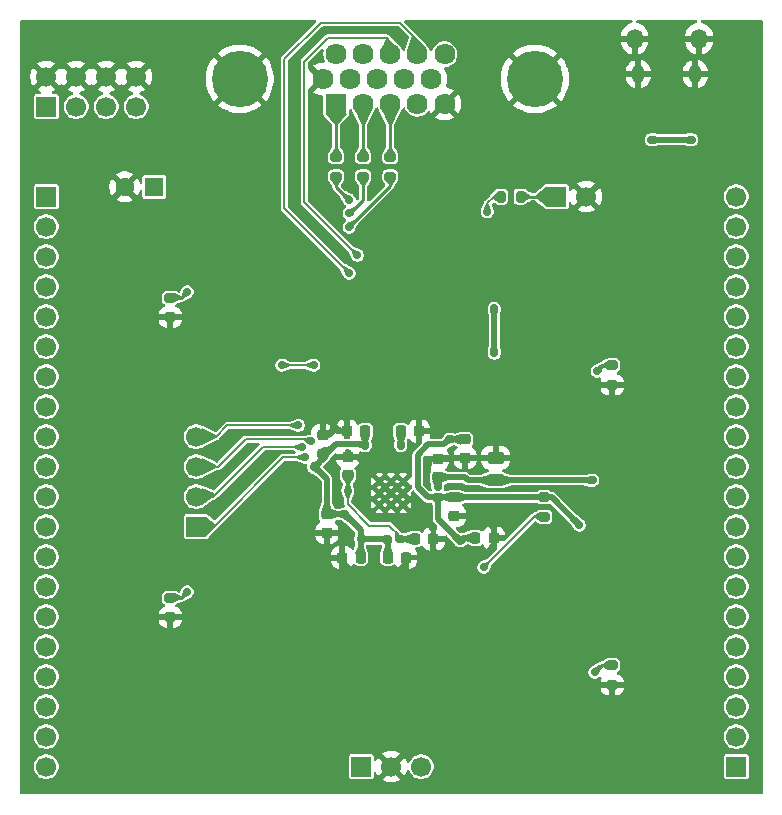
<source format=gbl>
G04 #@! TF.GenerationSoftware,KiCad,Pcbnew,9.0.1*
G04 #@! TF.CreationDate,2025-04-14T17:52:09+10:00*
G04 #@! TF.ProjectId,RP2350B_LevelShift,52503233-3530-4425-9f4c-6576656c5368,rev?*
G04 #@! TF.SameCoordinates,Original*
G04 #@! TF.FileFunction,Copper,L2,Bot*
G04 #@! TF.FilePolarity,Positive*
%FSLAX46Y46*%
G04 Gerber Fmt 4.6, Leading zero omitted, Abs format (unit mm)*
G04 Created by KiCad (PCBNEW 9.0.1) date 2025-04-14 17:52:09*
%MOMM*%
%LPD*%
G01*
G04 APERTURE LIST*
G04 Aperture macros list*
%AMRoundRect*
0 Rectangle with rounded corners*
0 $1 Rounding radius*
0 $2 $3 $4 $5 $6 $7 $8 $9 X,Y pos of 4 corners*
0 Add a 4 corners polygon primitive as box body*
4,1,4,$2,$3,$4,$5,$6,$7,$8,$9,$2,$3,0*
0 Add four circle primitives for the rounded corners*
1,1,$1+$1,$2,$3*
1,1,$1+$1,$4,$5*
1,1,$1+$1,$6,$7*
1,1,$1+$1,$8,$9*
0 Add four rect primitives between the rounded corners*
20,1,$1+$1,$2,$3,$4,$5,0*
20,1,$1+$1,$4,$5,$6,$7,0*
20,1,$1+$1,$6,$7,$8,$9,0*
20,1,$1+$1,$8,$9,$2,$3,0*%
G04 Aperture macros list end*
G04 #@! TA.AperFunction,HeatsinkPad*
%ADD10C,0.425000*%
G04 #@! TD*
G04 #@! TA.AperFunction,ComponentPad*
%ADD11R,1.700000X1.700000*%
G04 #@! TD*
G04 #@! TA.AperFunction,ComponentPad*
%ADD12C,1.700000*%
G04 #@! TD*
G04 #@! TA.AperFunction,ComponentPad*
%ADD13O,1.350000X1.700000*%
G04 #@! TD*
G04 #@! TA.AperFunction,ComponentPad*
%ADD14O,1.100000X1.500000*%
G04 #@! TD*
G04 #@! TA.AperFunction,ComponentPad*
%ADD15C,4.770000*%
G04 #@! TD*
G04 #@! TA.AperFunction,ComponentPad*
%ADD16R,1.785000X1.785000*%
G04 #@! TD*
G04 #@! TA.AperFunction,ComponentPad*
%ADD17C,1.785000*%
G04 #@! TD*
G04 #@! TA.AperFunction,ComponentPad*
%ADD18R,1.600000X1.600000*%
G04 #@! TD*
G04 #@! TA.AperFunction,ComponentPad*
%ADD19C,1.600000*%
G04 #@! TD*
G04 #@! TA.AperFunction,SMDPad,CuDef*
%ADD20RoundRect,0.225000X0.250000X-0.225000X0.250000X0.225000X-0.250000X0.225000X-0.250000X-0.225000X0*%
G04 #@! TD*
G04 #@! TA.AperFunction,SMDPad,CuDef*
%ADD21RoundRect,0.200000X0.275000X-0.200000X0.275000X0.200000X-0.275000X0.200000X-0.275000X-0.200000X0*%
G04 #@! TD*
G04 #@! TA.AperFunction,SMDPad,CuDef*
%ADD22RoundRect,0.225000X-0.225000X-0.250000X0.225000X-0.250000X0.225000X0.250000X-0.225000X0.250000X0*%
G04 #@! TD*
G04 #@! TA.AperFunction,SMDPad,CuDef*
%ADD23RoundRect,0.225000X-0.250000X0.225000X-0.250000X-0.225000X0.250000X-0.225000X0.250000X0.225000X0*%
G04 #@! TD*
G04 #@! TA.AperFunction,SMDPad,CuDef*
%ADD24RoundRect,0.200000X-0.275000X0.200000X-0.275000X-0.200000X0.275000X-0.200000X0.275000X0.200000X0*%
G04 #@! TD*
G04 #@! TA.AperFunction,SMDPad,CuDef*
%ADD25RoundRect,0.225000X0.225000X0.250000X-0.225000X0.250000X-0.225000X-0.250000X0.225000X-0.250000X0*%
G04 #@! TD*
G04 #@! TA.AperFunction,SMDPad,CuDef*
%ADD26RoundRect,0.200000X-0.200000X-0.275000X0.200000X-0.275000X0.200000X0.275000X-0.200000X0.275000X0*%
G04 #@! TD*
G04 #@! TA.AperFunction,SMDPad,CuDef*
%ADD27RoundRect,0.250000X-0.475000X0.250000X-0.475000X-0.250000X0.475000X-0.250000X0.475000X0.250000X0*%
G04 #@! TD*
G04 #@! TA.AperFunction,ViaPad*
%ADD28C,0.700000*%
G04 #@! TD*
G04 #@! TA.AperFunction,Conductor*
%ADD29C,0.500000*%
G04 #@! TD*
G04 #@! TA.AperFunction,Conductor*
%ADD30C,0.250000*%
G04 #@! TD*
G04 #@! TA.AperFunction,Conductor*
%ADD31C,0.200000*%
G04 #@! TD*
G04 APERTURE END LIST*
D10*
X165370000Y-120625000D03*
X165370000Y-121625000D03*
X165370000Y-122625000D03*
X166370000Y-120625000D03*
X166370000Y-121625000D03*
X166370000Y-122625000D03*
X167370000Y-120625000D03*
X167370000Y-121625000D03*
X167370000Y-122625000D03*
D11*
X163830000Y-144780000D03*
D12*
X166370000Y-144780000D03*
X168910000Y-144780000D03*
D13*
X192429866Y-83150545D03*
D14*
X192119866Y-86150545D03*
X187279866Y-86150545D03*
D13*
X186969866Y-83150545D03*
D15*
X178527433Y-86565000D03*
X153537433Y-86565000D03*
D16*
X161717433Y-88665000D03*
D17*
X164007433Y-88665000D03*
X166297433Y-88665000D03*
X168587433Y-88665000D03*
X170877433Y-88665000D03*
X160577433Y-86565000D03*
X162867433Y-86565000D03*
X165157433Y-86565000D03*
X167447433Y-86565000D03*
X169737433Y-86565000D03*
X161717433Y-84485000D03*
X164007433Y-84485000D03*
X166297433Y-84485000D03*
X168587433Y-84485000D03*
X170877433Y-84485000D03*
D11*
X149860000Y-124460000D03*
D12*
X149860000Y-121920000D03*
X149860000Y-119380000D03*
X149860000Y-116840000D03*
D18*
X146300000Y-95700000D03*
D19*
X143800000Y-95700000D03*
D11*
X137160000Y-88900000D03*
D12*
X137160000Y-86360000D03*
X139700000Y-88900000D03*
X139700000Y-86360000D03*
X142240000Y-88900000D03*
X142240000Y-86360000D03*
X144780000Y-88900000D03*
X144780000Y-86360000D03*
D11*
X195580000Y-144780000D03*
D12*
X195580000Y-142240000D03*
X195580000Y-139700000D03*
X195580000Y-137160000D03*
X195580000Y-134620000D03*
X195580000Y-132080000D03*
X195580000Y-129540000D03*
X195580000Y-127000000D03*
X195580000Y-124460000D03*
X195580000Y-121920000D03*
X195580000Y-119380000D03*
X195580000Y-116840000D03*
X195580000Y-114300000D03*
X195580000Y-111760000D03*
X195580000Y-109220000D03*
X195580000Y-106680000D03*
X195580000Y-104140000D03*
X195580000Y-101600000D03*
X195580000Y-99060000D03*
X195580000Y-96520000D03*
D11*
X180340000Y-96520000D03*
D12*
X182880000Y-96520000D03*
D11*
X137160000Y-96520000D03*
D12*
X137160000Y-99060000D03*
X137160000Y-101600000D03*
X137160000Y-104140000D03*
X137160000Y-106680000D03*
X137160000Y-109220000D03*
X137160000Y-111760000D03*
X137160000Y-114300000D03*
X137160000Y-116840000D03*
X137160000Y-119380000D03*
X137160000Y-121920000D03*
X137160000Y-124460000D03*
X137160000Y-127000000D03*
X137160000Y-129540000D03*
X137160000Y-132080000D03*
X137160000Y-134620000D03*
X137160000Y-137160000D03*
X137160000Y-139700000D03*
X137160000Y-142240000D03*
X137160000Y-144780000D03*
D20*
X160920000Y-124975000D03*
X160920000Y-123425000D03*
D21*
X147660000Y-106742500D03*
X147660000Y-105092500D03*
X147660000Y-132142500D03*
X147660000Y-130492500D03*
X185080000Y-112457500D03*
X185080000Y-110807500D03*
D22*
X162620000Y-116385000D03*
X164170000Y-116385000D03*
D23*
X170295000Y-118741500D03*
X170295000Y-120291500D03*
X160560000Y-116735000D03*
X160560000Y-118285000D03*
D24*
X164000000Y-93175000D03*
X164000000Y-94825000D03*
D25*
X167619481Y-127085000D03*
X166069481Y-127085000D03*
X175050000Y-125425000D03*
X173500000Y-125425000D03*
X168720000Y-116385000D03*
X167170000Y-116385000D03*
D21*
X185080000Y-137857500D03*
X185080000Y-136207500D03*
D24*
X166290000Y-93175000D03*
X166290000Y-94825000D03*
D20*
X171720000Y-123541524D03*
X171720000Y-121991524D03*
D25*
X169945000Y-125516500D03*
X168395000Y-125516500D03*
D26*
X175675000Y-96520000D03*
X177325000Y-96520000D03*
D27*
X175200000Y-118635000D03*
X175200000Y-120535000D03*
D20*
X172620000Y-118635000D03*
X172620000Y-117085000D03*
D23*
X162695000Y-118541500D03*
X162695000Y-120091500D03*
D24*
X161710000Y-93175000D03*
X161710000Y-94825000D03*
D22*
X162220000Y-127085000D03*
X163770000Y-127085000D03*
D24*
X179300000Y-121975000D03*
X179300000Y-123625000D03*
D28*
X169900000Y-124600000D03*
X162000000Y-104500000D03*
X190800000Y-101100000D03*
X180600000Y-101300000D03*
X187400000Y-137400000D03*
X169300000Y-93900000D03*
X166100000Y-135600000D03*
X160300000Y-130900000D03*
X173100000Y-133700000D03*
X166700000Y-101000000D03*
X161400000Y-115000000D03*
X188100000Y-98400000D03*
X180600000Y-126700000D03*
X185600000Y-96400000D03*
X169400000Y-119500000D03*
X152800000Y-137700000D03*
X154700000Y-124500000D03*
X176600000Y-130300000D03*
X189200000Y-123100000D03*
X144034750Y-110934750D03*
X169100000Y-82300000D03*
X159200000Y-126100000D03*
X158100000Y-92700000D03*
X188400000Y-87830268D03*
X160500000Y-109700000D03*
X177000000Y-100912500D03*
X169000000Y-105100000D03*
X161560865Y-116157667D03*
X164020000Y-118885000D03*
X147300000Y-113200000D03*
X184400000Y-123100000D03*
X163700000Y-130700000D03*
X150900000Y-104800000D03*
X186800000Y-123100000D03*
X170695000Y-97912500D03*
X162420000Y-124685000D03*
X158100000Y-90400000D03*
X179200000Y-92600000D03*
X144400000Y-122800000D03*
X144034750Y-136334750D03*
X157200000Y-109700000D03*
X182200000Y-102900000D03*
X146600000Y-122800000D03*
X144700000Y-127600000D03*
X170700000Y-94900000D03*
X158136535Y-85376914D03*
X187350000Y-112150000D03*
X167100000Y-83000000D03*
X188400000Y-91700000D03*
X191800000Y-91700000D03*
X182300000Y-124337500D03*
X175100000Y-106000000D03*
X159793086Y-119412675D03*
X171266500Y-117085000D03*
X166069481Y-125535000D03*
X175100000Y-109800000D03*
X164170000Y-117635000D03*
X170316330Y-121991524D03*
X172220000Y-125675000D03*
X163770000Y-125535000D03*
X167170000Y-117635000D03*
X162420000Y-123425000D03*
X163500000Y-101500000D03*
X162800000Y-103000000D03*
X162695000Y-121416500D03*
X170295000Y-121085000D03*
X183435000Y-120535000D03*
X166995000Y-125516500D03*
X158500000Y-115900000D03*
X174500000Y-97800000D03*
X158819451Y-117711438D03*
X159100000Y-118600000D03*
X174200000Y-127900000D03*
X162800000Y-96800000D03*
X162800000Y-97950000D03*
X162800000Y-99100000D03*
X159578210Y-117227405D03*
X149100000Y-130000000D03*
X149100000Y-104600000D03*
X183800000Y-111300000D03*
X183600000Y-136800000D03*
X157100000Y-110800000D03*
X159800000Y-110800000D03*
D29*
X162220000Y-127085000D02*
X161120000Y-127085000D01*
X167619481Y-127585519D02*
X167619481Y-127085000D01*
X169400000Y-119100000D02*
X169400000Y-119500000D01*
X172620000Y-118635000D02*
X170401500Y-118635000D01*
X160560000Y-116735000D02*
X161065000Y-116735000D01*
X161560865Y-116239135D02*
X161560865Y-116157667D01*
X175200000Y-118635000D02*
X172620000Y-118635000D01*
X170295000Y-118741500D02*
X169758500Y-118741500D01*
X161400000Y-115000000D02*
X162180000Y-115000000D01*
X162620000Y-118466500D02*
X162695000Y-118541500D01*
X170500000Y-127000000D02*
X169945000Y-126445000D01*
X175050000Y-124550000D02*
X175050000Y-125425000D01*
X161120000Y-127085000D02*
X160920000Y-126885000D01*
X170695000Y-97912500D02*
X172000000Y-97912500D01*
X160920000Y-126885000D02*
X160920000Y-124975000D01*
X162620000Y-115440000D02*
X162620000Y-116385000D01*
X162180000Y-115000000D02*
X162620000Y-115440000D01*
X162695000Y-118541500D02*
X163676500Y-118541500D01*
X162220000Y-127085000D02*
X162220000Y-127485000D01*
X160920000Y-124975000D02*
X162130000Y-124975000D01*
X175000000Y-100912500D02*
X177000000Y-100912500D01*
X172000000Y-97912500D02*
X175000000Y-100912500D01*
X162220000Y-127085000D02*
X162220000Y-124885000D01*
X162920000Y-128185000D02*
X167020000Y-128185000D01*
X161560865Y-116157667D02*
X161788198Y-116385000D01*
X162220000Y-124885000D02*
X162420000Y-124685000D01*
X162130000Y-124975000D02*
X162420000Y-124685000D01*
X160560000Y-116735000D02*
X160560000Y-115400000D01*
X160960000Y-115000000D02*
X161400000Y-115000000D01*
X160560000Y-115400000D02*
X160960000Y-115000000D01*
X175050000Y-126050000D02*
X174100000Y-127000000D01*
X167020000Y-128185000D02*
X167619481Y-127585519D01*
X174100000Y-127000000D02*
X170500000Y-127000000D01*
X169758500Y-118741500D02*
X169400000Y-119100000D01*
X163676500Y-118541500D02*
X164020000Y-118885000D01*
X174041524Y-123541524D02*
X175050000Y-124550000D01*
X162220000Y-127485000D02*
X162920000Y-128185000D01*
X171720000Y-123541524D02*
X174041524Y-123541524D01*
X161788198Y-116385000D02*
X162620000Y-116385000D01*
X172620000Y-118685000D02*
X172620000Y-118635000D01*
X169945000Y-126445000D02*
X169945000Y-125516500D01*
X175050000Y-125425000D02*
X175050000Y-126050000D01*
X161065000Y-116735000D02*
X161560865Y-116239135D01*
X191800000Y-91700000D02*
X188400000Y-91700000D01*
X159873740Y-119412675D02*
X160370705Y-118915710D01*
X171266500Y-117085000D02*
X170851500Y-117500000D01*
X172175000Y-125675000D02*
X170316330Y-123816330D01*
X168600000Y-118400000D02*
X168600000Y-121100000D01*
X169500000Y-117500000D02*
X168600000Y-118400000D01*
X160500000Y-118345000D02*
X160560000Y-118285000D01*
X171720000Y-121991524D02*
X170316330Y-121991524D01*
X160920000Y-120420000D02*
X160920000Y-123425000D01*
X164020000Y-117485000D02*
X164170000Y-117635000D01*
X172470000Y-125425000D02*
X172220000Y-125675000D01*
X163770000Y-124775000D02*
X162420000Y-123425000D01*
X163770000Y-127085000D02*
X163770000Y-124775000D01*
X160500000Y-118800000D02*
X160500000Y-118345000D01*
X171720000Y-121991524D02*
X179954024Y-121991524D01*
X164170000Y-116385000D02*
X164170000Y-117635000D01*
X160370705Y-118915710D02*
X160384290Y-118915710D01*
X168600000Y-121100000D02*
X169491524Y-121991524D01*
X169491524Y-121991524D02*
X170316330Y-121991524D01*
X160560000Y-118285000D02*
X160860000Y-118285000D01*
X159793086Y-119412675D02*
X159873740Y-119412675D01*
X163770000Y-125535000D02*
X166069481Y-125535000D01*
X175100000Y-106000000D02*
X175100000Y-109800000D01*
X160860000Y-118285000D02*
X161660000Y-117485000D01*
X170851500Y-117500000D02*
X169500000Y-117500000D01*
X159912675Y-119412675D02*
X160920000Y-120420000D01*
X173500000Y-125425000D02*
X172470000Y-125425000D01*
X160920000Y-123425000D02*
X162420000Y-123425000D01*
X160384290Y-118915710D02*
X160500000Y-118800000D01*
X166069481Y-127085000D02*
X166069481Y-125535000D01*
X179954024Y-121991524D02*
X182300000Y-124337500D01*
X172620000Y-117085000D02*
X171266500Y-117085000D01*
X161660000Y-117485000D02*
X164020000Y-117485000D01*
X159793086Y-119412675D02*
X159912675Y-119412675D01*
X170316330Y-123816330D02*
X170316330Y-121991524D01*
X167170000Y-116385000D02*
X167170000Y-117635000D01*
X172220000Y-125675000D02*
X172175000Y-125675000D01*
D30*
X164000000Y-93175000D02*
X164000000Y-88672433D01*
X164000000Y-88672433D02*
X164007433Y-88665000D01*
X161710000Y-88672433D02*
X161717433Y-88665000D01*
X161710000Y-93175000D02*
X161710000Y-88672433D01*
X166290000Y-88672433D02*
X166297433Y-88665000D01*
X166290000Y-93175000D02*
X166290000Y-88672433D01*
D31*
X166000000Y-83100000D02*
X166297433Y-83397433D01*
X163500000Y-101500000D02*
X159000000Y-97000000D01*
X159000000Y-85100000D02*
X161000000Y-83100000D01*
X166297433Y-83397433D02*
X166297433Y-84485000D01*
X161000000Y-83100000D02*
X166000000Y-83100000D01*
X159000000Y-97000000D02*
X159000000Y-85100000D01*
X168587433Y-84485000D02*
X168587433Y-83287433D01*
X157300000Y-97500000D02*
X162800000Y-103000000D01*
X157300000Y-84900000D02*
X157300000Y-97500000D01*
X160400000Y-81800000D02*
X157300000Y-84900000D01*
X167100000Y-81800000D02*
X160400000Y-81800000D01*
X168587433Y-83287433D02*
X167100000Y-81800000D01*
D29*
X183435000Y-120535000D02*
X175200000Y-120535000D01*
D31*
X166995000Y-125160000D02*
X166220000Y-124385000D01*
D29*
X168395000Y-125516500D02*
X166995000Y-125516500D01*
X170295000Y-120291500D02*
X172591500Y-120291500D01*
D31*
X162695000Y-122560000D02*
X162695000Y-121416500D01*
X162695000Y-120091500D02*
X162695000Y-121416500D01*
D29*
X172835000Y-120535000D02*
X175200000Y-120535000D01*
D31*
X164520000Y-124385000D02*
X162695000Y-122560000D01*
D29*
X170295000Y-120291500D02*
X170295000Y-121085000D01*
D31*
X166995000Y-125516500D02*
X166995000Y-125160000D01*
D29*
X172591500Y-120291500D02*
X172835000Y-120535000D01*
D31*
X166220000Y-124385000D02*
X164520000Y-124385000D01*
D30*
X177325000Y-96520000D02*
X180340000Y-96520000D01*
D31*
X151560000Y-116840000D02*
X149860000Y-116840000D01*
X158500000Y-115900000D02*
X152500000Y-115900000D01*
X152500000Y-115900000D02*
X151560000Y-116840000D01*
X174500000Y-97800000D02*
X174500000Y-97100000D01*
X174500000Y-97100000D02*
X175080000Y-96520000D01*
X175080000Y-96520000D02*
X175675000Y-96520000D01*
X155488562Y-117711438D02*
X151280000Y-121920000D01*
X151280000Y-121920000D02*
X149860000Y-121920000D01*
X158819451Y-117711438D02*
X155488562Y-117711438D01*
X157200000Y-118600000D02*
X151340000Y-124460000D01*
X151340000Y-124460000D02*
X149860000Y-124460000D01*
X159100000Y-118600000D02*
X157200000Y-118600000D01*
X174200000Y-127900000D02*
X178475000Y-123625000D01*
X178475000Y-123625000D02*
X179300000Y-123625000D01*
D30*
X161710000Y-95710000D02*
X161710000Y-94825000D01*
X162800000Y-96800000D02*
X161710000Y-95710000D01*
X162800000Y-98000000D02*
X164000000Y-96800000D01*
X164000000Y-96800000D02*
X164000000Y-94825000D01*
X166290000Y-94825000D02*
X166290000Y-95610000D01*
X166290000Y-95610000D02*
X162800000Y-99100000D01*
D31*
X159411243Y-117060438D02*
X154039562Y-117060438D01*
X159578210Y-117227405D02*
X159411243Y-117060438D01*
X151720000Y-119380000D02*
X149860000Y-119380000D01*
X154039562Y-117060438D02*
X151720000Y-119380000D01*
D30*
X148592500Y-130492500D02*
X147660000Y-130492500D01*
X148600000Y-130500000D02*
X148592500Y-130492500D01*
X149100000Y-130000000D02*
X148600000Y-130500000D01*
X148600000Y-105100000D02*
X148592500Y-105092500D01*
X149100000Y-104600000D02*
X148600000Y-105100000D01*
X148592500Y-105092500D02*
X147660000Y-105092500D01*
X184292500Y-110807500D02*
X185080000Y-110807500D01*
X183800000Y-111300000D02*
X184292500Y-110807500D01*
X183600000Y-136800000D02*
X184200000Y-136200000D01*
X184207500Y-136207500D02*
X185080000Y-136207500D01*
X184200000Y-136200000D02*
X184207500Y-136207500D01*
D31*
X157100000Y-110800000D02*
X159800000Y-110800000D01*
G04 #@! TA.AperFunction,Conductor*
G36*
X159962206Y-81600185D02*
G01*
X160007961Y-81652989D01*
X160017905Y-81722147D01*
X159988880Y-81785703D01*
X159982848Y-81792181D01*
X157059541Y-84715487D01*
X157059535Y-84715495D01*
X157019982Y-84784004D01*
X157019979Y-84784009D01*
X157018891Y-84788070D01*
X156999500Y-84860438D01*
X156999500Y-97539562D01*
X157019979Y-97615989D01*
X157019980Y-97615990D01*
X157036275Y-97644216D01*
X157059535Y-97684504D01*
X157059541Y-97684512D01*
X162044462Y-102669433D01*
X162070295Y-102707209D01*
X162230877Y-103072472D01*
X162278563Y-103180939D01*
X162287016Y-103212485D01*
X162309719Y-103251807D01*
X162312453Y-103258026D01*
X162312453Y-103258028D01*
X162315264Y-103264422D01*
X162323097Y-103280334D01*
X162324057Y-103282089D01*
X162327056Y-103287385D01*
X162331455Y-103293355D01*
X162331269Y-103293491D01*
X162342543Y-103308662D01*
X162359491Y-103338015D01*
X162461985Y-103440509D01*
X162461986Y-103440510D01*
X162461988Y-103440511D01*
X162587511Y-103512982D01*
X162587512Y-103512982D01*
X162587515Y-103512984D01*
X162727525Y-103550500D01*
X162727528Y-103550500D01*
X162872472Y-103550500D01*
X162872475Y-103550500D01*
X163012485Y-103512984D01*
X163138015Y-103440509D01*
X163240509Y-103338015D01*
X163312984Y-103212485D01*
X163350500Y-103072475D01*
X163350500Y-102927525D01*
X163312984Y-102787515D01*
X163240509Y-102661985D01*
X163138015Y-102559491D01*
X163121522Y-102549969D01*
X163083284Y-102527891D01*
X163083284Y-102527890D01*
X163078595Y-102525183D01*
X163064422Y-102515265D01*
X163051818Y-102509724D01*
X163045929Y-102506324D01*
X163045927Y-102506322D01*
X163012492Y-102487019D01*
X163012483Y-102487015D01*
X162990077Y-102481011D01*
X162972268Y-102474751D01*
X162507209Y-102270295D01*
X162469433Y-102244462D01*
X157636819Y-97411848D01*
X157603334Y-97350525D01*
X157600500Y-97324167D01*
X157600500Y-85075833D01*
X157620185Y-85008794D01*
X157636819Y-84988152D01*
X160488152Y-82136819D01*
X160549475Y-82103334D01*
X160575833Y-82100500D01*
X166924167Y-82100500D01*
X166991206Y-82120185D01*
X167011848Y-82136819D01*
X167831188Y-82956159D01*
X167864673Y-83017482D01*
X167862407Y-83079036D01*
X167559828Y-84101219D01*
X167521925Y-84159914D01*
X167458306Y-84188799D01*
X167389169Y-84178704D01*
X167336466Y-84132833D01*
X167322997Y-84104340D01*
X167318662Y-84090999D01*
X167310356Y-84065434D01*
X167232251Y-83912143D01*
X167131127Y-83772958D01*
X167009475Y-83651306D01*
X166952258Y-83609735D01*
X166935400Y-83593941D01*
X166935147Y-83594198D01*
X166930817Y-83589921D01*
X166930814Y-83589917D01*
X166223385Y-82891245D01*
X166212633Y-82884133D01*
X166207787Y-82880759D01*
X166200103Y-82875132D01*
X166184511Y-82859540D01*
X166163402Y-82847353D01*
X166157571Y-82843986D01*
X166157565Y-82843982D01*
X166115994Y-82819981D01*
X166115991Y-82819979D01*
X166077775Y-82809739D01*
X166039562Y-82799500D01*
X160960438Y-82799500D01*
X160929867Y-82807691D01*
X160884008Y-82819979D01*
X160884007Y-82819980D01*
X160836599Y-82847352D01*
X160836598Y-82847353D01*
X160815490Y-82859539D01*
X160815487Y-82859541D01*
X158759541Y-84915487D01*
X158759535Y-84915495D01*
X158719982Y-84984004D01*
X158719979Y-84984009D01*
X158706326Y-85034962D01*
X158699500Y-85060438D01*
X158699500Y-97039562D01*
X158700671Y-97043932D01*
X158719979Y-97115991D01*
X158719981Y-97115994D01*
X158757302Y-97180634D01*
X158757305Y-97180646D01*
X158757308Y-97180645D01*
X158759536Y-97184506D01*
X158759542Y-97184513D01*
X162744462Y-101169433D01*
X162770295Y-101207209D01*
X162897491Y-101496530D01*
X162978563Y-101680939D01*
X162987016Y-101712485D01*
X163009719Y-101751807D01*
X163012453Y-101758026D01*
X163012453Y-101758028D01*
X163015264Y-101764422D01*
X163023097Y-101780334D01*
X163024057Y-101782089D01*
X163027056Y-101787385D01*
X163031455Y-101793355D01*
X163031269Y-101793491D01*
X163042543Y-101808662D01*
X163059491Y-101838015D01*
X163161985Y-101940509D01*
X163161986Y-101940510D01*
X163161988Y-101940511D01*
X163287511Y-102012982D01*
X163287512Y-102012982D01*
X163287515Y-102012984D01*
X163427525Y-102050500D01*
X163427528Y-102050500D01*
X163572472Y-102050500D01*
X163572475Y-102050500D01*
X163712485Y-102012984D01*
X163838015Y-101940509D01*
X163940509Y-101838015D01*
X164012984Y-101712485D01*
X164050500Y-101572475D01*
X164050500Y-101496530D01*
X194529500Y-101496530D01*
X194529500Y-101703469D01*
X194569868Y-101906412D01*
X194569870Y-101906420D01*
X194649058Y-102097596D01*
X194764024Y-102269657D01*
X194910342Y-102415975D01*
X194910345Y-102415977D01*
X195082402Y-102530941D01*
X195273580Y-102610130D01*
X195476530Y-102650499D01*
X195476534Y-102650500D01*
X195476535Y-102650500D01*
X195683466Y-102650500D01*
X195683467Y-102650499D01*
X195886420Y-102610130D01*
X196077598Y-102530941D01*
X196249655Y-102415977D01*
X196395977Y-102269655D01*
X196510941Y-102097598D01*
X196590130Y-101906420D01*
X196630500Y-101703465D01*
X196630500Y-101496535D01*
X196590130Y-101293580D01*
X196510941Y-101102402D01*
X196395977Y-100930345D01*
X196395975Y-100930342D01*
X196249657Y-100784024D01*
X196163626Y-100726541D01*
X196077598Y-100669059D01*
X195886420Y-100589870D01*
X195886412Y-100589868D01*
X195683469Y-100549500D01*
X195683465Y-100549500D01*
X195476535Y-100549500D01*
X195476530Y-100549500D01*
X195273587Y-100589868D01*
X195273579Y-100589870D01*
X195082403Y-100669058D01*
X194910342Y-100784024D01*
X194764024Y-100930342D01*
X194649058Y-101102403D01*
X194569870Y-101293579D01*
X194569868Y-101293587D01*
X194529500Y-101496530D01*
X164050500Y-101496530D01*
X164050500Y-101427525D01*
X164012984Y-101287515D01*
X163940509Y-101161985D01*
X163838015Y-101059491D01*
X163821522Y-101049969D01*
X163783284Y-101027891D01*
X163783284Y-101027890D01*
X163778595Y-101025183D01*
X163764422Y-101015265D01*
X163751818Y-101009724D01*
X163745929Y-101006324D01*
X163745927Y-101006322D01*
X163712492Y-100987019D01*
X163712483Y-100987015D01*
X163690077Y-100981011D01*
X163672268Y-100974751D01*
X163207209Y-100770295D01*
X163169433Y-100744462D01*
X159336819Y-96911848D01*
X159303334Y-96850525D01*
X159300500Y-96824167D01*
X159300500Y-94593475D01*
X161034500Y-94593475D01*
X161034500Y-95056517D01*
X161045292Y-95124657D01*
X161049354Y-95150304D01*
X161106950Y-95263342D01*
X161134667Y-95291059D01*
X161152637Y-95313827D01*
X161183161Y-95363510D01*
X161359326Y-95650247D01*
X161366153Y-95661358D01*
X161384500Y-95726269D01*
X161384500Y-95752853D01*
X161385955Y-95758282D01*
X161406682Y-95835640D01*
X161417510Y-95854394D01*
X161449535Y-95909862D01*
X161449537Y-95909864D01*
X162029976Y-96490303D01*
X162053983Y-96524115D01*
X162283873Y-97000755D01*
X162287016Y-97012485D01*
X162302289Y-97038939D01*
X162308678Y-97052186D01*
X162318060Y-97071639D01*
X162324603Y-97084093D01*
X162325429Y-97085542D01*
X162326649Y-97087654D01*
X162330915Y-97093392D01*
X162330901Y-97093401D01*
X162343595Y-97110483D01*
X162359491Y-97138015D01*
X162461985Y-97240509D01*
X162506416Y-97266161D01*
X162528741Y-97289575D01*
X162552050Y-97311979D01*
X162552698Y-97314701D01*
X162554631Y-97316728D01*
X162560750Y-97348480D01*
X162568250Y-97379945D01*
X162567323Y-97382587D01*
X162567853Y-97385336D01*
X162555834Y-97415356D01*
X162545133Y-97445879D01*
X162542583Y-97448454D01*
X162541885Y-97450200D01*
X162520675Y-97471325D01*
X162514097Y-97476455D01*
X162512727Y-97477225D01*
X162510858Y-97478981D01*
X162506347Y-97482500D01*
X162503514Y-97483620D01*
X162492091Y-97492108D01*
X162461985Y-97509491D01*
X162359488Y-97611988D01*
X162287017Y-97737511D01*
X162287016Y-97737515D01*
X162249500Y-97877525D01*
X162249500Y-98022475D01*
X162280460Y-98138017D01*
X162287017Y-98162488D01*
X162359488Y-98288011D01*
X162359490Y-98288013D01*
X162359491Y-98288015D01*
X162461985Y-98390509D01*
X162503194Y-98414301D01*
X162505726Y-98415763D01*
X162527402Y-98438496D01*
X162550385Y-98459906D01*
X162551322Y-98463582D01*
X162553942Y-98466330D01*
X162559885Y-98497172D01*
X162567646Y-98527610D01*
X162566446Y-98531211D01*
X162567164Y-98534937D01*
X162555494Y-98564086D01*
X162545563Y-98593898D01*
X162542147Y-98597424D01*
X162541196Y-98599802D01*
X162521506Y-98619723D01*
X162514330Y-98625502D01*
X162512345Y-98626650D01*
X162508992Y-98629801D01*
X162505288Y-98632785D01*
X162502524Y-98633928D01*
X162489512Y-98643597D01*
X162461988Y-98659489D01*
X162461982Y-98659493D01*
X162359493Y-98761982D01*
X162359488Y-98761988D01*
X162287017Y-98887511D01*
X162287016Y-98887515D01*
X162249500Y-99027525D01*
X162249500Y-99172475D01*
X162283872Y-99300751D01*
X162287017Y-99312488D01*
X162359488Y-99438011D01*
X162359490Y-99438013D01*
X162359491Y-99438015D01*
X162461985Y-99540509D01*
X162461986Y-99540510D01*
X162461988Y-99540511D01*
X162587511Y-99612982D01*
X162587512Y-99612982D01*
X162587515Y-99612984D01*
X162727525Y-99650500D01*
X162727528Y-99650500D01*
X162872472Y-99650500D01*
X162872475Y-99650500D01*
X163012485Y-99612984D01*
X163138015Y-99540509D01*
X163240509Y-99438015D01*
X163268650Y-99389272D01*
X163281940Y-99371635D01*
X163297704Y-99338950D01*
X163312984Y-99312485D01*
X163313109Y-99312016D01*
X163321192Y-99290249D01*
X163482148Y-98956530D01*
X194529500Y-98956530D01*
X194529500Y-99163469D01*
X194569868Y-99366412D01*
X194569870Y-99366420D01*
X194649059Y-99557598D01*
X194706541Y-99643626D01*
X194764024Y-99729657D01*
X194910342Y-99875975D01*
X194910345Y-99875977D01*
X195082402Y-99990941D01*
X195273580Y-100070130D01*
X195476530Y-100110499D01*
X195476534Y-100110500D01*
X195476535Y-100110500D01*
X195683466Y-100110500D01*
X195683467Y-100110499D01*
X195886420Y-100070130D01*
X196077598Y-99990941D01*
X196249655Y-99875977D01*
X196395977Y-99729655D01*
X196510941Y-99557598D01*
X196590130Y-99366420D01*
X196630500Y-99163465D01*
X196630500Y-98956535D01*
X196590130Y-98753580D01*
X196510941Y-98562402D01*
X196395977Y-98390345D01*
X196395975Y-98390342D01*
X196249657Y-98244024D01*
X196127624Y-98162485D01*
X196077598Y-98129059D01*
X195886420Y-98049870D01*
X195886412Y-98049868D01*
X195683469Y-98009500D01*
X195683465Y-98009500D01*
X195476535Y-98009500D01*
X195476530Y-98009500D01*
X195273587Y-98049868D01*
X195273579Y-98049870D01*
X195082403Y-98129058D01*
X194910342Y-98244024D01*
X194764024Y-98390342D01*
X194649058Y-98562403D01*
X194569870Y-98753579D01*
X194569868Y-98753587D01*
X194529500Y-98956530D01*
X163482148Y-98956530D01*
X163546013Y-98824116D01*
X163570016Y-98790309D01*
X164632801Y-97727525D01*
X173949500Y-97727525D01*
X173949500Y-97872475D01*
X173950854Y-97877527D01*
X173987017Y-98012488D01*
X174059488Y-98138011D01*
X174059490Y-98138013D01*
X174059491Y-98138015D01*
X174161985Y-98240509D01*
X174161986Y-98240510D01*
X174161988Y-98240511D01*
X174287511Y-98312982D01*
X174287512Y-98312982D01*
X174287515Y-98312984D01*
X174427525Y-98350500D01*
X174427528Y-98350500D01*
X174572472Y-98350500D01*
X174572475Y-98350500D01*
X174712485Y-98312984D01*
X174838015Y-98240509D01*
X174940509Y-98138015D01*
X175012984Y-98012485D01*
X175050500Y-97872475D01*
X175050500Y-97727525D01*
X175032746Y-97661267D01*
X175029733Y-97644214D01*
X175024738Y-97631382D01*
X175012984Y-97587515D01*
X175001382Y-97567421D01*
X174993219Y-97550408D01*
X174988997Y-97539562D01*
X174877258Y-97252495D01*
X174875661Y-97233873D01*
X174869130Y-97216363D01*
X174872736Y-97199785D01*
X174871286Y-97182882D01*
X174880008Y-97166353D01*
X174883982Y-97148090D01*
X174903186Y-97122435D01*
X174903897Y-97121090D01*
X174905064Y-97119905D01*
X174961822Y-97063147D01*
X175023143Y-97029664D01*
X175092835Y-97034648D01*
X175114963Y-97045518D01*
X175199449Y-97098035D01*
X175219546Y-97110527D01*
X175228515Y-97117644D01*
X175228758Y-97117311D01*
X175236656Y-97123048D01*
X175236658Y-97123050D01*
X175248522Y-97129094D01*
X175248788Y-97129230D01*
X175257959Y-97134405D01*
X175279900Y-97148044D01*
X175281854Y-97149242D01*
X175282066Y-97149371D01*
X175282067Y-97149371D01*
X175282070Y-97149373D01*
X175296334Y-97154530D01*
X175310469Y-97160658D01*
X175349693Y-97180645D01*
X175349700Y-97180647D01*
X175443475Y-97195499D01*
X175443481Y-97195500D01*
X175906518Y-97195499D01*
X176000304Y-97180646D01*
X176113342Y-97123050D01*
X176203050Y-97033342D01*
X176260646Y-96920304D01*
X176260646Y-96920302D01*
X176260647Y-96920301D01*
X176275499Y-96826524D01*
X176275500Y-96826519D01*
X176275499Y-96213482D01*
X176275498Y-96213475D01*
X176724500Y-96213475D01*
X176724500Y-96826517D01*
X176731779Y-96872475D01*
X176739354Y-96920304D01*
X176796950Y-97033342D01*
X176796952Y-97033344D01*
X176796954Y-97033347D01*
X176886652Y-97123045D01*
X176886654Y-97123046D01*
X176886658Y-97123050D01*
X176971645Y-97166353D01*
X176999698Y-97180647D01*
X177093475Y-97195499D01*
X177093481Y-97195500D01*
X177556518Y-97195499D01*
X177650304Y-97180646D01*
X177763342Y-97123050D01*
X177791061Y-97095330D01*
X177813829Y-97077361D01*
X178161361Y-96863847D01*
X178226271Y-96845500D01*
X178512703Y-96845500D01*
X178579742Y-96865185D01*
X178593172Y-96875157D01*
X178914667Y-97149373D01*
X179348422Y-97519341D01*
X179382351Y-97539210D01*
X179411769Y-97558867D01*
X179470252Y-97570500D01*
X179475524Y-97570500D01*
X179477726Y-97570958D01*
X179480431Y-97570500D01*
X179483004Y-97570500D01*
X179484545Y-97571030D01*
X179490856Y-97570500D01*
X181209750Y-97570500D01*
X181209751Y-97570499D01*
X181225172Y-97567432D01*
X181268229Y-97558868D01*
X181268229Y-97558867D01*
X181268231Y-97558867D01*
X181334552Y-97514552D01*
X181378867Y-97448231D01*
X181378867Y-97448229D01*
X181378868Y-97448229D01*
X181390499Y-97389752D01*
X181390500Y-97389750D01*
X181390500Y-97086048D01*
X181410185Y-97019009D01*
X181462989Y-96973254D01*
X181532147Y-96963310D01*
X181595703Y-96992335D01*
X181625938Y-97034264D01*
X181626694Y-97033879D01*
X181725375Y-97227550D01*
X181764728Y-97281716D01*
X182397037Y-96649408D01*
X182414075Y-96712993D01*
X182479901Y-96827007D01*
X182572993Y-96920099D01*
X182687007Y-96985925D01*
X182750590Y-97002962D01*
X182118282Y-97635269D01*
X182118282Y-97635270D01*
X182172449Y-97674624D01*
X182361782Y-97771095D01*
X182563870Y-97836757D01*
X182773754Y-97870000D01*
X182986246Y-97870000D01*
X183196127Y-97836757D01*
X183196130Y-97836757D01*
X183398217Y-97771095D01*
X183587554Y-97674622D01*
X183641716Y-97635270D01*
X183641717Y-97635270D01*
X183009408Y-97002962D01*
X183072993Y-96985925D01*
X183187007Y-96920099D01*
X183280099Y-96827007D01*
X183345925Y-96712993D01*
X183362962Y-96649409D01*
X183995270Y-97281717D01*
X183995270Y-97281716D01*
X184034622Y-97227554D01*
X184131095Y-97038217D01*
X184196757Y-96836130D01*
X184196757Y-96836127D01*
X184230000Y-96626246D01*
X184230000Y-96416530D01*
X194529500Y-96416530D01*
X194529500Y-96623469D01*
X194569868Y-96826412D01*
X194569870Y-96826420D01*
X194641769Y-97000000D01*
X194649059Y-97017598D01*
X194668098Y-97046092D01*
X194764024Y-97189657D01*
X194910342Y-97335975D01*
X194910345Y-97335977D01*
X195082402Y-97450941D01*
X195273580Y-97530130D01*
X195419897Y-97559234D01*
X195476530Y-97570499D01*
X195476534Y-97570500D01*
X195476535Y-97570500D01*
X195683466Y-97570500D01*
X195683467Y-97570499D01*
X195886420Y-97530130D01*
X196077598Y-97450941D01*
X196249655Y-97335977D01*
X196395977Y-97189655D01*
X196510941Y-97017598D01*
X196590130Y-96826420D01*
X196630500Y-96623465D01*
X196630500Y-96416535D01*
X196590130Y-96213580D01*
X196510941Y-96022402D01*
X196395977Y-95850345D01*
X196395975Y-95850342D01*
X196249657Y-95704024D01*
X196134706Y-95627217D01*
X196077598Y-95589059D01*
X195949377Y-95535948D01*
X195886420Y-95509870D01*
X195886412Y-95509868D01*
X195683469Y-95469500D01*
X195683465Y-95469500D01*
X195476535Y-95469500D01*
X195476530Y-95469500D01*
X195273587Y-95509868D01*
X195273579Y-95509870D01*
X195082403Y-95589058D01*
X194910342Y-95704024D01*
X194764024Y-95850342D01*
X194649058Y-96022403D01*
X194569870Y-96213579D01*
X194569868Y-96213587D01*
X194529500Y-96416530D01*
X184230000Y-96416530D01*
X184230000Y-96413753D01*
X184196757Y-96203872D01*
X184196757Y-96203869D01*
X184131095Y-96001782D01*
X184034624Y-95812449D01*
X183995270Y-95758282D01*
X183995269Y-95758282D01*
X183362962Y-96390590D01*
X183345925Y-96327007D01*
X183280099Y-96212993D01*
X183187007Y-96119901D01*
X183072993Y-96054075D01*
X183009409Y-96037037D01*
X183641716Y-95404728D01*
X183587550Y-95365375D01*
X183398217Y-95268904D01*
X183196129Y-95203242D01*
X182986246Y-95170000D01*
X182773754Y-95170000D01*
X182563872Y-95203242D01*
X182563869Y-95203242D01*
X182361782Y-95268904D01*
X182172439Y-95365380D01*
X182118282Y-95404727D01*
X182118282Y-95404728D01*
X182750591Y-96037037D01*
X182687007Y-96054075D01*
X182572993Y-96119901D01*
X182479901Y-96212993D01*
X182414075Y-96327007D01*
X182397037Y-96390591D01*
X181764728Y-95758282D01*
X181764727Y-95758282D01*
X181725380Y-95812439D01*
X181626694Y-96006121D01*
X181625678Y-96005603D01*
X181585212Y-96055813D01*
X181518916Y-96077872D01*
X181451218Y-96060588D01*
X181403612Y-96009447D01*
X181390500Y-95953951D01*
X181390500Y-95650249D01*
X181390499Y-95650247D01*
X181378868Y-95591770D01*
X181378867Y-95591769D01*
X181334552Y-95525447D01*
X181268230Y-95481132D01*
X181268229Y-95481131D01*
X181209752Y-95469500D01*
X181209748Y-95469500D01*
X179470252Y-95469500D01*
X179470249Y-95469500D01*
X179411769Y-95481132D01*
X179411766Y-95481133D01*
X179378190Y-95503568D01*
X179369818Y-95508695D01*
X179348428Y-95520655D01*
X179348417Y-95520662D01*
X178593172Y-96164843D01*
X178529392Y-96193372D01*
X178512703Y-96194500D01*
X178226272Y-96194500D01*
X178161361Y-96176153D01*
X178069469Y-96119697D01*
X177813825Y-95962635D01*
X177791057Y-95944665D01*
X177763342Y-95916950D01*
X177686517Y-95877805D01*
X177650301Y-95859352D01*
X177556524Y-95844500D01*
X177093482Y-95844500D01*
X177012519Y-95857323D01*
X176999696Y-95859354D01*
X176886658Y-95916950D01*
X176886657Y-95916951D01*
X176886652Y-95916954D01*
X176796954Y-96006652D01*
X176796952Y-96006656D01*
X176796950Y-96006658D01*
X176781750Y-96036489D01*
X176739352Y-96119698D01*
X176724500Y-96213475D01*
X176275498Y-96213475D01*
X176260646Y-96119696D01*
X176203050Y-96006658D01*
X176203046Y-96006654D01*
X176203045Y-96006652D01*
X176113347Y-95916954D01*
X176113344Y-95916952D01*
X176113342Y-95916950D01*
X176036517Y-95877805D01*
X176000301Y-95859352D01*
X175906524Y-95844500D01*
X175443482Y-95844500D01*
X175362519Y-95857323D01*
X175349696Y-95859354D01*
X175236658Y-95916950D01*
X175236657Y-95916951D01*
X175236652Y-95916954D01*
X175146950Y-96006656D01*
X175125979Y-96047814D01*
X175101473Y-96080870D01*
X174730346Y-96437985D01*
X174728474Y-96439810D01*
X174728327Y-96439955D01*
X174728325Y-96439958D01*
X174721179Y-96450583D01*
X174705970Y-96469057D01*
X174315489Y-96859540D01*
X174259541Y-96915487D01*
X174259537Y-96915492D01*
X174219980Y-96984007D01*
X174219977Y-96984013D01*
X174205679Y-97037372D01*
X174201460Y-97050254D01*
X174006777Y-97550413D01*
X174003342Y-97559236D01*
X173987016Y-97587515D01*
X173975263Y-97631374D01*
X173972799Y-97637705D01*
X173972797Y-97637706D01*
X173970266Y-97644210D01*
X173964586Y-97660887D01*
X173964004Y-97662868D01*
X173962360Y-97668804D01*
X173961243Y-97676165D01*
X173961192Y-97676157D01*
X173959354Y-97690427D01*
X173958846Y-97692642D01*
X173949500Y-97727525D01*
X164632801Y-97727525D01*
X166550465Y-95809862D01*
X166583379Y-95752853D01*
X166593318Y-95735638D01*
X166593322Y-95735622D01*
X166593698Y-95734717D01*
X166601989Y-95718268D01*
X166841271Y-95320313D01*
X166859857Y-95296534D01*
X166865336Y-95291055D01*
X166893050Y-95263342D01*
X166950646Y-95150304D01*
X166950646Y-95150302D01*
X166950647Y-95150301D01*
X166965499Y-95056524D01*
X166965500Y-95056519D01*
X166965499Y-94593482D01*
X166950646Y-94499696D01*
X166893050Y-94386658D01*
X166893046Y-94386654D01*
X166893045Y-94386652D01*
X166803347Y-94296954D01*
X166803344Y-94296952D01*
X166803342Y-94296950D01*
X166726517Y-94257805D01*
X166690301Y-94239352D01*
X166596524Y-94224500D01*
X165983482Y-94224500D01*
X165902519Y-94237323D01*
X165889696Y-94239354D01*
X165776658Y-94296950D01*
X165776657Y-94296951D01*
X165776652Y-94296954D01*
X165686954Y-94386652D01*
X165686951Y-94386657D01*
X165629352Y-94499698D01*
X165614500Y-94593475D01*
X165614500Y-95056517D01*
X165625292Y-95124657D01*
X165629354Y-95150304D01*
X165686950Y-95263342D01*
X165686952Y-95263344D01*
X165686953Y-95263346D01*
X165721243Y-95297635D01*
X165728281Y-95305289D01*
X165734874Y-95313092D01*
X165736932Y-95316769D01*
X165840464Y-95438065D01*
X165840679Y-95438320D01*
X165854667Y-95469989D01*
X165868827Y-95501616D01*
X165868778Y-95501937D01*
X165868909Y-95502233D01*
X165863555Y-95536435D01*
X165858368Y-95570698D01*
X165858141Y-95571021D01*
X165858104Y-95571262D01*
X165857488Y-95571954D01*
X165833642Y-95606029D01*
X164537181Y-96902491D01*
X164475858Y-96935976D01*
X164406166Y-96930992D01*
X164350233Y-96889120D01*
X164325816Y-96823656D01*
X164325500Y-96814810D01*
X164325500Y-95726270D01*
X164343847Y-95661359D01*
X164377840Y-95606029D01*
X164557362Y-95313826D01*
X164575330Y-95291061D01*
X164603050Y-95263342D01*
X164660646Y-95150304D01*
X164660646Y-95150302D01*
X164660647Y-95150301D01*
X164675499Y-95056524D01*
X164675500Y-95056519D01*
X164675499Y-94593482D01*
X164660646Y-94499696D01*
X164603050Y-94386658D01*
X164603046Y-94386654D01*
X164603045Y-94386652D01*
X164513347Y-94296954D01*
X164513344Y-94296952D01*
X164513342Y-94296950D01*
X164436517Y-94257805D01*
X164400301Y-94239352D01*
X164306524Y-94224500D01*
X163693482Y-94224500D01*
X163612519Y-94237323D01*
X163599696Y-94239354D01*
X163486658Y-94296950D01*
X163486657Y-94296951D01*
X163486652Y-94296954D01*
X163396954Y-94386652D01*
X163396951Y-94386657D01*
X163339352Y-94499698D01*
X163324500Y-94593475D01*
X163324500Y-95056517D01*
X163335292Y-95124657D01*
X163339354Y-95150304D01*
X163396950Y-95263342D01*
X163424667Y-95291059D01*
X163442637Y-95313827D01*
X163473161Y-95363510D01*
X163649326Y-95650247D01*
X163656153Y-95661358D01*
X163674500Y-95726269D01*
X163674500Y-96613810D01*
X163665855Y-96643250D01*
X163659332Y-96673237D01*
X163655577Y-96678252D01*
X163654815Y-96680849D01*
X163638181Y-96701491D01*
X163557660Y-96782012D01*
X163496337Y-96815497D01*
X163426645Y-96810513D01*
X163370712Y-96768641D01*
X163350206Y-96726428D01*
X163312984Y-96587515D01*
X163307623Y-96578230D01*
X163240511Y-96461988D01*
X163240506Y-96461982D01*
X163138017Y-96359493D01*
X163138015Y-96359491D01*
X163089277Y-96331352D01*
X163071635Y-96318059D01*
X163038945Y-96302292D01*
X163034960Y-96299991D01*
X163012487Y-96287017D01*
X163012482Y-96287015D01*
X163012015Y-96286890D01*
X162990247Y-96278805D01*
X162524116Y-96053984D01*
X162490304Y-96029977D01*
X162148867Y-95688540D01*
X162115382Y-95627217D01*
X162120366Y-95557525D01*
X162130890Y-95535957D01*
X162267362Y-95313826D01*
X162285330Y-95291061D01*
X162313050Y-95263342D01*
X162370646Y-95150304D01*
X162370646Y-95150302D01*
X162370647Y-95150301D01*
X162385499Y-95056524D01*
X162385500Y-95056519D01*
X162385499Y-94593482D01*
X162370646Y-94499696D01*
X162313050Y-94386658D01*
X162313046Y-94386654D01*
X162313045Y-94386652D01*
X162223347Y-94296954D01*
X162223344Y-94296952D01*
X162223342Y-94296950D01*
X162146517Y-94257805D01*
X162110301Y-94239352D01*
X162016524Y-94224500D01*
X161403482Y-94224500D01*
X161322519Y-94237323D01*
X161309696Y-94239354D01*
X161196658Y-94296950D01*
X161196657Y-94296951D01*
X161196652Y-94296954D01*
X161106954Y-94386652D01*
X161106951Y-94386657D01*
X161049352Y-94499698D01*
X161034500Y-94593475D01*
X159300500Y-94593475D01*
X159300500Y-87480957D01*
X159320185Y-87413918D01*
X159372989Y-87368163D01*
X159430960Y-87357917D01*
X160016902Y-86771975D01*
X160022981Y-86794661D01*
X160101315Y-86930338D01*
X160212095Y-87041118D01*
X160347772Y-87119452D01*
X160370454Y-87125529D01*
X159785287Y-87710697D01*
X159785288Y-87710698D01*
X159847599Y-87755970D01*
X160042893Y-87855478D01*
X160251354Y-87923211D01*
X160467842Y-87957500D01*
X160500433Y-87957500D01*
X160567472Y-87977185D01*
X160613227Y-88029989D01*
X160624433Y-88081500D01*
X160624433Y-89577252D01*
X160636064Y-89635728D01*
X160636065Y-89635730D01*
X160636066Y-89635731D01*
X160658346Y-89669074D01*
X160663515Y-89677524D01*
X160675474Y-89698952D01*
X160675475Y-89698953D01*
X160855316Y-89910129D01*
X161349132Y-90489987D01*
X161354905Y-90496765D01*
X161383385Y-90560567D01*
X161384500Y-90577162D01*
X161384500Y-92273729D01*
X161366153Y-92338640D01*
X161152634Y-92686174D01*
X161134664Y-92708943D01*
X161106951Y-92736656D01*
X161049352Y-92849698D01*
X161034500Y-92943475D01*
X161034500Y-93406517D01*
X161045292Y-93474657D01*
X161049354Y-93500304D01*
X161106950Y-93613342D01*
X161106952Y-93613344D01*
X161106954Y-93613347D01*
X161196652Y-93703045D01*
X161196654Y-93703046D01*
X161196658Y-93703050D01*
X161309694Y-93760645D01*
X161309698Y-93760647D01*
X161403475Y-93775499D01*
X161403481Y-93775500D01*
X162016518Y-93775499D01*
X162110304Y-93760646D01*
X162223342Y-93703050D01*
X162313050Y-93613342D01*
X162370646Y-93500304D01*
X162370646Y-93500302D01*
X162370647Y-93500301D01*
X162385499Y-93406524D01*
X162385500Y-93406519D01*
X162385499Y-92943482D01*
X162370646Y-92849696D01*
X162313050Y-92736658D01*
X162285330Y-92708938D01*
X162267361Y-92686171D01*
X162053847Y-92338640D01*
X162035500Y-92273729D01*
X162035500Y-90578426D01*
X162055185Y-90511387D01*
X162065672Y-90497356D01*
X162739918Y-89717080D01*
X162746054Y-89710481D01*
X162754481Y-89702054D01*
X162754485Y-89702052D01*
X162798800Y-89635731D01*
X162798800Y-89635729D01*
X162798801Y-89635729D01*
X162810432Y-89577252D01*
X162810433Y-89577250D01*
X162810433Y-89239792D01*
X162811969Y-89234559D01*
X162810885Y-89229216D01*
X162821708Y-89201390D01*
X162830118Y-89172753D01*
X162834237Y-89169183D01*
X162836215Y-89164100D01*
X162860368Y-89146540D01*
X162882922Y-89126998D01*
X162888317Y-89126222D01*
X162892729Y-89123015D01*
X162922537Y-89121301D01*
X162952080Y-89117054D01*
X162957039Y-89119318D01*
X162962484Y-89119006D01*
X162988482Y-89133678D01*
X163015636Y-89146079D01*
X163019845Y-89151378D01*
X163023332Y-89153346D01*
X163040889Y-89177869D01*
X163044086Y-89181894D01*
X163044504Y-89182687D01*
X163072615Y-89237857D01*
X163076348Y-89242996D01*
X163080482Y-89250824D01*
X163080688Y-89251839D01*
X163082649Y-89255128D01*
X163662320Y-90464574D01*
X163674500Y-90518168D01*
X163674500Y-92273729D01*
X163656153Y-92338640D01*
X163442634Y-92686174D01*
X163424664Y-92708943D01*
X163396951Y-92736656D01*
X163339352Y-92849698D01*
X163324500Y-92943475D01*
X163324500Y-93406517D01*
X163335292Y-93474657D01*
X163339354Y-93500304D01*
X163396950Y-93613342D01*
X163396952Y-93613344D01*
X163396954Y-93613347D01*
X163486652Y-93703045D01*
X163486654Y-93703046D01*
X163486658Y-93703050D01*
X163599694Y-93760645D01*
X163599698Y-93760647D01*
X163693475Y-93775499D01*
X163693481Y-93775500D01*
X164306518Y-93775499D01*
X164400304Y-93760646D01*
X164513342Y-93703050D01*
X164603050Y-93613342D01*
X164660646Y-93500304D01*
X164660646Y-93500302D01*
X164660647Y-93500301D01*
X164675499Y-93406524D01*
X164675500Y-93406519D01*
X164675499Y-92943482D01*
X164660646Y-92849696D01*
X164603050Y-92736658D01*
X164575330Y-92708938D01*
X164557361Y-92686171D01*
X164343847Y-92338640D01*
X164325500Y-92273729D01*
X164325500Y-90519559D01*
X164338192Y-90464910D01*
X164931705Y-89256059D01*
X164933607Y-89256992D01*
X164936389Y-89253410D01*
X164940738Y-89242645D01*
X164939704Y-89242012D01*
X164942244Y-89237865D01*
X164942251Y-89237857D01*
X165020356Y-89084566D01*
X165034502Y-89041026D01*
X165073940Y-88983353D01*
X165138299Y-88956155D01*
X165207145Y-88968070D01*
X165258621Y-89015314D01*
X165270364Y-89041028D01*
X165284511Y-89084570D01*
X165313324Y-89141118D01*
X165360952Y-89234594D01*
X165362616Y-89237858D01*
X165365165Y-89242018D01*
X165364920Y-89242167D01*
X165372649Y-89255128D01*
X165952320Y-90464574D01*
X165964500Y-90518168D01*
X165964500Y-92273729D01*
X165946153Y-92338640D01*
X165732634Y-92686174D01*
X165714664Y-92708943D01*
X165686951Y-92736656D01*
X165629352Y-92849698D01*
X165614500Y-92943475D01*
X165614500Y-93406517D01*
X165625292Y-93474657D01*
X165629354Y-93500304D01*
X165686950Y-93613342D01*
X165686952Y-93613344D01*
X165686954Y-93613347D01*
X165776652Y-93703045D01*
X165776654Y-93703046D01*
X165776658Y-93703050D01*
X165889694Y-93760645D01*
X165889698Y-93760647D01*
X165983475Y-93775499D01*
X165983481Y-93775500D01*
X166596518Y-93775499D01*
X166690304Y-93760646D01*
X166803342Y-93703050D01*
X166893050Y-93613342D01*
X166950646Y-93500304D01*
X166950646Y-93500302D01*
X166950647Y-93500301D01*
X166965499Y-93406524D01*
X166965500Y-93406519D01*
X166965499Y-92943482D01*
X166950646Y-92849696D01*
X166893050Y-92736658D01*
X166865330Y-92708938D01*
X166847361Y-92686171D01*
X166633847Y-92338640D01*
X166615500Y-92273729D01*
X166615500Y-91627525D01*
X187849500Y-91627525D01*
X187849500Y-91772475D01*
X187887016Y-91912485D01*
X187887017Y-91912488D01*
X187959488Y-92038011D01*
X187959490Y-92038013D01*
X187959491Y-92038015D01*
X188061985Y-92140509D01*
X188061986Y-92140510D01*
X188061988Y-92140511D01*
X188187511Y-92212982D01*
X188187512Y-92212982D01*
X188187515Y-92212984D01*
X188327525Y-92250500D01*
X188327528Y-92250500D01*
X188472474Y-92250500D01*
X188472475Y-92250500D01*
X188475705Y-92249634D01*
X188477193Y-92249236D01*
X188503594Y-92246408D01*
X188503533Y-92245186D01*
X188509606Y-92244882D01*
X188509607Y-92244881D01*
X188509611Y-92244882D01*
X189113635Y-92154737D01*
X189113647Y-92154733D01*
X189118100Y-92153702D01*
X189146098Y-92150500D01*
X191054165Y-92150500D01*
X191084401Y-92154243D01*
X191086358Y-92154734D01*
X191086365Y-92154737D01*
X191690388Y-92244882D01*
X191690395Y-92244881D01*
X191696071Y-92245202D01*
X191696016Y-92246167D01*
X191722600Y-92249180D01*
X191727525Y-92250500D01*
X191727528Y-92250500D01*
X191872472Y-92250500D01*
X191872475Y-92250500D01*
X192012485Y-92212984D01*
X192138015Y-92140509D01*
X192240509Y-92038015D01*
X192312984Y-91912485D01*
X192350500Y-91772475D01*
X192350500Y-91627525D01*
X192312984Y-91487515D01*
X192240509Y-91361985D01*
X192138015Y-91259491D01*
X192138013Y-91259490D01*
X192138011Y-91259488D01*
X192012488Y-91187017D01*
X192012489Y-91187017D01*
X192001006Y-91183940D01*
X191872475Y-91149500D01*
X191727525Y-91149500D01*
X191727519Y-91149500D01*
X191722805Y-91150764D01*
X191696404Y-91153594D01*
X191696465Y-91154813D01*
X191690391Y-91155116D01*
X191086352Y-91245263D01*
X191081900Y-91246296D01*
X191053896Y-91249500D01*
X189145841Y-91249500D01*
X189115609Y-91245758D01*
X189113642Y-91245263D01*
X189113636Y-91245262D01*
X188509611Y-91155117D01*
X188509608Y-91155117D01*
X188503921Y-91154796D01*
X188503974Y-91153843D01*
X188477402Y-91150820D01*
X188472476Y-91149500D01*
X188472475Y-91149500D01*
X188327525Y-91149500D01*
X188198993Y-91183940D01*
X188187511Y-91187017D01*
X188061988Y-91259488D01*
X188061982Y-91259493D01*
X187959493Y-91361982D01*
X187959488Y-91361988D01*
X187887017Y-91487511D01*
X187887016Y-91487515D01*
X187849500Y-91627525D01*
X166615500Y-91627525D01*
X166615500Y-90519559D01*
X166628192Y-90464910D01*
X167221705Y-89256059D01*
X167222334Y-89256367D01*
X167230079Y-89242241D01*
X167229704Y-89242012D01*
X167232244Y-89237865D01*
X167232251Y-89237857D01*
X167310356Y-89084566D01*
X167324502Y-89041026D01*
X167363940Y-88983353D01*
X167428299Y-88956155D01*
X167497145Y-88968070D01*
X167548621Y-89015314D01*
X167560364Y-89041028D01*
X167574511Y-89084570D01*
X167633091Y-89199539D01*
X167652615Y-89237857D01*
X167753739Y-89377042D01*
X167875391Y-89498694D01*
X168014576Y-89599818D01*
X168085054Y-89635728D01*
X168167862Y-89677921D01*
X168167864Y-89677921D01*
X168167867Y-89677923D01*
X168242119Y-89702049D01*
X168331487Y-89731087D01*
X168501407Y-89758000D01*
X168501412Y-89758000D01*
X168673459Y-89758000D01*
X168843378Y-89731087D01*
X169006999Y-89677923D01*
X169160290Y-89599818D01*
X169299475Y-89498694D01*
X169421127Y-89377042D01*
X169452821Y-89333417D01*
X169508148Y-89290753D01*
X169577762Y-89284773D01*
X169639557Y-89317378D01*
X169663623Y-89350009D01*
X169686458Y-89394825D01*
X169731734Y-89457143D01*
X170316902Y-88871975D01*
X170322981Y-88894661D01*
X170401315Y-89030338D01*
X170512095Y-89141118D01*
X170647772Y-89219452D01*
X170670456Y-89225530D01*
X170085287Y-89810697D01*
X170085288Y-89810698D01*
X170147599Y-89855970D01*
X170342893Y-89955478D01*
X170551354Y-90023211D01*
X170767842Y-90057500D01*
X170987024Y-90057500D01*
X171203511Y-90023211D01*
X171411972Y-89955478D01*
X171607262Y-89855972D01*
X171669576Y-89810697D01*
X171669577Y-89810697D01*
X171084409Y-89225530D01*
X171107094Y-89219452D01*
X171242771Y-89141118D01*
X171353551Y-89030338D01*
X171431885Y-88894661D01*
X171437963Y-88871976D01*
X172023130Y-89457144D01*
X172023130Y-89457143D01*
X172068405Y-89394829D01*
X172167911Y-89199539D01*
X172235644Y-88991078D01*
X172269933Y-88774591D01*
X172269933Y-88555408D01*
X172235644Y-88338921D01*
X172167911Y-88130460D01*
X172068403Y-87935166D01*
X172023131Y-87872855D01*
X172023130Y-87872854D01*
X171437962Y-88458022D01*
X171431885Y-88435339D01*
X171353551Y-88299662D01*
X171242771Y-88188882D01*
X171107094Y-88110548D01*
X171084408Y-88104469D01*
X171669576Y-87519301D01*
X171607258Y-87474025D01*
X171411972Y-87374521D01*
X171203511Y-87306788D01*
X171111880Y-87292275D01*
X171048745Y-87262346D01*
X171011814Y-87203034D01*
X171012812Y-87133172D01*
X171020796Y-87113502D01*
X171027910Y-87099540D01*
X171095644Y-86891078D01*
X171129933Y-86674591D01*
X171129933Y-86455407D01*
X171124151Y-86418900D01*
X171121629Y-86402975D01*
X175642433Y-86402975D01*
X175642433Y-86727024D01*
X175678710Y-87049002D01*
X175678713Y-87049016D01*
X175750817Y-87364928D01*
X175750821Y-87364940D01*
X175857838Y-87670774D01*
X175857844Y-87670788D01*
X175998433Y-87962725D01*
X176170831Y-88237095D01*
X176317661Y-88421216D01*
X177240339Y-87498538D01*
X177314649Y-87600816D01*
X177491617Y-87777784D01*
X177593893Y-87852092D01*
X176671215Y-88774770D01*
X176855337Y-88921601D01*
X177129707Y-89093999D01*
X177421644Y-89234588D01*
X177421658Y-89234594D01*
X177727492Y-89341611D01*
X177727504Y-89341615D01*
X178043416Y-89413719D01*
X178043430Y-89413722D01*
X178365408Y-89449999D01*
X178365412Y-89450000D01*
X178689454Y-89450000D01*
X178689457Y-89449999D01*
X179011435Y-89413722D01*
X179011449Y-89413719D01*
X179327361Y-89341615D01*
X179327373Y-89341611D01*
X179633207Y-89234594D01*
X179633221Y-89234588D01*
X179925158Y-89093999D01*
X180199528Y-88921601D01*
X180383649Y-88774770D01*
X179460971Y-87852092D01*
X179563249Y-87777784D01*
X179740217Y-87600816D01*
X179814525Y-87498538D01*
X180737203Y-88421216D01*
X180884034Y-88237095D01*
X181056432Y-87962725D01*
X181197021Y-87670788D01*
X181197027Y-87670774D01*
X181304044Y-87364940D01*
X181304048Y-87364928D01*
X181376152Y-87049016D01*
X181376155Y-87049002D01*
X181412432Y-86727024D01*
X181412433Y-86727020D01*
X181412433Y-86402979D01*
X181412432Y-86402977D01*
X181407936Y-86363067D01*
X181407936Y-86363066D01*
X181376155Y-86080997D01*
X181376152Y-86080979D01*
X181327685Y-85868629D01*
X181322777Y-85847124D01*
X186229866Y-85847124D01*
X186229866Y-85900545D01*
X186956799Y-85900545D01*
X186954866Y-85907758D01*
X186954866Y-86393332D01*
X186956799Y-86400545D01*
X186229866Y-86400545D01*
X186229866Y-86453965D01*
X186270214Y-86656811D01*
X186270216Y-86656819D01*
X186349366Y-86847903D01*
X186349371Y-86847913D01*
X186464276Y-87019880D01*
X186464279Y-87019884D01*
X186610526Y-87166131D01*
X186610530Y-87166134D01*
X186782497Y-87281039D01*
X186782507Y-87281044D01*
X186973589Y-87360193D01*
X186973591Y-87360194D01*
X187029866Y-87371387D01*
X187029866Y-86560163D01*
X187080312Y-86610609D01*
X187154421Y-86653396D01*
X187237079Y-86675545D01*
X187322653Y-86675545D01*
X187405311Y-86653396D01*
X187479420Y-86610609D01*
X187529866Y-86560163D01*
X187529866Y-87371387D01*
X187586140Y-87360194D01*
X187586142Y-87360193D01*
X187777224Y-87281044D01*
X187777234Y-87281039D01*
X187949201Y-87166134D01*
X187949205Y-87166131D01*
X188095452Y-87019884D01*
X188095455Y-87019880D01*
X188210360Y-86847913D01*
X188210365Y-86847903D01*
X188289515Y-86656819D01*
X188289517Y-86656811D01*
X188329865Y-86453965D01*
X188329866Y-86453962D01*
X188329866Y-86400545D01*
X187602933Y-86400545D01*
X187604866Y-86393332D01*
X187604866Y-85907758D01*
X187602933Y-85900545D01*
X188329866Y-85900545D01*
X188329866Y-85847128D01*
X188329865Y-85847124D01*
X191069866Y-85847124D01*
X191069866Y-85900545D01*
X191796799Y-85900545D01*
X191794866Y-85907758D01*
X191794866Y-86393332D01*
X191796799Y-86400545D01*
X191069866Y-86400545D01*
X191069866Y-86453965D01*
X191110214Y-86656811D01*
X191110216Y-86656819D01*
X191189366Y-86847903D01*
X191189371Y-86847913D01*
X191304276Y-87019880D01*
X191304279Y-87019884D01*
X191450526Y-87166131D01*
X191450530Y-87166134D01*
X191622497Y-87281039D01*
X191622507Y-87281044D01*
X191813589Y-87360193D01*
X191813591Y-87360194D01*
X191869866Y-87371387D01*
X191869866Y-86560163D01*
X191920312Y-86610609D01*
X191994421Y-86653396D01*
X192077079Y-86675545D01*
X192162653Y-86675545D01*
X192245311Y-86653396D01*
X192319420Y-86610609D01*
X192369866Y-86560163D01*
X192369866Y-87371387D01*
X192426140Y-87360194D01*
X192426142Y-87360193D01*
X192617224Y-87281044D01*
X192617234Y-87281039D01*
X192789201Y-87166134D01*
X192789205Y-87166131D01*
X192935452Y-87019884D01*
X192935455Y-87019880D01*
X193050360Y-86847913D01*
X193050365Y-86847903D01*
X193129515Y-86656819D01*
X193129517Y-86656811D01*
X193169865Y-86453965D01*
X193169866Y-86453962D01*
X193169866Y-86400545D01*
X192442933Y-86400545D01*
X192444866Y-86393332D01*
X192444866Y-85907758D01*
X192442933Y-85900545D01*
X193169866Y-85900545D01*
X193169866Y-85847128D01*
X193169865Y-85847124D01*
X193129517Y-85644278D01*
X193129515Y-85644270D01*
X193050365Y-85453186D01*
X193050360Y-85453176D01*
X192935455Y-85281209D01*
X192935452Y-85281205D01*
X192789205Y-85134958D01*
X192789201Y-85134955D01*
X192617234Y-85020050D01*
X192617224Y-85020045D01*
X192426138Y-84940894D01*
X192426133Y-84940892D01*
X192369866Y-84929700D01*
X192369866Y-85740927D01*
X192319420Y-85690481D01*
X192245311Y-85647694D01*
X192162653Y-85625545D01*
X192077079Y-85625545D01*
X191994421Y-85647694D01*
X191920312Y-85690481D01*
X191869866Y-85740927D01*
X191869866Y-84929701D01*
X191869865Y-84929700D01*
X191813598Y-84940892D01*
X191813593Y-84940894D01*
X191622507Y-85020045D01*
X191622497Y-85020050D01*
X191450530Y-85134955D01*
X191450526Y-85134958D01*
X191304279Y-85281205D01*
X191304276Y-85281209D01*
X191189371Y-85453176D01*
X191189366Y-85453186D01*
X191110216Y-85644270D01*
X191110214Y-85644278D01*
X191069866Y-85847124D01*
X188329865Y-85847124D01*
X188289517Y-85644278D01*
X188289515Y-85644270D01*
X188210365Y-85453186D01*
X188210360Y-85453176D01*
X188095455Y-85281209D01*
X188095452Y-85281205D01*
X187949205Y-85134958D01*
X187949201Y-85134955D01*
X187777234Y-85020050D01*
X187777224Y-85020045D01*
X187586138Y-84940894D01*
X187586133Y-84940892D01*
X187529866Y-84929700D01*
X187529866Y-85740927D01*
X187479420Y-85690481D01*
X187405311Y-85647694D01*
X187322653Y-85625545D01*
X187237079Y-85625545D01*
X187154421Y-85647694D01*
X187080312Y-85690481D01*
X187029866Y-85740927D01*
X187029866Y-84929701D01*
X187029865Y-84929700D01*
X186973598Y-84940892D01*
X186973593Y-84940894D01*
X186782507Y-85020045D01*
X186782497Y-85020050D01*
X186610530Y-85134955D01*
X186610526Y-85134958D01*
X186464279Y-85281205D01*
X186464276Y-85281209D01*
X186349371Y-85453176D01*
X186349366Y-85453186D01*
X186270216Y-85644270D01*
X186270214Y-85644278D01*
X186229866Y-85847124D01*
X181322777Y-85847124D01*
X181304048Y-85765071D01*
X181304044Y-85765059D01*
X181197027Y-85459225D01*
X181197021Y-85459211D01*
X181056432Y-85167274D01*
X180884034Y-84892904D01*
X180737203Y-84708782D01*
X179814525Y-85631460D01*
X179740217Y-85529184D01*
X179563249Y-85352216D01*
X179460971Y-85277907D01*
X180383649Y-84355228D01*
X180199528Y-84208398D01*
X179925158Y-84036000D01*
X179633221Y-83895411D01*
X179633207Y-83895405D01*
X179327373Y-83788388D01*
X179327361Y-83788384D01*
X179011449Y-83716280D01*
X179011435Y-83716277D01*
X178689457Y-83680000D01*
X178365408Y-83680000D01*
X178043430Y-83716277D01*
X178043416Y-83716280D01*
X177727504Y-83788384D01*
X177727492Y-83788388D01*
X177421658Y-83895405D01*
X177421644Y-83895411D01*
X177129707Y-84036000D01*
X176855337Y-84208398D01*
X176671215Y-84355228D01*
X177593894Y-85277907D01*
X177491617Y-85352216D01*
X177314649Y-85529184D01*
X177240340Y-85631461D01*
X176317661Y-84708782D01*
X176170831Y-84892904D01*
X175998433Y-85167274D01*
X175857844Y-85459211D01*
X175857838Y-85459225D01*
X175750821Y-85765059D01*
X175750817Y-85765071D01*
X175678713Y-86080983D01*
X175678710Y-86080997D01*
X175642433Y-86402975D01*
X171121629Y-86402975D01*
X171095645Y-86238921D01*
X171027911Y-86030460D01*
X170928406Y-85835171D01*
X170883397Y-85773221D01*
X170859918Y-85707414D01*
X170875744Y-85639360D01*
X170925850Y-85590666D01*
X170964319Y-85577863D01*
X170965299Y-85577707D01*
X171133378Y-85551087D01*
X171296999Y-85497923D01*
X171450290Y-85419818D01*
X171589475Y-85318694D01*
X171711127Y-85197042D01*
X171812251Y-85057857D01*
X171890356Y-84904566D01*
X171943520Y-84740945D01*
X171948614Y-84708782D01*
X171970433Y-84571026D01*
X171970433Y-84398973D01*
X171943520Y-84229054D01*
X171898664Y-84091004D01*
X171890356Y-84065434D01*
X171890354Y-84065431D01*
X171890354Y-84065429D01*
X171827149Y-83941382D01*
X171812251Y-83912143D01*
X171711127Y-83772958D01*
X171589475Y-83651306D01*
X171450290Y-83550182D01*
X171434520Y-83542147D01*
X171297003Y-83472078D01*
X171291295Y-83470223D01*
X171232101Y-83450990D01*
X171133378Y-83418912D01*
X170963459Y-83392000D01*
X170963454Y-83392000D01*
X170791412Y-83392000D01*
X170791407Y-83392000D01*
X170621487Y-83418912D01*
X170457862Y-83472078D01*
X170304575Y-83550182D01*
X170244347Y-83593941D01*
X170165391Y-83651306D01*
X170165389Y-83651308D01*
X170165388Y-83651308D01*
X170043741Y-83772955D01*
X170043741Y-83772956D01*
X170043739Y-83772958D01*
X170005951Y-83824969D01*
X169942615Y-83912142D01*
X169864511Y-84065429D01*
X169850364Y-84108971D01*
X169810925Y-84166646D01*
X169746567Y-84193844D01*
X169677720Y-84181929D01*
X169626245Y-84134684D01*
X169614502Y-84108971D01*
X169608664Y-84091004D01*
X169600356Y-84065434D01*
X169600354Y-84065431D01*
X169600354Y-84065429D01*
X169537149Y-83941382D01*
X169522251Y-83912143D01*
X169484297Y-83859904D01*
X169481226Y-83855677D01*
X169472022Y-83840465D01*
X169463012Y-83830608D01*
X169432335Y-83788384D01*
X169421132Y-83772964D01*
X169421129Y-83772961D01*
X169421127Y-83772958D01*
X169299475Y-83651306D01*
X169299474Y-83651305D01*
X169297323Y-83649154D01*
X169293479Y-83645132D01*
X169130762Y-83467114D01*
X168887909Y-83201423D01*
X168872834Y-83177722D01*
X168871518Y-83178482D01*
X168827897Y-83102928D01*
X168827891Y-83102920D01*
X168478645Y-82753674D01*
X168414830Y-82683858D01*
X168411556Y-82680359D01*
X168411193Y-82679980D01*
X168391445Y-82666474D01*
X167517152Y-81792181D01*
X167483667Y-81730858D01*
X167488651Y-81661166D01*
X167530523Y-81605233D01*
X167595987Y-81580816D01*
X167604833Y-81580500D01*
X186691137Y-81580500D01*
X186758176Y-81600185D01*
X186803931Y-81652989D01*
X186813875Y-81722147D01*
X186784850Y-81785703D01*
X186726072Y-81823477D01*
X186710535Y-81826973D01*
X186694718Y-81829478D01*
X186518825Y-81886628D01*
X186518822Y-81886629D01*
X186354028Y-81970597D01*
X186204411Y-82079299D01*
X186204406Y-82079303D01*
X186073624Y-82210085D01*
X186073620Y-82210090D01*
X185964918Y-82359707D01*
X185880950Y-82524501D01*
X185880949Y-82524504D01*
X185823799Y-82700397D01*
X185794866Y-82883071D01*
X185794866Y-82900545D01*
X186619866Y-82900545D01*
X186619866Y-83400545D01*
X185794866Y-83400545D01*
X185794866Y-83418018D01*
X185823799Y-83600692D01*
X185880949Y-83776585D01*
X185880950Y-83776588D01*
X185964918Y-83941382D01*
X186073620Y-84090999D01*
X186073624Y-84091004D01*
X186204406Y-84221786D01*
X186204411Y-84221790D01*
X186354028Y-84330492D01*
X186518822Y-84414460D01*
X186518825Y-84414461D01*
X186694711Y-84471609D01*
X186694724Y-84471612D01*
X186719866Y-84475594D01*
X186719866Y-83645520D01*
X186754961Y-83680615D01*
X186834771Y-83726693D01*
X186923788Y-83750545D01*
X187015944Y-83750545D01*
X187104961Y-83726693D01*
X187184771Y-83680615D01*
X187219866Y-83645520D01*
X187219866Y-84475593D01*
X187245007Y-84471612D01*
X187245020Y-84471609D01*
X187420906Y-84414461D01*
X187420909Y-84414460D01*
X187585703Y-84330492D01*
X187735320Y-84221790D01*
X187735325Y-84221786D01*
X187866107Y-84091004D01*
X187866111Y-84090999D01*
X187974813Y-83941382D01*
X188058781Y-83776588D01*
X188058782Y-83776585D01*
X188115932Y-83600692D01*
X188144866Y-83418018D01*
X188144866Y-83400545D01*
X187319866Y-83400545D01*
X187319866Y-82900545D01*
X188144866Y-82900545D01*
X188144866Y-82883071D01*
X188115932Y-82700397D01*
X188058782Y-82524504D01*
X188058781Y-82524501D01*
X187974813Y-82359707D01*
X187866111Y-82210090D01*
X187866107Y-82210085D01*
X187735325Y-82079303D01*
X187735320Y-82079299D01*
X187585703Y-81970597D01*
X187420909Y-81886629D01*
X187420906Y-81886628D01*
X187245013Y-81829478D01*
X187229197Y-81826973D01*
X187166062Y-81797044D01*
X187129131Y-81737732D01*
X187130129Y-81667870D01*
X187168739Y-81609637D01*
X187232702Y-81581523D01*
X187248595Y-81580500D01*
X192151137Y-81580500D01*
X192218176Y-81600185D01*
X192263931Y-81652989D01*
X192273875Y-81722147D01*
X192244850Y-81785703D01*
X192186072Y-81823477D01*
X192170535Y-81826973D01*
X192154718Y-81829478D01*
X191978825Y-81886628D01*
X191978822Y-81886629D01*
X191814028Y-81970597D01*
X191664411Y-82079299D01*
X191664406Y-82079303D01*
X191533624Y-82210085D01*
X191533620Y-82210090D01*
X191424918Y-82359707D01*
X191340950Y-82524501D01*
X191340949Y-82524504D01*
X191283799Y-82700397D01*
X191254866Y-82883071D01*
X191254866Y-82900545D01*
X192079866Y-82900545D01*
X192079866Y-83400545D01*
X191254866Y-83400545D01*
X191254866Y-83418018D01*
X191283799Y-83600692D01*
X191340949Y-83776585D01*
X191340950Y-83776588D01*
X191424918Y-83941382D01*
X191533620Y-84090999D01*
X191533624Y-84091004D01*
X191664406Y-84221786D01*
X191664411Y-84221790D01*
X191814028Y-84330492D01*
X191978822Y-84414460D01*
X191978825Y-84414461D01*
X192154711Y-84471609D01*
X192154724Y-84471612D01*
X192179866Y-84475594D01*
X192179866Y-83645520D01*
X192214961Y-83680615D01*
X192294771Y-83726693D01*
X192383788Y-83750545D01*
X192475944Y-83750545D01*
X192564961Y-83726693D01*
X192644771Y-83680615D01*
X192679866Y-83645520D01*
X192679866Y-84475593D01*
X192705007Y-84471612D01*
X192705020Y-84471609D01*
X192880906Y-84414461D01*
X192880909Y-84414460D01*
X193045703Y-84330492D01*
X193195320Y-84221790D01*
X193195325Y-84221786D01*
X193326107Y-84091004D01*
X193326111Y-84090999D01*
X193434813Y-83941382D01*
X193518781Y-83776588D01*
X193518782Y-83776585D01*
X193575932Y-83600692D01*
X193604866Y-83418018D01*
X193604866Y-83400545D01*
X192779866Y-83400545D01*
X192779866Y-82900545D01*
X193604866Y-82900545D01*
X193604866Y-82883071D01*
X193575932Y-82700397D01*
X193518782Y-82524504D01*
X193518781Y-82524501D01*
X193434813Y-82359707D01*
X193326111Y-82210090D01*
X193326107Y-82210085D01*
X193195325Y-82079303D01*
X193195320Y-82079299D01*
X193045703Y-81970597D01*
X192880909Y-81886629D01*
X192880906Y-81886628D01*
X192705013Y-81829478D01*
X192689197Y-81826973D01*
X192626062Y-81797044D01*
X192589131Y-81737732D01*
X192590129Y-81667870D01*
X192628739Y-81609637D01*
X192692702Y-81581523D01*
X192708595Y-81580500D01*
X197695500Y-81580500D01*
X197762539Y-81600185D01*
X197808294Y-81652989D01*
X197819500Y-81704500D01*
X197819500Y-147015500D01*
X197799815Y-147082539D01*
X197747011Y-147128294D01*
X197695500Y-147139500D01*
X135044500Y-147139500D01*
X134977461Y-147119815D01*
X134931706Y-147067011D01*
X134920500Y-147015500D01*
X134920500Y-144676530D01*
X136109500Y-144676530D01*
X136109500Y-144883469D01*
X136149868Y-145086412D01*
X136149870Y-145086420D01*
X136229058Y-145277596D01*
X136344024Y-145449657D01*
X136490342Y-145595975D01*
X136490345Y-145595977D01*
X136662402Y-145710941D01*
X136853580Y-145790130D01*
X136998052Y-145818867D01*
X137056530Y-145830499D01*
X137056534Y-145830500D01*
X137056535Y-145830500D01*
X137263466Y-145830500D01*
X137263467Y-145830499D01*
X137466420Y-145790130D01*
X137657598Y-145710941D01*
X137829655Y-145595977D01*
X137975977Y-145449655D01*
X138090941Y-145277598D01*
X138170130Y-145086420D01*
X138210500Y-144883465D01*
X138210500Y-144676535D01*
X138170130Y-144473580D01*
X138090941Y-144282402D01*
X137975977Y-144110345D01*
X137975975Y-144110342D01*
X137829657Y-143964024D01*
X137749173Y-143910247D01*
X162779500Y-143910247D01*
X162779500Y-145649752D01*
X162791131Y-145708229D01*
X162791132Y-145708230D01*
X162835447Y-145774552D01*
X162901769Y-145818867D01*
X162901770Y-145818868D01*
X162960247Y-145830499D01*
X162960250Y-145830500D01*
X162960252Y-145830500D01*
X164699750Y-145830500D01*
X164699751Y-145830499D01*
X164714568Y-145827552D01*
X164758229Y-145818868D01*
X164758229Y-145818867D01*
X164758231Y-145818867D01*
X164824552Y-145774552D01*
X164868867Y-145708231D01*
X164868867Y-145708229D01*
X164868868Y-145708229D01*
X164880499Y-145649752D01*
X164880500Y-145649750D01*
X164880500Y-145346048D01*
X164900185Y-145279009D01*
X164952989Y-145233254D01*
X165022147Y-145223310D01*
X165085703Y-145252335D01*
X165115938Y-145294264D01*
X165116694Y-145293879D01*
X165215375Y-145487550D01*
X165254728Y-145541716D01*
X165887037Y-144909408D01*
X165904075Y-144972993D01*
X165969901Y-145087007D01*
X166062993Y-145180099D01*
X166177007Y-145245925D01*
X166240590Y-145262962D01*
X165608282Y-145895269D01*
X165608282Y-145895270D01*
X165662449Y-145934624D01*
X165851782Y-146031095D01*
X166053870Y-146096757D01*
X166263754Y-146130000D01*
X166476246Y-146130000D01*
X166686127Y-146096757D01*
X166686130Y-146096757D01*
X166888217Y-146031095D01*
X167077554Y-145934622D01*
X167131716Y-145895270D01*
X167131717Y-145895270D01*
X166499408Y-145262962D01*
X166562993Y-145245925D01*
X166677007Y-145180099D01*
X166770099Y-145087007D01*
X166835925Y-144972993D01*
X166852962Y-144909408D01*
X167485270Y-145541717D01*
X167485270Y-145541716D01*
X167524622Y-145487554D01*
X167621095Y-145298217D01*
X167678343Y-145122026D01*
X167717780Y-145064351D01*
X167782139Y-145037152D01*
X167850985Y-145049066D01*
X167902461Y-145096310D01*
X167910835Y-145112891D01*
X167979058Y-145277596D01*
X168094024Y-145449657D01*
X168240342Y-145595975D01*
X168240345Y-145595977D01*
X168412402Y-145710941D01*
X168603580Y-145790130D01*
X168748052Y-145818867D01*
X168806530Y-145830499D01*
X168806534Y-145830500D01*
X168806535Y-145830500D01*
X169013466Y-145830500D01*
X169013467Y-145830499D01*
X169216420Y-145790130D01*
X169407598Y-145710941D01*
X169579655Y-145595977D01*
X169725977Y-145449655D01*
X169840941Y-145277598D01*
X169920130Y-145086420D01*
X169960500Y-144883465D01*
X169960500Y-144676535D01*
X169920130Y-144473580D01*
X169840941Y-144282402D01*
X169725977Y-144110345D01*
X169725975Y-144110342D01*
X169579657Y-143964024D01*
X169499173Y-143910247D01*
X194529500Y-143910247D01*
X194529500Y-145649752D01*
X194541131Y-145708229D01*
X194541132Y-145708230D01*
X194585447Y-145774552D01*
X194651769Y-145818867D01*
X194651770Y-145818868D01*
X194710247Y-145830499D01*
X194710250Y-145830500D01*
X194710252Y-145830500D01*
X196449750Y-145830500D01*
X196449751Y-145830499D01*
X196464568Y-145827552D01*
X196508229Y-145818868D01*
X196508229Y-145818867D01*
X196508231Y-145818867D01*
X196574552Y-145774552D01*
X196618867Y-145708231D01*
X196618867Y-145708229D01*
X196618868Y-145708229D01*
X196630499Y-145649752D01*
X196630500Y-145649750D01*
X196630500Y-143910249D01*
X196630499Y-143910247D01*
X196618868Y-143851770D01*
X196618867Y-143851769D01*
X196574552Y-143785447D01*
X196508230Y-143741132D01*
X196508229Y-143741131D01*
X196449752Y-143729500D01*
X196449748Y-143729500D01*
X194710252Y-143729500D01*
X194710247Y-143729500D01*
X194651770Y-143741131D01*
X194651769Y-143741132D01*
X194585447Y-143785447D01*
X194541132Y-143851769D01*
X194541131Y-143851770D01*
X194529500Y-143910247D01*
X169499173Y-143910247D01*
X169411655Y-143851770D01*
X169407598Y-143849059D01*
X169216420Y-143769870D01*
X169216412Y-143769868D01*
X169013469Y-143729500D01*
X169013465Y-143729500D01*
X168806535Y-143729500D01*
X168806530Y-143729500D01*
X168603587Y-143769868D01*
X168603579Y-143769870D01*
X168412403Y-143849058D01*
X168240342Y-143964024D01*
X168094024Y-144110342D01*
X167979057Y-144282403D01*
X167910835Y-144447108D01*
X167866994Y-144501511D01*
X167800700Y-144523576D01*
X167733000Y-144506297D01*
X167685390Y-144455159D01*
X167678343Y-144437973D01*
X167621095Y-144261782D01*
X167524624Y-144072449D01*
X167485270Y-144018282D01*
X167485269Y-144018282D01*
X166852962Y-144650590D01*
X166835925Y-144587007D01*
X166770099Y-144472993D01*
X166677007Y-144379901D01*
X166562993Y-144314075D01*
X166499409Y-144297037D01*
X167131716Y-143664728D01*
X167077550Y-143625375D01*
X166888217Y-143528904D01*
X166686129Y-143463242D01*
X166476246Y-143430000D01*
X166263754Y-143430000D01*
X166053872Y-143463242D01*
X166053869Y-143463242D01*
X165851782Y-143528904D01*
X165662439Y-143625380D01*
X165608282Y-143664727D01*
X165608282Y-143664728D01*
X166240591Y-144297037D01*
X166177007Y-144314075D01*
X166062993Y-144379901D01*
X165969901Y-144472993D01*
X165904075Y-144587007D01*
X165887037Y-144650591D01*
X165254728Y-144018282D01*
X165254727Y-144018282D01*
X165215380Y-144072439D01*
X165116694Y-144266121D01*
X165115678Y-144265603D01*
X165075212Y-144315813D01*
X165008916Y-144337872D01*
X164941218Y-144320588D01*
X164893612Y-144269447D01*
X164880500Y-144213951D01*
X164880500Y-143910249D01*
X164880499Y-143910247D01*
X164868868Y-143851770D01*
X164868867Y-143851769D01*
X164824552Y-143785447D01*
X164758230Y-143741132D01*
X164758229Y-143741131D01*
X164699752Y-143729500D01*
X164699748Y-143729500D01*
X162960252Y-143729500D01*
X162960247Y-143729500D01*
X162901770Y-143741131D01*
X162901769Y-143741132D01*
X162835447Y-143785447D01*
X162791132Y-143851769D01*
X162791131Y-143851770D01*
X162779500Y-143910247D01*
X137749173Y-143910247D01*
X137661655Y-143851770D01*
X137657598Y-143849059D01*
X137466420Y-143769870D01*
X137466412Y-143769868D01*
X137263469Y-143729500D01*
X137263465Y-143729500D01*
X137056535Y-143729500D01*
X137056530Y-143729500D01*
X136853587Y-143769868D01*
X136853579Y-143769870D01*
X136662403Y-143849058D01*
X136490342Y-143964024D01*
X136344024Y-144110342D01*
X136229058Y-144282403D01*
X136149870Y-144473579D01*
X136149868Y-144473587D01*
X136109500Y-144676530D01*
X134920500Y-144676530D01*
X134920500Y-142136530D01*
X136109500Y-142136530D01*
X136109500Y-142343469D01*
X136149868Y-142546412D01*
X136149870Y-142546420D01*
X136229058Y-142737596D01*
X136344024Y-142909657D01*
X136490342Y-143055975D01*
X136490345Y-143055977D01*
X136662402Y-143170941D01*
X136853580Y-143250130D01*
X137056530Y-143290499D01*
X137056534Y-143290500D01*
X137056535Y-143290500D01*
X137263466Y-143290500D01*
X137263467Y-143290499D01*
X137466420Y-143250130D01*
X137657598Y-143170941D01*
X137829655Y-143055977D01*
X137975977Y-142909655D01*
X138090941Y-142737598D01*
X138170130Y-142546420D01*
X138210500Y-142343465D01*
X138210500Y-142136535D01*
X138210499Y-142136530D01*
X194529500Y-142136530D01*
X194529500Y-142343469D01*
X194569868Y-142546412D01*
X194569870Y-142546420D01*
X194649058Y-142737596D01*
X194764024Y-142909657D01*
X194910342Y-143055975D01*
X194910345Y-143055977D01*
X195082402Y-143170941D01*
X195273580Y-143250130D01*
X195476530Y-143290499D01*
X195476534Y-143290500D01*
X195476535Y-143290500D01*
X195683466Y-143290500D01*
X195683467Y-143290499D01*
X195886420Y-143250130D01*
X196077598Y-143170941D01*
X196249655Y-143055977D01*
X196395977Y-142909655D01*
X196510941Y-142737598D01*
X196590130Y-142546420D01*
X196630500Y-142343465D01*
X196630500Y-142136535D01*
X196590130Y-141933580D01*
X196510941Y-141742402D01*
X196395977Y-141570345D01*
X196395975Y-141570342D01*
X196249657Y-141424024D01*
X196163626Y-141366541D01*
X196077598Y-141309059D01*
X195886420Y-141229870D01*
X195886412Y-141229868D01*
X195683469Y-141189500D01*
X195683465Y-141189500D01*
X195476535Y-141189500D01*
X195476530Y-141189500D01*
X195273587Y-141229868D01*
X195273579Y-141229870D01*
X195082403Y-141309058D01*
X194910342Y-141424024D01*
X194764024Y-141570342D01*
X194649058Y-141742403D01*
X194569870Y-141933579D01*
X194569868Y-141933587D01*
X194529500Y-142136530D01*
X138210499Y-142136530D01*
X138170130Y-141933580D01*
X138090941Y-141742402D01*
X137975977Y-141570345D01*
X137975975Y-141570342D01*
X137829657Y-141424024D01*
X137743626Y-141366541D01*
X137657598Y-141309059D01*
X137466420Y-141229870D01*
X137466412Y-141229868D01*
X137263469Y-141189500D01*
X137263465Y-141189500D01*
X137056535Y-141189500D01*
X137056530Y-141189500D01*
X136853587Y-141229868D01*
X136853579Y-141229870D01*
X136662403Y-141309058D01*
X136490342Y-141424024D01*
X136344024Y-141570342D01*
X136229058Y-141742403D01*
X136149870Y-141933579D01*
X136149868Y-141933587D01*
X136109500Y-142136530D01*
X134920500Y-142136530D01*
X134920500Y-139596530D01*
X136109500Y-139596530D01*
X136109500Y-139803469D01*
X136149868Y-140006412D01*
X136149870Y-140006420D01*
X136229058Y-140197596D01*
X136344024Y-140369657D01*
X136490342Y-140515975D01*
X136490345Y-140515977D01*
X136662402Y-140630941D01*
X136853580Y-140710130D01*
X137056530Y-140750499D01*
X137056534Y-140750500D01*
X137056535Y-140750500D01*
X137263466Y-140750500D01*
X137263467Y-140750499D01*
X137466420Y-140710130D01*
X137657598Y-140630941D01*
X137829655Y-140515977D01*
X137975977Y-140369655D01*
X138090941Y-140197598D01*
X138170130Y-140006420D01*
X138210500Y-139803465D01*
X138210500Y-139596535D01*
X138210499Y-139596530D01*
X194529500Y-139596530D01*
X194529500Y-139803469D01*
X194569868Y-140006412D01*
X194569870Y-140006420D01*
X194649058Y-140197596D01*
X194764024Y-140369657D01*
X194910342Y-140515975D01*
X194910345Y-140515977D01*
X195082402Y-140630941D01*
X195273580Y-140710130D01*
X195476530Y-140750499D01*
X195476534Y-140750500D01*
X195476535Y-140750500D01*
X195683466Y-140750500D01*
X195683467Y-140750499D01*
X195886420Y-140710130D01*
X196077598Y-140630941D01*
X196249655Y-140515977D01*
X196395977Y-140369655D01*
X196510941Y-140197598D01*
X196590130Y-140006420D01*
X196630500Y-139803465D01*
X196630500Y-139596535D01*
X196590130Y-139393580D01*
X196510941Y-139202402D01*
X196395977Y-139030345D01*
X196395975Y-139030342D01*
X196249657Y-138884024D01*
X196163626Y-138826541D01*
X196077598Y-138769059D01*
X196049687Y-138757498D01*
X195886420Y-138689870D01*
X195886412Y-138689868D01*
X195683469Y-138649500D01*
X195683465Y-138649500D01*
X195476535Y-138649500D01*
X195476530Y-138649500D01*
X195273587Y-138689868D01*
X195273579Y-138689870D01*
X195082403Y-138769058D01*
X194910342Y-138884024D01*
X194764024Y-139030342D01*
X194649058Y-139202403D01*
X194569870Y-139393579D01*
X194569868Y-139393587D01*
X194529500Y-139596530D01*
X138210499Y-139596530D01*
X138170130Y-139393580D01*
X138090941Y-139202402D01*
X137975977Y-139030345D01*
X137975975Y-139030342D01*
X137829657Y-138884024D01*
X137743626Y-138826541D01*
X137657598Y-138769059D01*
X137629687Y-138757498D01*
X137466420Y-138689870D01*
X137466412Y-138689868D01*
X137263469Y-138649500D01*
X137263465Y-138649500D01*
X137056535Y-138649500D01*
X137056530Y-138649500D01*
X136853587Y-138689868D01*
X136853579Y-138689870D01*
X136662403Y-138769058D01*
X136490342Y-138884024D01*
X136344024Y-139030342D01*
X136229058Y-139202403D01*
X136149870Y-139393579D01*
X136149868Y-139393587D01*
X136109500Y-139596530D01*
X134920500Y-139596530D01*
X134920500Y-137056530D01*
X136109500Y-137056530D01*
X136109500Y-137263469D01*
X136149868Y-137466412D01*
X136149870Y-137466420D01*
X136229058Y-137657596D01*
X136344024Y-137829657D01*
X136490342Y-137975975D01*
X136490345Y-137975977D01*
X136662402Y-138090941D01*
X136853580Y-138170130D01*
X137056530Y-138210499D01*
X137056534Y-138210500D01*
X137056535Y-138210500D01*
X137263466Y-138210500D01*
X137263467Y-138210499D01*
X137466420Y-138170130D01*
X137601731Y-138114082D01*
X184105001Y-138114082D01*
X184111408Y-138184602D01*
X184111409Y-138184607D01*
X184161981Y-138346896D01*
X184249927Y-138492377D01*
X184370122Y-138612572D01*
X184515604Y-138700519D01*
X184515603Y-138700519D01*
X184677894Y-138751090D01*
X184677892Y-138751090D01*
X184748418Y-138757499D01*
X185330000Y-138757499D01*
X185411581Y-138757499D01*
X185482102Y-138751091D01*
X185482107Y-138751090D01*
X185644396Y-138700518D01*
X185789877Y-138612572D01*
X185910072Y-138492377D01*
X185998019Y-138346895D01*
X186048590Y-138184606D01*
X186055000Y-138114072D01*
X186055000Y-138107500D01*
X185330000Y-138107500D01*
X185330000Y-138757499D01*
X184748418Y-138757499D01*
X184829999Y-138757498D01*
X184830000Y-138757498D01*
X184830000Y-138107500D01*
X184105001Y-138107500D01*
X184105001Y-138114082D01*
X137601731Y-138114082D01*
X137657598Y-138090941D01*
X137829655Y-137975977D01*
X137829658Y-137975974D01*
X137837176Y-137968457D01*
X137975974Y-137829658D01*
X137975975Y-137829657D01*
X137975977Y-137829655D01*
X138090941Y-137657598D01*
X138170130Y-137466420D01*
X138210500Y-137263465D01*
X138210500Y-137056535D01*
X138170130Y-136853580D01*
X138117916Y-136727525D01*
X183049500Y-136727525D01*
X183049500Y-136872475D01*
X183081384Y-136991467D01*
X183087017Y-137012488D01*
X183159488Y-137138011D01*
X183159490Y-137138013D01*
X183159491Y-137138015D01*
X183261985Y-137240509D01*
X183261986Y-137240510D01*
X183261988Y-137240511D01*
X183387511Y-137312982D01*
X183387512Y-137312982D01*
X183387515Y-137312984D01*
X183527525Y-137350500D01*
X183527528Y-137350500D01*
X183672472Y-137350500D01*
X183672475Y-137350500D01*
X183812485Y-137312984D01*
X183938015Y-137240509D01*
X183977250Y-137201273D01*
X184038571Y-137167789D01*
X184108262Y-137172773D01*
X184164196Y-137214643D01*
X184188614Y-137280108D01*
X184173763Y-137348381D01*
X184171049Y-137353102D01*
X184161980Y-137368103D01*
X184111409Y-137530393D01*
X184105000Y-137600927D01*
X184105000Y-137607500D01*
X186054999Y-137607500D01*
X186054999Y-137600917D01*
X186048591Y-137530397D01*
X186048590Y-137530392D01*
X185998018Y-137368103D01*
X185910072Y-137222622D01*
X185789877Y-137102427D01*
X185713954Y-137056530D01*
X194529500Y-137056530D01*
X194529500Y-137263469D01*
X194569868Y-137466412D01*
X194569870Y-137466420D01*
X194649058Y-137657596D01*
X194764024Y-137829657D01*
X194910342Y-137975975D01*
X194910345Y-137975977D01*
X195082402Y-138090941D01*
X195273580Y-138170130D01*
X195476530Y-138210499D01*
X195476534Y-138210500D01*
X195476535Y-138210500D01*
X195683466Y-138210500D01*
X195683467Y-138210499D01*
X195886420Y-138170130D01*
X196077598Y-138090941D01*
X196249655Y-137975977D01*
X196395977Y-137829655D01*
X196510941Y-137657598D01*
X196590130Y-137466420D01*
X196630500Y-137263465D01*
X196630500Y-137056535D01*
X196590130Y-136853580D01*
X196510941Y-136662402D01*
X196395977Y-136490345D01*
X196395975Y-136490342D01*
X196249657Y-136344024D01*
X196152050Y-136278806D01*
X196077598Y-136229059D01*
X195886420Y-136149870D01*
X195886412Y-136149868D01*
X195683469Y-136109500D01*
X195683465Y-136109500D01*
X195476535Y-136109500D01*
X195476530Y-136109500D01*
X195273587Y-136149868D01*
X195273579Y-136149870D01*
X195082403Y-136229058D01*
X194910342Y-136344024D01*
X194764024Y-136490342D01*
X194649058Y-136662403D01*
X194569870Y-136853579D01*
X194569868Y-136853587D01*
X194529500Y-137056530D01*
X185713954Y-137056530D01*
X185644395Y-137014480D01*
X185644396Y-137014480D01*
X185563791Y-136989363D01*
X185505643Y-136950626D01*
X185477669Y-136886600D01*
X185488751Y-136817615D01*
X185535369Y-136765572D01*
X185544369Y-136760502D01*
X185593342Y-136735550D01*
X185683050Y-136645842D01*
X185740646Y-136532804D01*
X185740646Y-136532802D01*
X185740647Y-136532801D01*
X185755499Y-136439024D01*
X185755500Y-136439019D01*
X185755499Y-135975982D01*
X185740646Y-135882196D01*
X185683050Y-135769158D01*
X185683046Y-135769154D01*
X185683045Y-135769152D01*
X185593347Y-135679454D01*
X185593344Y-135679452D01*
X185593342Y-135679450D01*
X185516517Y-135640305D01*
X185480301Y-135621852D01*
X185386524Y-135607000D01*
X184773482Y-135607000D01*
X184692519Y-135619823D01*
X184679696Y-135621854D01*
X184566658Y-135679450D01*
X184566657Y-135679451D01*
X184566650Y-135679455D01*
X184562354Y-135683752D01*
X184544410Y-135698601D01*
X184317334Y-135853034D01*
X184250830Y-135874458D01*
X184247601Y-135874500D01*
X184157147Y-135874500D01*
X184074359Y-135896682D01*
X184000138Y-135939535D01*
X183909692Y-136029979D01*
X183875881Y-136053984D01*
X183539877Y-136216042D01*
X183512891Y-136229059D01*
X183409748Y-136278806D01*
X183409746Y-136278806D01*
X183399236Y-136283874D01*
X183387515Y-136287016D01*
X183361084Y-136302274D01*
X183356943Y-136304272D01*
X183356924Y-136304283D01*
X183328343Y-136318069D01*
X183315827Y-136324647D01*
X183314432Y-136325442D01*
X183312342Y-136326650D01*
X183306603Y-136330918D01*
X183306593Y-136330905D01*
X183289512Y-136343597D01*
X183261988Y-136359489D01*
X183261982Y-136359493D01*
X183159493Y-136461982D01*
X183159488Y-136461988D01*
X183087017Y-136587511D01*
X183087016Y-136587515D01*
X183049500Y-136727525D01*
X138117916Y-136727525D01*
X138114628Y-136719587D01*
X138090943Y-136662405D01*
X137975975Y-136490342D01*
X137829657Y-136344024D01*
X137732050Y-136278806D01*
X137657598Y-136229059D01*
X137466420Y-136149870D01*
X137466412Y-136149868D01*
X137263469Y-136109500D01*
X137263465Y-136109500D01*
X137056535Y-136109500D01*
X137056530Y-136109500D01*
X136853587Y-136149868D01*
X136853579Y-136149870D01*
X136662403Y-136229058D01*
X136490342Y-136344024D01*
X136344024Y-136490342D01*
X136229058Y-136662403D01*
X136149870Y-136853579D01*
X136149868Y-136853587D01*
X136109500Y-137056530D01*
X134920500Y-137056530D01*
X134920500Y-134516530D01*
X136109500Y-134516530D01*
X136109500Y-134723469D01*
X136149868Y-134926412D01*
X136149870Y-134926420D01*
X136229058Y-135117596D01*
X136344024Y-135289657D01*
X136490342Y-135435975D01*
X136490345Y-135435977D01*
X136662402Y-135550941D01*
X136853580Y-135630130D01*
X137056530Y-135670499D01*
X137056534Y-135670500D01*
X137056535Y-135670500D01*
X137263466Y-135670500D01*
X137263467Y-135670499D01*
X137466420Y-135630130D01*
X137657598Y-135550941D01*
X137829655Y-135435977D01*
X137975977Y-135289655D01*
X138090941Y-135117598D01*
X138170130Y-134926420D01*
X138210500Y-134723465D01*
X138210500Y-134516535D01*
X138210499Y-134516530D01*
X194529500Y-134516530D01*
X194529500Y-134723469D01*
X194569868Y-134926412D01*
X194569870Y-134926420D01*
X194649058Y-135117596D01*
X194764024Y-135289657D01*
X194910342Y-135435975D01*
X194910345Y-135435977D01*
X195082402Y-135550941D01*
X195273580Y-135630130D01*
X195476530Y-135670499D01*
X195476534Y-135670500D01*
X195476535Y-135670500D01*
X195683466Y-135670500D01*
X195683467Y-135670499D01*
X195886420Y-135630130D01*
X196077598Y-135550941D01*
X196249655Y-135435977D01*
X196395977Y-135289655D01*
X196510941Y-135117598D01*
X196590130Y-134926420D01*
X196630500Y-134723465D01*
X196630500Y-134516535D01*
X196590130Y-134313580D01*
X196510941Y-134122402D01*
X196395977Y-133950345D01*
X196395975Y-133950342D01*
X196249657Y-133804024D01*
X196163626Y-133746541D01*
X196077598Y-133689059D01*
X195886420Y-133609870D01*
X195886412Y-133609868D01*
X195683469Y-133569500D01*
X195683465Y-133569500D01*
X195476535Y-133569500D01*
X195476530Y-133569500D01*
X195273587Y-133609868D01*
X195273579Y-133609870D01*
X195082403Y-133689058D01*
X194910342Y-133804024D01*
X194764024Y-133950342D01*
X194649058Y-134122403D01*
X194569870Y-134313579D01*
X194569868Y-134313587D01*
X194529500Y-134516530D01*
X138210499Y-134516530D01*
X138170130Y-134313580D01*
X138090941Y-134122402D01*
X137975977Y-133950345D01*
X137975975Y-133950342D01*
X137829657Y-133804024D01*
X137743626Y-133746541D01*
X137657598Y-133689059D01*
X137466420Y-133609870D01*
X137466412Y-133609868D01*
X137263469Y-133569500D01*
X137263465Y-133569500D01*
X137056535Y-133569500D01*
X137056530Y-133569500D01*
X136853587Y-133609868D01*
X136853579Y-133609870D01*
X136662403Y-133689058D01*
X136490342Y-133804024D01*
X136344024Y-133950342D01*
X136229058Y-134122403D01*
X136149870Y-134313579D01*
X136149868Y-134313587D01*
X136109500Y-134516530D01*
X134920500Y-134516530D01*
X134920500Y-131976530D01*
X136109500Y-131976530D01*
X136109500Y-132183469D01*
X136149868Y-132386412D01*
X136149870Y-132386420D01*
X136229058Y-132577596D01*
X136344024Y-132749657D01*
X136490342Y-132895975D01*
X136490345Y-132895977D01*
X136662402Y-133010941D01*
X136853580Y-133090130D01*
X137056530Y-133130499D01*
X137056534Y-133130500D01*
X137056535Y-133130500D01*
X137263466Y-133130500D01*
X137263467Y-133130499D01*
X137466420Y-133090130D01*
X137657598Y-133010941D01*
X137829655Y-132895977D01*
X137975977Y-132749655D01*
X138090941Y-132577598D01*
X138164885Y-132399082D01*
X146685001Y-132399082D01*
X146691408Y-132469602D01*
X146691409Y-132469607D01*
X146741981Y-132631896D01*
X146829927Y-132777377D01*
X146950122Y-132897572D01*
X147095604Y-132985519D01*
X147095603Y-132985519D01*
X147257894Y-133036090D01*
X147257892Y-133036090D01*
X147328418Y-133042499D01*
X147910000Y-133042499D01*
X147991581Y-133042499D01*
X148062102Y-133036091D01*
X148062107Y-133036090D01*
X148224396Y-132985518D01*
X148369877Y-132897572D01*
X148490072Y-132777377D01*
X148578019Y-132631895D01*
X148628590Y-132469606D01*
X148635000Y-132399072D01*
X148635000Y-132392500D01*
X147910000Y-132392500D01*
X147910000Y-133042499D01*
X147328418Y-133042499D01*
X147409999Y-133042498D01*
X147410000Y-133042498D01*
X147410000Y-132392500D01*
X146685001Y-132392500D01*
X146685001Y-132399082D01*
X138164885Y-132399082D01*
X138170130Y-132386420D01*
X138210500Y-132183465D01*
X138210500Y-131976535D01*
X138210499Y-131976530D01*
X194529500Y-131976530D01*
X194529500Y-132183469D01*
X194569868Y-132386412D01*
X194569870Y-132386420D01*
X194649058Y-132577596D01*
X194764024Y-132749657D01*
X194910342Y-132895975D01*
X194910345Y-132895977D01*
X195082402Y-133010941D01*
X195273580Y-133090130D01*
X195476530Y-133130499D01*
X195476534Y-133130500D01*
X195476535Y-133130500D01*
X195683466Y-133130500D01*
X195683467Y-133130499D01*
X195886420Y-133090130D01*
X196077598Y-133010941D01*
X196249655Y-132895977D01*
X196395977Y-132749655D01*
X196510941Y-132577598D01*
X196590130Y-132386420D01*
X196630500Y-132183465D01*
X196630500Y-131976535D01*
X196590130Y-131773580D01*
X196510941Y-131582402D01*
X196395977Y-131410345D01*
X196395975Y-131410342D01*
X196249657Y-131264024D01*
X196114334Y-131173605D01*
X196077598Y-131149059D01*
X195942260Y-131093000D01*
X195886420Y-131069870D01*
X195886412Y-131069868D01*
X195683469Y-131029500D01*
X195683465Y-131029500D01*
X195476535Y-131029500D01*
X195476530Y-131029500D01*
X195273587Y-131069868D01*
X195273579Y-131069870D01*
X195082403Y-131149058D01*
X194910342Y-131264024D01*
X194764024Y-131410342D01*
X194649058Y-131582403D01*
X194569870Y-131773579D01*
X194569868Y-131773587D01*
X194529500Y-131976530D01*
X138210499Y-131976530D01*
X138192477Y-131885927D01*
X146685000Y-131885927D01*
X146685000Y-131892500D01*
X148634999Y-131892500D01*
X148634999Y-131885917D01*
X148628591Y-131815397D01*
X148628590Y-131815392D01*
X148578018Y-131653103D01*
X148490072Y-131507622D01*
X148369877Y-131387427D01*
X148224396Y-131299481D01*
X148150226Y-131276368D01*
X148092078Y-131237630D01*
X148064105Y-131173605D01*
X148075187Y-131104619D01*
X148121806Y-131052577D01*
X148131964Y-131046924D01*
X148552102Y-130838425D01*
X148607224Y-130825501D01*
X148642851Y-130825501D01*
X148642853Y-130825501D01*
X148725639Y-130803318D01*
X148799862Y-130760465D01*
X148799863Y-130760463D01*
X148801726Y-130759388D01*
X148821010Y-130747512D01*
X149300751Y-130516128D01*
X149312485Y-130512984D01*
X149338950Y-130497704D01*
X149371635Y-130481940D01*
X149384096Y-130475394D01*
X149385486Y-130474602D01*
X149387654Y-130473349D01*
X149387661Y-130473341D01*
X149393397Y-130469079D01*
X149393407Y-130469093D01*
X149410490Y-130456400D01*
X149417643Y-130452269D01*
X149438015Y-130440509D01*
X149540509Y-130338015D01*
X149612984Y-130212485D01*
X149650500Y-130072475D01*
X149650500Y-129927525D01*
X149612984Y-129787515D01*
X149568647Y-129710722D01*
X149540511Y-129661988D01*
X149540510Y-129661986D01*
X149540509Y-129661985D01*
X149438015Y-129559491D01*
X149312485Y-129487016D01*
X149172475Y-129449500D01*
X149027525Y-129449500D01*
X148898993Y-129483940D01*
X148887511Y-129487017D01*
X148761988Y-129559488D01*
X148761986Y-129559490D01*
X148659489Y-129661986D01*
X148635142Y-129704154D01*
X148635143Y-129704155D01*
X148631349Y-129710725D01*
X148618060Y-129728362D01*
X148602290Y-129761055D01*
X148599986Y-129765047D01*
X148587016Y-129787514D01*
X148587011Y-129787525D01*
X148586886Y-129787993D01*
X148578805Y-129809747D01*
X148497047Y-129979261D01*
X148450194Y-130031093D01*
X148382756Y-130049366D01*
X148330237Y-130036468D01*
X148110780Y-129927560D01*
X148110774Y-129927557D01*
X148110771Y-129927556D01*
X148108271Y-129926687D01*
X148087826Y-129919579D01*
X148072257Y-129912943D01*
X148060304Y-129906853D01*
X147966524Y-129892000D01*
X147353482Y-129892000D01*
X147272519Y-129904823D01*
X147259696Y-129906854D01*
X147146658Y-129964450D01*
X147146657Y-129964451D01*
X147146652Y-129964454D01*
X147056954Y-130054152D01*
X147056951Y-130054157D01*
X146999352Y-130167198D01*
X146984500Y-130260975D01*
X146984500Y-130724017D01*
X146990273Y-130760465D01*
X146999354Y-130817804D01*
X147056950Y-130930842D01*
X147056952Y-130930844D01*
X147056954Y-130930847D01*
X147146652Y-131020545D01*
X147146654Y-131020546D01*
X147146658Y-131020550D01*
X147195612Y-131045493D01*
X147246408Y-131093468D01*
X147263203Y-131161289D01*
X147240665Y-131227424D01*
X147185950Y-131270875D01*
X147176208Y-131274363D01*
X147095603Y-131299481D01*
X146950122Y-131387427D01*
X146829927Y-131507622D01*
X146741980Y-131653104D01*
X146691409Y-131815393D01*
X146685000Y-131885927D01*
X138192477Y-131885927D01*
X138170130Y-131773580D01*
X138090941Y-131582402D01*
X137975977Y-131410345D01*
X137975975Y-131410342D01*
X137829657Y-131264024D01*
X137694334Y-131173605D01*
X137657598Y-131149059D01*
X137522260Y-131093000D01*
X137466420Y-131069870D01*
X137466412Y-131069868D01*
X137263469Y-131029500D01*
X137263465Y-131029500D01*
X137056535Y-131029500D01*
X137056530Y-131029500D01*
X136853587Y-131069868D01*
X136853579Y-131069870D01*
X136662403Y-131149058D01*
X136490342Y-131264024D01*
X136344024Y-131410342D01*
X136229058Y-131582403D01*
X136149870Y-131773579D01*
X136149868Y-131773587D01*
X136109500Y-131976530D01*
X134920500Y-131976530D01*
X134920500Y-129436530D01*
X136109500Y-129436530D01*
X136109500Y-129643469D01*
X136149868Y-129846412D01*
X136149870Y-129846420D01*
X136226364Y-130031093D01*
X136229059Y-130037598D01*
X136240124Y-130054158D01*
X136344024Y-130209657D01*
X136490342Y-130355975D01*
X136490345Y-130355977D01*
X136662402Y-130470941D01*
X136853580Y-130550130D01*
X137056530Y-130590499D01*
X137056534Y-130590500D01*
X137056535Y-130590500D01*
X137263466Y-130590500D01*
X137263467Y-130590499D01*
X137466420Y-130550130D01*
X137657598Y-130470941D01*
X137829655Y-130355977D01*
X137975977Y-130209655D01*
X138090941Y-130037598D01*
X138170130Y-129846420D01*
X138210500Y-129643465D01*
X138210500Y-129436535D01*
X138210499Y-129436530D01*
X194529500Y-129436530D01*
X194529500Y-129643469D01*
X194569868Y-129846412D01*
X194569870Y-129846420D01*
X194646364Y-130031093D01*
X194649059Y-130037598D01*
X194660124Y-130054158D01*
X194764024Y-130209657D01*
X194910342Y-130355975D01*
X194910345Y-130355977D01*
X195082402Y-130470941D01*
X195273580Y-130550130D01*
X195476530Y-130590499D01*
X195476534Y-130590500D01*
X195476535Y-130590500D01*
X195683466Y-130590500D01*
X195683467Y-130590499D01*
X195886420Y-130550130D01*
X196077598Y-130470941D01*
X196249655Y-130355977D01*
X196395977Y-130209655D01*
X196510941Y-130037598D01*
X196590130Y-129846420D01*
X196630500Y-129643465D01*
X196630500Y-129436535D01*
X196590130Y-129233580D01*
X196510941Y-129042402D01*
X196395977Y-128870345D01*
X196395975Y-128870342D01*
X196249657Y-128724024D01*
X196163626Y-128666541D01*
X196077598Y-128609059D01*
X195886420Y-128529870D01*
X195886412Y-128529868D01*
X195683469Y-128489500D01*
X195683465Y-128489500D01*
X195476535Y-128489500D01*
X195476530Y-128489500D01*
X195273587Y-128529868D01*
X195273579Y-128529870D01*
X195082403Y-128609058D01*
X194910342Y-128724024D01*
X194764024Y-128870342D01*
X194649058Y-129042403D01*
X194569870Y-129233579D01*
X194569868Y-129233587D01*
X194529500Y-129436530D01*
X138210499Y-129436530D01*
X138170130Y-129233580D01*
X138090941Y-129042402D01*
X137975977Y-128870345D01*
X137975975Y-128870342D01*
X137829657Y-128724024D01*
X137743626Y-128666541D01*
X137657598Y-128609059D01*
X137466420Y-128529870D01*
X137466412Y-128529868D01*
X137263469Y-128489500D01*
X137263465Y-128489500D01*
X137056535Y-128489500D01*
X137056530Y-128489500D01*
X136853587Y-128529868D01*
X136853579Y-128529870D01*
X136662403Y-128609058D01*
X136490342Y-128724024D01*
X136344024Y-128870342D01*
X136229058Y-129042403D01*
X136149870Y-129233579D01*
X136149868Y-129233587D01*
X136109500Y-129436530D01*
X134920500Y-129436530D01*
X134920500Y-126896530D01*
X136109500Y-126896530D01*
X136109500Y-127103469D01*
X136149868Y-127306412D01*
X136149870Y-127306420D01*
X136229058Y-127497596D01*
X136344024Y-127669657D01*
X136490342Y-127815975D01*
X136490345Y-127815977D01*
X136662402Y-127930941D01*
X136853580Y-128010130D01*
X137053292Y-128049855D01*
X137056530Y-128050499D01*
X137056534Y-128050500D01*
X137056535Y-128050500D01*
X137263466Y-128050500D01*
X137263467Y-128050499D01*
X137466420Y-128010130D01*
X137657598Y-127930941D01*
X137829655Y-127815977D01*
X137975977Y-127669655D01*
X138090941Y-127497598D01*
X138138276Y-127383322D01*
X161270001Y-127383322D01*
X161280144Y-127482607D01*
X161333452Y-127643481D01*
X161333457Y-127643492D01*
X161422424Y-127787728D01*
X161422427Y-127787732D01*
X161542267Y-127907572D01*
X161542271Y-127907575D01*
X161686507Y-127996542D01*
X161686518Y-127996547D01*
X161847393Y-128049855D01*
X161946683Y-128059999D01*
X161970000Y-128059998D01*
X161970000Y-127335000D01*
X161270001Y-127335000D01*
X161270001Y-127383322D01*
X138138276Y-127383322D01*
X138170130Y-127306420D01*
X138174973Y-127282067D01*
X138179474Y-127259447D01*
X138210499Y-127103469D01*
X138210500Y-127103466D01*
X138210500Y-126896534D01*
X138210499Y-126896530D01*
X138192834Y-126807719D01*
X138188648Y-126786677D01*
X161270000Y-126786677D01*
X161270000Y-126835000D01*
X161970000Y-126835000D01*
X161970000Y-126109999D01*
X161946693Y-126110000D01*
X161946674Y-126110001D01*
X161847392Y-126120144D01*
X161686518Y-126173452D01*
X161686507Y-126173457D01*
X161542271Y-126262424D01*
X161542267Y-126262427D01*
X161422427Y-126382267D01*
X161422424Y-126382271D01*
X161333457Y-126526507D01*
X161333452Y-126526518D01*
X161280144Y-126687393D01*
X161270000Y-126786677D01*
X138188648Y-126786677D01*
X138180258Y-126744498D01*
X138170130Y-126693580D01*
X138090941Y-126502402D01*
X137975977Y-126330345D01*
X137975975Y-126330342D01*
X137829657Y-126184024D01*
X137718039Y-126109444D01*
X137657598Y-126069059D01*
X137652627Y-126067000D01*
X137466420Y-125989870D01*
X137466412Y-125989868D01*
X137263469Y-125949500D01*
X137263465Y-125949500D01*
X137056535Y-125949500D01*
X137056530Y-125949500D01*
X136853587Y-125989868D01*
X136853579Y-125989870D01*
X136662403Y-126069058D01*
X136490342Y-126184024D01*
X136344024Y-126330342D01*
X136229058Y-126502403D01*
X136149870Y-126693579D01*
X136149868Y-126693587D01*
X136109500Y-126896530D01*
X134920500Y-126896530D01*
X134920500Y-124356530D01*
X136109500Y-124356530D01*
X136109500Y-124563469D01*
X136149868Y-124766412D01*
X136149870Y-124766420D01*
X136226827Y-124952211D01*
X136229059Y-124957598D01*
X136278199Y-125031141D01*
X136344024Y-125129657D01*
X136490342Y-125275975D01*
X136490345Y-125275977D01*
X136662402Y-125390941D01*
X136853580Y-125470130D01*
X136998052Y-125498867D01*
X137056530Y-125510499D01*
X137056534Y-125510500D01*
X137056535Y-125510500D01*
X137263466Y-125510500D01*
X137263467Y-125510499D01*
X137466420Y-125470130D01*
X137657598Y-125390941D01*
X137829655Y-125275977D01*
X137975977Y-125129655D01*
X138090941Y-124957598D01*
X138170130Y-124766420D01*
X138210500Y-124563465D01*
X138210500Y-124356535D01*
X138170130Y-124153580D01*
X138090941Y-123962402D01*
X137975977Y-123790345D01*
X137975975Y-123790342D01*
X137829657Y-123644024D01*
X137661655Y-123531770D01*
X137657598Y-123529059D01*
X137614806Y-123511334D01*
X137466420Y-123449870D01*
X137466412Y-123449868D01*
X137263469Y-123409500D01*
X137263465Y-123409500D01*
X137056535Y-123409500D01*
X137056530Y-123409500D01*
X136853587Y-123449868D01*
X136853579Y-123449870D01*
X136662403Y-123529058D01*
X136490342Y-123644024D01*
X136344024Y-123790342D01*
X136229058Y-123962403D01*
X136149870Y-124153579D01*
X136149868Y-124153587D01*
X136109500Y-124356530D01*
X134920500Y-124356530D01*
X134920500Y-121816530D01*
X136109500Y-121816530D01*
X136109500Y-122023469D01*
X136149868Y-122226412D01*
X136149870Y-122226420D01*
X136229059Y-122417598D01*
X136281532Y-122496130D01*
X136344024Y-122589657D01*
X136490342Y-122735975D01*
X136490345Y-122735977D01*
X136662402Y-122850941D01*
X136853580Y-122930130D01*
X137056530Y-122970499D01*
X137056534Y-122970500D01*
X137056535Y-122970500D01*
X137263466Y-122970500D01*
X137263467Y-122970499D01*
X137466420Y-122930130D01*
X137657598Y-122850941D01*
X137829655Y-122735977D01*
X137975977Y-122589655D01*
X138090941Y-122417598D01*
X138170130Y-122226420D01*
X138210500Y-122023465D01*
X138210500Y-121816535D01*
X138170130Y-121613580D01*
X138090941Y-121422402D01*
X137975977Y-121250345D01*
X137975975Y-121250342D01*
X137829657Y-121104024D01*
X137740463Y-121044427D01*
X137657598Y-120989059D01*
X137649737Y-120985803D01*
X137466420Y-120909870D01*
X137466412Y-120909868D01*
X137263469Y-120869500D01*
X137263465Y-120869500D01*
X137056535Y-120869500D01*
X137056530Y-120869500D01*
X136853587Y-120909868D01*
X136853579Y-120909870D01*
X136662403Y-120989058D01*
X136490342Y-121104024D01*
X136344024Y-121250342D01*
X136229058Y-121422403D01*
X136149870Y-121613579D01*
X136149868Y-121613587D01*
X136109500Y-121816530D01*
X134920500Y-121816530D01*
X134920500Y-119276530D01*
X136109500Y-119276530D01*
X136109500Y-119483469D01*
X136149868Y-119686412D01*
X136149870Y-119686420D01*
X136223928Y-119865212D01*
X136229059Y-119877598D01*
X136252380Y-119912500D01*
X136344024Y-120049657D01*
X136490342Y-120195975D01*
X136490345Y-120195977D01*
X136662402Y-120310941D01*
X136853580Y-120390130D01*
X137031499Y-120425520D01*
X137056530Y-120430499D01*
X137056534Y-120430500D01*
X137056535Y-120430500D01*
X137263466Y-120430500D01*
X137263467Y-120430499D01*
X137466420Y-120390130D01*
X137657598Y-120310941D01*
X137829655Y-120195977D01*
X137975977Y-120049655D01*
X138090941Y-119877598D01*
X138170130Y-119686420D01*
X138210500Y-119483465D01*
X138210500Y-119276535D01*
X138210499Y-119276530D01*
X148809500Y-119276530D01*
X148809500Y-119483469D01*
X148849868Y-119686412D01*
X148849870Y-119686420D01*
X148923928Y-119865212D01*
X148929059Y-119877598D01*
X148952380Y-119912500D01*
X149044024Y-120049657D01*
X149190342Y-120195975D01*
X149190345Y-120195977D01*
X149362402Y-120310941D01*
X149553580Y-120390130D01*
X149731499Y-120425520D01*
X149756530Y-120430499D01*
X149756534Y-120430500D01*
X149756535Y-120430500D01*
X149963466Y-120430500D01*
X149963467Y-120430499D01*
X150166420Y-120390130D01*
X150357598Y-120310941D01*
X150402470Y-120280957D01*
X150428233Y-120269205D01*
X150427792Y-120268055D01*
X150433481Y-120265873D01*
X150433483Y-120265871D01*
X150433486Y-120265871D01*
X151433387Y-119765068D01*
X151576022Y-119693629D01*
X151631552Y-119680500D01*
X151759560Y-119680500D01*
X151759562Y-119680500D01*
X151835989Y-119660021D01*
X151904511Y-119620460D01*
X151960460Y-119564511D01*
X154127714Y-117397257D01*
X154189037Y-117363772D01*
X154215395Y-117360938D01*
X155114729Y-117360938D01*
X155181768Y-117380623D01*
X155227523Y-117433427D01*
X155237467Y-117502585D01*
X155208442Y-117566141D01*
X155202410Y-117572619D01*
X151412297Y-121362730D01*
X151350974Y-121396215D01*
X151281282Y-121391231D01*
X151276332Y-121389262D01*
X150416900Y-121025933D01*
X150417217Y-121025181D01*
X150396013Y-121014727D01*
X150392720Y-121012527D01*
X150384925Y-121007318D01*
X150357597Y-120989058D01*
X150166420Y-120909870D01*
X150166412Y-120909868D01*
X149963469Y-120869500D01*
X149963465Y-120869500D01*
X149756535Y-120869500D01*
X149756530Y-120869500D01*
X149553587Y-120909868D01*
X149553579Y-120909870D01*
X149362403Y-120989058D01*
X149190342Y-121104024D01*
X149044024Y-121250342D01*
X148929058Y-121422403D01*
X148849870Y-121613579D01*
X148849868Y-121613587D01*
X148809500Y-121816530D01*
X148809500Y-122023469D01*
X148849868Y-122226412D01*
X148849870Y-122226420D01*
X148929059Y-122417598D01*
X148981532Y-122496130D01*
X149044024Y-122589657D01*
X149190342Y-122735975D01*
X149190345Y-122735977D01*
X149362402Y-122850941D01*
X149553580Y-122930130D01*
X149756530Y-122970499D01*
X149756534Y-122970500D01*
X149756535Y-122970500D01*
X149963466Y-122970500D01*
X149963467Y-122970499D01*
X150166420Y-122930130D01*
X150357598Y-122850941D01*
X150424021Y-122806557D01*
X150444319Y-122795579D01*
X150457840Y-122789822D01*
X151260861Y-122241677D01*
X151314588Y-122221154D01*
X151319554Y-122220500D01*
X151319562Y-122220500D01*
X151395989Y-122200021D01*
X151464511Y-122160460D01*
X151520460Y-122104511D01*
X151648101Y-121976869D01*
X151656634Y-121970443D01*
X151658311Y-121969053D01*
X151664102Y-121964068D01*
X151671918Y-121953052D01*
X155576714Y-118048257D01*
X155638037Y-118014772D01*
X155664395Y-118011938D01*
X158051463Y-118011938D01*
X158096442Y-118020383D01*
X158198080Y-118059945D01*
X158253413Y-118102607D01*
X158276898Y-118168411D01*
X158261078Y-118236466D01*
X158210976Y-118285165D01*
X158153101Y-118299500D01*
X157160438Y-118299500D01*
X157113663Y-118312033D01*
X157084006Y-118319980D01*
X157084005Y-118319981D01*
X157055182Y-118336623D01*
X157055181Y-118336624D01*
X157048137Y-118340691D01*
X157015489Y-118359539D01*
X157015487Y-118359541D01*
X151500986Y-123874041D01*
X151439663Y-123907526D01*
X151369971Y-123902542D01*
X151331783Y-123879795D01*
X150932912Y-123531770D01*
X150853344Y-123462345D01*
X150853333Y-123462337D01*
X150834584Y-123451147D01*
X150834580Y-123451145D01*
X150821165Y-123443139D01*
X150788231Y-123421133D01*
X150729748Y-123409500D01*
X150723850Y-123409500D01*
X150722073Y-123409126D01*
X150719871Y-123409500D01*
X150715949Y-123409500D01*
X150714681Y-123409055D01*
X150709416Y-123409500D01*
X148990247Y-123409500D01*
X148931770Y-123421131D01*
X148931769Y-123421132D01*
X148865447Y-123465447D01*
X148821132Y-123531769D01*
X148821131Y-123531770D01*
X148809500Y-123590247D01*
X148809500Y-125329752D01*
X148821131Y-125388229D01*
X148821132Y-125388230D01*
X148865447Y-125454552D01*
X148931769Y-125498867D01*
X148931770Y-125498868D01*
X148990247Y-125510499D01*
X148990250Y-125510500D01*
X148990252Y-125510500D01*
X150729750Y-125510500D01*
X150729751Y-125510499D01*
X150745881Y-125507291D01*
X150788229Y-125498868D01*
X150788229Y-125498867D01*
X150788231Y-125498867D01*
X150854552Y-125454552D01*
X150898867Y-125388231D01*
X150904771Y-125358545D01*
X150937155Y-125296635D01*
X150938525Y-125295237D01*
X150985336Y-125248322D01*
X159945001Y-125248322D01*
X159955144Y-125347607D01*
X160008452Y-125508481D01*
X160008457Y-125508492D01*
X160097424Y-125652728D01*
X160097427Y-125652732D01*
X160217267Y-125772572D01*
X160217271Y-125772575D01*
X160361507Y-125861542D01*
X160361518Y-125861547D01*
X160522393Y-125914855D01*
X160621683Y-125924999D01*
X161170000Y-125924999D01*
X161218308Y-125924999D01*
X161218322Y-125924998D01*
X161317607Y-125914855D01*
X161478481Y-125861547D01*
X161478492Y-125861542D01*
X161622728Y-125772575D01*
X161622732Y-125772572D01*
X161742572Y-125652732D01*
X161742575Y-125652728D01*
X161831542Y-125508492D01*
X161831547Y-125508481D01*
X161884855Y-125347606D01*
X161894999Y-125248322D01*
X161895000Y-125248309D01*
X161895000Y-125225000D01*
X161170000Y-125225000D01*
X161170000Y-125924999D01*
X160621683Y-125924999D01*
X160669999Y-125924998D01*
X160670000Y-125924998D01*
X160670000Y-125225000D01*
X159945001Y-125225000D01*
X159945001Y-125248322D01*
X150985336Y-125248322D01*
X151703491Y-124528570D01*
X151710888Y-124517478D01*
X151726360Y-124498609D01*
X157288152Y-118936819D01*
X157349475Y-118903334D01*
X157375833Y-118900500D01*
X158332012Y-118900500D01*
X158376990Y-118908944D01*
X158859229Y-119096653D01*
X158887515Y-119112984D01*
X158931382Y-119124738D01*
X158944214Y-119129733D01*
X158960898Y-119135416D01*
X158962827Y-119135982D01*
X158966063Y-119136878D01*
X158968802Y-119137638D01*
X158968803Y-119137638D01*
X158968810Y-119137640D01*
X158968816Y-119137640D01*
X158976158Y-119138754D01*
X158976123Y-119138981D01*
X158994817Y-119141736D01*
X159004155Y-119144237D01*
X159027525Y-119150500D01*
X159027526Y-119150500D01*
X159131816Y-119150500D01*
X159198855Y-119170185D01*
X159244610Y-119222989D01*
X159254554Y-119292147D01*
X159251591Y-119306593D01*
X159242586Y-119340200D01*
X159242586Y-119485150D01*
X159279590Y-119623249D01*
X159280103Y-119625163D01*
X159352574Y-119750686D01*
X159352575Y-119750687D01*
X159352577Y-119750690D01*
X159415165Y-119813278D01*
X159455072Y-119853185D01*
X159483494Y-119869595D01*
X159501531Y-119882272D01*
X159510258Y-119889647D01*
X159880536Y-120094493D01*
X160037258Y-120181195D01*
X160064913Y-120202017D01*
X160253027Y-120390131D01*
X160433181Y-120570284D01*
X160466666Y-120631607D01*
X160469500Y-120657965D01*
X160469500Y-122455094D01*
X160462664Y-122495697D01*
X160420193Y-122618251D01*
X160278683Y-123026587D01*
X160278682Y-123026591D01*
X160277428Y-123030210D01*
X160277023Y-123030069D01*
X160270488Y-123046841D01*
X160260281Y-123066874D01*
X160260279Y-123066879D01*
X160244500Y-123166506D01*
X160244500Y-123683493D01*
X160260279Y-123783121D01*
X160260280Y-123783124D01*
X160260281Y-123783126D01*
X160321127Y-123902542D01*
X160321473Y-123903221D01*
X160321476Y-123903225D01*
X160340424Y-123922173D01*
X160373909Y-123983496D01*
X160368925Y-124053188D01*
X160327053Y-124109121D01*
X160317841Y-124115392D01*
X160217268Y-124177426D01*
X160097427Y-124297267D01*
X160097424Y-124297271D01*
X160008457Y-124441507D01*
X160008452Y-124441518D01*
X159955144Y-124602393D01*
X159945000Y-124701677D01*
X159945000Y-124725000D01*
X161894999Y-124725000D01*
X161894999Y-124701692D01*
X161894998Y-124701677D01*
X161884855Y-124602392D01*
X161831547Y-124441518D01*
X161831542Y-124441507D01*
X161742575Y-124297271D01*
X161742572Y-124297267D01*
X161622733Y-124177428D01*
X161619432Y-124175392D01*
X161617642Y-124173402D01*
X161617065Y-124172946D01*
X161617143Y-124172847D01*
X161607384Y-124161998D01*
X161592084Y-124152497D01*
X161584506Y-124136563D01*
X161572706Y-124123444D01*
X161569812Y-124105665D01*
X161562077Y-124089399D01*
X161564317Y-124071897D01*
X161561483Y-124054482D01*
X161568661Y-124037960D01*
X161570948Y-124020095D01*
X161582294Y-124006583D01*
X161589326Y-123990399D01*
X161604295Y-123980381D01*
X161615879Y-123966588D01*
X161647090Y-123951745D01*
X161647394Y-123951543D01*
X161647753Y-123951431D01*
X161767870Y-123914130D01*
X161795654Y-123905501D01*
X161850727Y-123901281D01*
X162170454Y-123948997D01*
X162225928Y-123971976D01*
X162603068Y-124251165D01*
X162606954Y-124253588D01*
X162629022Y-124271125D01*
X163283181Y-124925284D01*
X163297884Y-124952211D01*
X163314477Y-124978030D01*
X163315368Y-124984230D01*
X163316666Y-124986607D01*
X163319500Y-125012965D01*
X163319500Y-125181063D01*
X163302887Y-125243062D01*
X163257019Y-125322508D01*
X163257016Y-125322513D01*
X163239407Y-125388231D01*
X163219500Y-125462525D01*
X163219500Y-125607475D01*
X163257016Y-125747485D01*
X163302887Y-125826936D01*
X163307037Y-125842423D01*
X163314477Y-125854000D01*
X163319500Y-125888935D01*
X163319500Y-126093913D01*
X163313922Y-126130687D01*
X163243568Y-126357243D01*
X163204887Y-126415429D01*
X163140889Y-126443466D01*
X163071893Y-126432452D01*
X163022077Y-126387916D01*
X163022054Y-126387935D01*
X163021947Y-126387800D01*
X163019804Y-126385884D01*
X163019609Y-126385568D01*
X163017575Y-126382271D01*
X163017572Y-126382267D01*
X162897732Y-126262427D01*
X162897728Y-126262424D01*
X162753492Y-126173457D01*
X162753481Y-126173452D01*
X162592606Y-126120144D01*
X162493322Y-126110000D01*
X162470000Y-126110000D01*
X162470000Y-128059999D01*
X162493308Y-128059999D01*
X162493322Y-128059998D01*
X162592607Y-128049855D01*
X162753481Y-127996547D01*
X162753492Y-127996542D01*
X162897728Y-127907575D01*
X162897732Y-127907572D01*
X163017573Y-127787731D01*
X163079606Y-127687160D01*
X163131554Y-127640435D01*
X163200516Y-127629212D01*
X163264599Y-127657056D01*
X163272826Y-127664575D01*
X163291774Y-127683523D01*
X163291778Y-127683526D01*
X163291780Y-127683528D01*
X163411874Y-127744719D01*
X163411876Y-127744719D01*
X163411878Y-127744720D01*
X163511507Y-127760500D01*
X163511512Y-127760500D01*
X164028493Y-127760500D01*
X164128121Y-127744720D01*
X164128121Y-127744719D01*
X164128126Y-127744719D01*
X164248220Y-127683528D01*
X164343528Y-127588220D01*
X164404719Y-127468126D01*
X164406087Y-127459491D01*
X164420500Y-127368493D01*
X164420500Y-126801506D01*
X164404720Y-126701878D01*
X164403472Y-126698037D01*
X164398332Y-126685395D01*
X164396727Y-126680228D01*
X164396727Y-126680223D01*
X164238530Y-126170789D01*
X164238249Y-126152633D01*
X164232959Y-126135262D01*
X164237719Y-126118423D01*
X164237449Y-126100928D01*
X164247028Y-126085501D01*
X164251969Y-126068028D01*
X164265076Y-126056437D01*
X164274308Y-126041572D01*
X164290708Y-126033772D01*
X164304311Y-126021745D01*
X164336350Y-126012068D01*
X164337407Y-126011566D01*
X164338074Y-126011462D01*
X164338411Y-126011409D01*
X164483635Y-125989737D01*
X164487906Y-125988380D01*
X164497219Y-125986946D01*
X164500095Y-125987330D01*
X164516098Y-125985500D01*
X165323645Y-125985500D01*
X165353888Y-125989245D01*
X165355844Y-125989737D01*
X165406885Y-125997354D01*
X165490333Y-126009807D01*
X165513730Y-126020644D01*
X165538512Y-126027777D01*
X165544915Y-126035087D01*
X165553732Y-126039171D01*
X165567556Y-126060936D01*
X165584548Y-126080336D01*
X165588713Y-126094247D01*
X165591192Y-126098150D01*
X165594672Y-126114147D01*
X165598237Y-126138036D01*
X165594017Y-126193112D01*
X165572493Y-126262427D01*
X165442753Y-126680223D01*
X165442751Y-126680229D01*
X165441778Y-126683365D01*
X165441417Y-126683253D01*
X165436954Y-126695123D01*
X165434761Y-126701874D01*
X165418981Y-126801506D01*
X165418981Y-127368493D01*
X165434760Y-127468121D01*
X165434761Y-127468124D01*
X165434762Y-127468126D01*
X165494770Y-127585898D01*
X165495954Y-127588221D01*
X165495957Y-127588225D01*
X165591255Y-127683523D01*
X165591259Y-127683526D01*
X165591261Y-127683528D01*
X165711355Y-127744719D01*
X165711357Y-127744719D01*
X165711359Y-127744720D01*
X165810988Y-127760500D01*
X165810993Y-127760500D01*
X166327974Y-127760500D01*
X166427602Y-127744720D01*
X166427602Y-127744719D01*
X166427607Y-127744719D01*
X166547701Y-127683528D01*
X166566654Y-127664574D01*
X166627975Y-127631090D01*
X166697666Y-127636073D01*
X166753601Y-127677944D01*
X166759873Y-127687159D01*
X166821905Y-127787728D01*
X166821908Y-127787732D01*
X166941748Y-127907572D01*
X166941752Y-127907575D01*
X167085988Y-127996542D01*
X167085999Y-127996547D01*
X167246874Y-128049855D01*
X167346164Y-128059999D01*
X167869481Y-128059999D01*
X167892789Y-128059999D01*
X167892803Y-128059998D01*
X167992088Y-128049855D01*
X168152962Y-127996547D01*
X168152973Y-127996542D01*
X168297209Y-127907575D01*
X168297213Y-127907572D01*
X168377260Y-127827525D01*
X173649500Y-127827525D01*
X173649500Y-127972475D01*
X173676239Y-128072265D01*
X173687017Y-128112488D01*
X173759488Y-128238011D01*
X173759490Y-128238013D01*
X173759491Y-128238015D01*
X173861985Y-128340509D01*
X173861986Y-128340510D01*
X173861988Y-128340511D01*
X173987511Y-128412982D01*
X173987512Y-128412982D01*
X173987515Y-128412984D01*
X174127525Y-128450500D01*
X174127528Y-128450500D01*
X174272472Y-128450500D01*
X174272475Y-128450500D01*
X174412485Y-128412984D01*
X174538015Y-128340509D01*
X174640509Y-128238015D01*
X174674812Y-128178600D01*
X174684734Y-128164422D01*
X174690275Y-128151817D01*
X174712984Y-128112485D01*
X174718990Y-128090066D01*
X174725245Y-128072273D01*
X174929703Y-127607207D01*
X174955532Y-127569437D01*
X175628439Y-126896530D01*
X194529500Y-126896530D01*
X194529500Y-127103469D01*
X194569868Y-127306412D01*
X194569870Y-127306420D01*
X194649058Y-127497596D01*
X194764024Y-127669657D01*
X194910342Y-127815975D01*
X194910345Y-127815977D01*
X195082402Y-127930941D01*
X195273580Y-128010130D01*
X195473292Y-128049855D01*
X195476530Y-128050499D01*
X195476534Y-128050500D01*
X195476535Y-128050500D01*
X195683466Y-128050500D01*
X195683467Y-128050499D01*
X195886420Y-128010130D01*
X196077598Y-127930941D01*
X196249655Y-127815977D01*
X196395977Y-127669655D01*
X196510941Y-127497598D01*
X196590130Y-127306420D01*
X196630500Y-127103465D01*
X196630500Y-126896535D01*
X196590130Y-126693580D01*
X196510941Y-126502402D01*
X196395977Y-126330345D01*
X196395975Y-126330342D01*
X196249657Y-126184024D01*
X196138039Y-126109444D01*
X196077598Y-126069059D01*
X196072627Y-126067000D01*
X195886420Y-125989870D01*
X195886412Y-125989868D01*
X195683469Y-125949500D01*
X195683465Y-125949500D01*
X195476535Y-125949500D01*
X195476530Y-125949500D01*
X195273587Y-125989868D01*
X195273579Y-125989870D01*
X195082403Y-126069058D01*
X194910342Y-126184024D01*
X194764024Y-126330342D01*
X194649058Y-126502403D01*
X194569870Y-126693579D01*
X194569868Y-126693587D01*
X194529500Y-126896530D01*
X175628439Y-126896530D01*
X178464472Y-124060497D01*
X178491156Y-124045926D01*
X178516668Y-124029365D01*
X178521528Y-124029342D01*
X178525793Y-124027014D01*
X178556124Y-124029183D01*
X178586537Y-124029043D01*
X178592635Y-124031794D01*
X178595485Y-124031998D01*
X178618709Y-124043557D01*
X178767881Y-124138455D01*
X178780501Y-124148577D01*
X178786658Y-124153050D01*
X178802297Y-124161018D01*
X178812567Y-124166883D01*
X178821942Y-124172847D01*
X178829869Y-124177890D01*
X178863075Y-124192465D01*
X178866604Y-124194015D01*
X178873060Y-124197074D01*
X178899696Y-124210646D01*
X178899698Y-124210647D01*
X178993475Y-124225499D01*
X178993481Y-124225500D01*
X179606518Y-124225499D01*
X179700304Y-124210646D01*
X179813342Y-124153050D01*
X179903050Y-124063342D01*
X179960646Y-123950304D01*
X179960646Y-123950302D01*
X179960647Y-123950301D01*
X179975499Y-123856524D01*
X179975500Y-123856519D01*
X179975499Y-123393482D01*
X179960646Y-123299696D01*
X179903050Y-123186658D01*
X179903046Y-123186654D01*
X179903045Y-123186652D01*
X179813347Y-123096954D01*
X179813344Y-123096952D01*
X179813342Y-123096950D01*
X179734934Y-123056999D01*
X179700301Y-123039352D01*
X179606524Y-123024500D01*
X178993482Y-123024500D01*
X178899693Y-123039354D01*
X178865059Y-123056999D01*
X178865060Y-123057000D01*
X178858135Y-123060528D01*
X178834159Y-123069178D01*
X178795962Y-123092207D01*
X178792034Y-123094209D01*
X178792021Y-123094217D01*
X178786651Y-123096953D01*
X178783918Y-123098939D01*
X178775080Y-123104797D01*
X178406880Y-123326799D01*
X178406793Y-123326853D01*
X178390907Y-123336432D01*
X178359011Y-123344979D01*
X178290489Y-123384540D01*
X178254403Y-123420626D01*
X178252813Y-123421871D01*
X178244268Y-123429021D01*
X178244265Y-123429024D01*
X178242578Y-123430435D01*
X178240069Y-123433152D01*
X178230259Y-123444768D01*
X176036346Y-125638681D01*
X175975023Y-125672166D01*
X175948665Y-125675000D01*
X175300000Y-125675000D01*
X175300000Y-126323666D01*
X175280315Y-126390705D01*
X175263681Y-126411347D01*
X174530566Y-127144461D01*
X174492790Y-127170294D01*
X174027725Y-127374751D01*
X174027726Y-127374752D01*
X174019055Y-127378563D01*
X173987515Y-127387016D01*
X173948190Y-127409719D01*
X173941970Y-127412454D01*
X173941969Y-127412454D01*
X173935574Y-127415266D01*
X173919632Y-127423114D01*
X173917858Y-127424085D01*
X173912613Y-127427056D01*
X173906643Y-127431455D01*
X173906507Y-127431271D01*
X173891333Y-127442546D01*
X173861984Y-127459491D01*
X173759490Y-127561986D01*
X173759488Y-127561988D01*
X173687017Y-127687511D01*
X173687016Y-127687515D01*
X173649500Y-127827525D01*
X168377260Y-127827525D01*
X168417052Y-127787733D01*
X168437674Y-127754301D01*
X168437676Y-127754298D01*
X168506023Y-127643492D01*
X168506028Y-127643481D01*
X168559336Y-127482606D01*
X168569480Y-127383322D01*
X168569481Y-127383309D01*
X168569481Y-127335000D01*
X167869481Y-127335000D01*
X167869481Y-128059999D01*
X167346164Y-128059999D01*
X167369481Y-128059998D01*
X167369481Y-127209000D01*
X167389166Y-127141961D01*
X167441970Y-127096206D01*
X167493481Y-127085000D01*
X167619481Y-127085000D01*
X167619481Y-126959000D01*
X167639166Y-126891961D01*
X167691970Y-126846206D01*
X167743481Y-126835000D01*
X168569480Y-126835000D01*
X168569480Y-126786692D01*
X168569479Y-126786677D01*
X168559336Y-126687392D01*
X168506028Y-126526518D01*
X168506023Y-126526507D01*
X168416332Y-126381097D01*
X168397891Y-126313705D01*
X168418813Y-126247041D01*
X168472455Y-126202272D01*
X168521870Y-126192000D01*
X168653493Y-126192000D01*
X168753121Y-126176220D01*
X168753121Y-126176219D01*
X168753126Y-126176219D01*
X168873220Y-126115028D01*
X168892173Y-126096074D01*
X168953494Y-126062590D01*
X169023185Y-126067573D01*
X169079120Y-126109444D01*
X169085392Y-126118659D01*
X169147424Y-126219228D01*
X169147427Y-126219232D01*
X169267267Y-126339072D01*
X169267271Y-126339075D01*
X169411507Y-126428042D01*
X169411518Y-126428047D01*
X169572393Y-126481355D01*
X169671683Y-126491499D01*
X170195000Y-126491499D01*
X170218308Y-126491499D01*
X170218322Y-126491498D01*
X170317607Y-126481355D01*
X170478481Y-126428047D01*
X170478492Y-126428042D01*
X170622728Y-126339075D01*
X170622732Y-126339072D01*
X170742572Y-126219232D01*
X170742575Y-126219228D01*
X170831542Y-126074992D01*
X170831547Y-126074981D01*
X170884855Y-125914106D01*
X170894999Y-125814822D01*
X170895000Y-125814809D01*
X170895000Y-125766500D01*
X170195000Y-125766500D01*
X170195000Y-126491499D01*
X169671683Y-126491499D01*
X169695000Y-126491498D01*
X169695000Y-124541499D01*
X169671693Y-124541500D01*
X169671674Y-124541501D01*
X169572392Y-124551644D01*
X169411518Y-124604952D01*
X169411507Y-124604957D01*
X169267271Y-124693924D01*
X169267267Y-124693927D01*
X169147426Y-124813768D01*
X169085392Y-124914341D01*
X169033444Y-124961065D01*
X168964481Y-124972286D01*
X168900399Y-124944443D01*
X168892173Y-124936924D01*
X168873225Y-124917976D01*
X168873221Y-124917973D01*
X168873220Y-124917972D01*
X168753126Y-124856781D01*
X168753124Y-124856780D01*
X168753121Y-124856779D01*
X168653493Y-124841000D01*
X168653488Y-124841000D01*
X168136512Y-124841000D01*
X168136507Y-124841000D01*
X168036874Y-124856780D01*
X168017234Y-124866787D01*
X168001545Y-124873465D01*
X167996587Y-124875182D01*
X167996587Y-124875183D01*
X167883594Y-124914341D01*
X167562365Y-125025663D01*
X167548468Y-125026955D01*
X167538752Y-125031330D01*
X167503459Y-125031141D01*
X167442317Y-125022016D01*
X167294615Y-124999972D01*
X167231216Y-124970607D01*
X167224071Y-124963828D01*
X166982984Y-124716190D01*
X166971555Y-124708442D01*
X166953458Y-124693487D01*
X166404514Y-124144542D01*
X166401987Y-124143083D01*
X166398631Y-124141145D01*
X166398624Y-124141140D01*
X166335989Y-124104979D01*
X166335990Y-124104979D01*
X166310513Y-124098152D01*
X166259562Y-124084500D01*
X166259560Y-124084500D01*
X164695833Y-124084500D01*
X164628794Y-124064815D01*
X164608152Y-124048181D01*
X163818314Y-123258343D01*
X165037175Y-123258343D01*
X165162171Y-123310118D01*
X165162179Y-123310120D01*
X165299820Y-123337499D01*
X165299823Y-123337500D01*
X165440177Y-123337500D01*
X165440179Y-123337499D01*
X165577820Y-123310120D01*
X165577828Y-123310118D01*
X165702823Y-123258343D01*
X166037175Y-123258343D01*
X166162171Y-123310118D01*
X166162179Y-123310120D01*
X166299820Y-123337499D01*
X166299823Y-123337500D01*
X166440177Y-123337500D01*
X166440179Y-123337499D01*
X166577820Y-123310120D01*
X166577828Y-123310118D01*
X166702823Y-123258343D01*
X167037175Y-123258343D01*
X167162171Y-123310118D01*
X167162179Y-123310120D01*
X167299820Y-123337499D01*
X167299823Y-123337500D01*
X167440177Y-123337500D01*
X167440179Y-123337499D01*
X167577820Y-123310120D01*
X167577828Y-123310118D01*
X167702823Y-123258343D01*
X167370001Y-122925520D01*
X167370000Y-122925520D01*
X167037175Y-123258343D01*
X166702823Y-123258343D01*
X166370001Y-122925520D01*
X166370000Y-122925520D01*
X166037175Y-123258343D01*
X165702823Y-123258343D01*
X165370001Y-122925520D01*
X165370000Y-122925520D01*
X165037175Y-123258343D01*
X163818314Y-123258343D01*
X163114791Y-122554820D01*
X164657500Y-122554820D01*
X164657500Y-122695179D01*
X164684878Y-122832820D01*
X164684881Y-122832829D01*
X164736654Y-122957822D01*
X165069479Y-122625000D01*
X165039642Y-122595163D01*
X165220000Y-122595163D01*
X165220000Y-122654837D01*
X165242836Y-122709968D01*
X165285032Y-122752164D01*
X165340163Y-122775000D01*
X165399837Y-122775000D01*
X165454968Y-122752164D01*
X165497164Y-122709968D01*
X165520000Y-122654837D01*
X165520000Y-122624999D01*
X165670520Y-122624999D01*
X165870000Y-122824479D01*
X166069479Y-122625001D01*
X166069479Y-122625000D01*
X166039642Y-122595163D01*
X166220000Y-122595163D01*
X166220000Y-122654837D01*
X166242836Y-122709968D01*
X166285032Y-122752164D01*
X166340163Y-122775000D01*
X166399837Y-122775000D01*
X166454968Y-122752164D01*
X166497164Y-122709968D01*
X166520000Y-122654837D01*
X166520000Y-122624999D01*
X166670520Y-122624999D01*
X166870000Y-122824479D01*
X167069479Y-122625001D01*
X167069479Y-122625000D01*
X167039642Y-122595163D01*
X167220000Y-122595163D01*
X167220000Y-122654837D01*
X167242836Y-122709968D01*
X167285032Y-122752164D01*
X167340163Y-122775000D01*
X167399837Y-122775000D01*
X167454968Y-122752164D01*
X167497164Y-122709968D01*
X167520000Y-122654837D01*
X167520000Y-122624999D01*
X167670520Y-122624999D01*
X167670520Y-122625000D01*
X168003343Y-122957823D01*
X168055118Y-122832828D01*
X168055120Y-122832820D01*
X168082499Y-122695179D01*
X168082500Y-122695177D01*
X168082500Y-122554822D01*
X168082499Y-122554820D01*
X168055120Y-122417179D01*
X168055118Y-122417171D01*
X168003343Y-122292175D01*
X167670520Y-122624999D01*
X167520000Y-122624999D01*
X167520000Y-122595163D01*
X167497164Y-122540032D01*
X167454968Y-122497836D01*
X167399837Y-122475000D01*
X167340163Y-122475000D01*
X167285032Y-122497836D01*
X167242836Y-122540032D01*
X167220000Y-122595163D01*
X167039642Y-122595163D01*
X166870000Y-122425520D01*
X166670520Y-122624999D01*
X166520000Y-122624999D01*
X166520000Y-122595163D01*
X166497164Y-122540032D01*
X166454968Y-122497836D01*
X166399837Y-122475000D01*
X166340163Y-122475000D01*
X166285032Y-122497836D01*
X166242836Y-122540032D01*
X166220000Y-122595163D01*
X166039642Y-122595163D01*
X165870000Y-122425520D01*
X165670520Y-122624999D01*
X165520000Y-122624999D01*
X165520000Y-122595163D01*
X165497164Y-122540032D01*
X165454968Y-122497836D01*
X165399837Y-122475000D01*
X165340163Y-122475000D01*
X165285032Y-122497836D01*
X165242836Y-122540032D01*
X165220000Y-122595163D01*
X165039642Y-122595163D01*
X164736655Y-122292176D01*
X164684880Y-122417175D01*
X164684878Y-122417179D01*
X164657500Y-122554820D01*
X163114791Y-122554820D01*
X163031819Y-122471848D01*
X162998334Y-122410525D01*
X162995500Y-122384167D01*
X162995500Y-122184487D01*
X163003945Y-122139508D01*
X163009592Y-122124999D01*
X165170520Y-122124999D01*
X165370000Y-122324479D01*
X165569479Y-122125001D01*
X165569479Y-122125000D01*
X165569478Y-122124999D01*
X166170520Y-122124999D01*
X166370000Y-122324479D01*
X166569479Y-122125001D01*
X166569479Y-122125000D01*
X166569478Y-122124999D01*
X167170520Y-122124999D01*
X167370000Y-122324479D01*
X167569479Y-122125001D01*
X167569479Y-122125000D01*
X167370000Y-121925520D01*
X167170520Y-122124999D01*
X166569478Y-122124999D01*
X166370000Y-121925520D01*
X166170520Y-122124999D01*
X165569478Y-122124999D01*
X165370000Y-121925520D01*
X165170520Y-122124999D01*
X163009592Y-122124999D01*
X163049112Y-122023469D01*
X163188222Y-121666082D01*
X163196389Y-121649067D01*
X163207984Y-121628985D01*
X163219739Y-121585114D01*
X163224733Y-121572285D01*
X163230416Y-121555601D01*
X163230645Y-121554820D01*
X164657500Y-121554820D01*
X164657500Y-121695179D01*
X164684878Y-121832820D01*
X164684881Y-121832829D01*
X164736654Y-121957822D01*
X165069479Y-121625000D01*
X165039642Y-121595163D01*
X165220000Y-121595163D01*
X165220000Y-121654837D01*
X165242836Y-121709968D01*
X165285032Y-121752164D01*
X165340163Y-121775000D01*
X165399837Y-121775000D01*
X165454968Y-121752164D01*
X165497164Y-121709968D01*
X165520000Y-121654837D01*
X165520000Y-121624999D01*
X165670520Y-121624999D01*
X165870000Y-121824479D01*
X166069479Y-121625001D01*
X166069479Y-121625000D01*
X166039642Y-121595163D01*
X166220000Y-121595163D01*
X166220000Y-121654837D01*
X166242836Y-121709968D01*
X166285032Y-121752164D01*
X166340163Y-121775000D01*
X166399837Y-121775000D01*
X166454968Y-121752164D01*
X166497164Y-121709968D01*
X166520000Y-121654837D01*
X166520000Y-121624999D01*
X166670520Y-121624999D01*
X166870000Y-121824479D01*
X167069479Y-121625001D01*
X167069479Y-121625000D01*
X167039642Y-121595163D01*
X167220000Y-121595163D01*
X167220000Y-121654837D01*
X167242836Y-121709968D01*
X167285032Y-121752164D01*
X167340163Y-121775000D01*
X167399837Y-121775000D01*
X167454968Y-121752164D01*
X167497164Y-121709968D01*
X167520000Y-121654837D01*
X167520000Y-121595163D01*
X167497164Y-121540032D01*
X167454968Y-121497836D01*
X167399837Y-121475000D01*
X167340163Y-121475000D01*
X167285032Y-121497836D01*
X167242836Y-121540032D01*
X167220000Y-121595163D01*
X167039642Y-121595163D01*
X166870000Y-121425520D01*
X166670520Y-121624999D01*
X166520000Y-121624999D01*
X166520000Y-121595163D01*
X166497164Y-121540032D01*
X166454968Y-121497836D01*
X166399837Y-121475000D01*
X166340163Y-121475000D01*
X166285032Y-121497836D01*
X166242836Y-121540032D01*
X166220000Y-121595163D01*
X166039642Y-121595163D01*
X165870000Y-121425520D01*
X165670520Y-121624999D01*
X165520000Y-121624999D01*
X165520000Y-121595163D01*
X165497164Y-121540032D01*
X165454968Y-121497836D01*
X165399837Y-121475000D01*
X165340163Y-121475000D01*
X165285032Y-121497836D01*
X165242836Y-121540032D01*
X165220000Y-121595163D01*
X165039642Y-121595163D01*
X164736655Y-121292176D01*
X164684880Y-121417175D01*
X164684878Y-121417179D01*
X164657500Y-121554820D01*
X163230645Y-121554820D01*
X163230982Y-121553672D01*
X163232640Y-121547689D01*
X163233013Y-121535576D01*
X163245500Y-121488975D01*
X163245500Y-121344025D01*
X163227746Y-121277767D01*
X163224733Y-121260714D01*
X163219738Y-121247882D01*
X163207984Y-121204015D01*
X163196382Y-121183921D01*
X163188219Y-121166908D01*
X163171906Y-121124999D01*
X165170520Y-121124999D01*
X165370000Y-121324479D01*
X165569479Y-121125001D01*
X165569479Y-121125000D01*
X165569478Y-121124999D01*
X166170520Y-121124999D01*
X166370000Y-121324479D01*
X166569479Y-121125001D01*
X166569479Y-121125000D01*
X166569478Y-121124999D01*
X167170520Y-121124999D01*
X167370000Y-121324479D01*
X167569479Y-121125001D01*
X167569479Y-121125000D01*
X167370000Y-120925520D01*
X167170520Y-121124999D01*
X166569478Y-121124999D01*
X166370000Y-120925520D01*
X166170520Y-121124999D01*
X165569478Y-121124999D01*
X165370000Y-120925520D01*
X165170520Y-121124999D01*
X163171906Y-121124999D01*
X163109050Y-120963517D01*
X163103078Y-120893905D01*
X163118576Y-120854246D01*
X163287443Y-120575804D01*
X163293528Y-120569720D01*
X163301120Y-120554820D01*
X164657500Y-120554820D01*
X164657500Y-120695179D01*
X164684878Y-120832820D01*
X164684881Y-120832829D01*
X164736654Y-120957822D01*
X165069479Y-120625000D01*
X165039642Y-120595163D01*
X165220000Y-120595163D01*
X165220000Y-120654837D01*
X165242836Y-120709968D01*
X165285032Y-120752164D01*
X165340163Y-120775000D01*
X165399837Y-120775000D01*
X165454968Y-120752164D01*
X165497164Y-120709968D01*
X165520000Y-120654837D01*
X165520000Y-120624999D01*
X165670520Y-120624999D01*
X165870000Y-120824479D01*
X166069479Y-120625001D01*
X166069479Y-120625000D01*
X166039642Y-120595163D01*
X166220000Y-120595163D01*
X166220000Y-120654837D01*
X166242836Y-120709968D01*
X166285032Y-120752164D01*
X166340163Y-120775000D01*
X166399837Y-120775000D01*
X166454968Y-120752164D01*
X166497164Y-120709968D01*
X166520000Y-120654837D01*
X166520000Y-120624999D01*
X166670520Y-120624999D01*
X166870000Y-120824479D01*
X167069479Y-120625001D01*
X167069479Y-120625000D01*
X167039642Y-120595163D01*
X167220000Y-120595163D01*
X167220000Y-120654837D01*
X167242836Y-120709968D01*
X167285032Y-120752164D01*
X167340163Y-120775000D01*
X167399837Y-120775000D01*
X167454968Y-120752164D01*
X167497164Y-120709968D01*
X167520000Y-120654837D01*
X167520000Y-120624999D01*
X167670520Y-120624999D01*
X167670520Y-120625000D01*
X168003987Y-120958467D01*
X168022047Y-120960083D01*
X168042649Y-120957036D01*
X168056148Y-120963135D01*
X168070900Y-120964455D01*
X168087343Y-120977228D01*
X168106322Y-120985803D01*
X168114381Y-120998232D01*
X168126077Y-121007318D01*
X168133004Y-121026953D01*
X168144334Y-121044427D01*
X168147974Y-121069388D01*
X168149322Y-121073207D01*
X168149499Y-121079341D01*
X168149500Y-121079587D01*
X168149500Y-121159309D01*
X168149828Y-121160535D01*
X168149866Y-121169722D01*
X168142257Y-121196028D01*
X168138035Y-121223088D01*
X168132690Y-121229108D01*
X168130454Y-121236841D01*
X168109831Y-121254857D01*
X168091649Y-121275339D01*
X168083897Y-121277514D01*
X168077836Y-121282810D01*
X168050745Y-121286817D01*
X168024378Y-121294217D01*
X168010520Y-121292768D01*
X168008718Y-121293035D01*
X168007407Y-121292443D01*
X168003486Y-121292033D01*
X167670520Y-121624999D01*
X167670520Y-121625000D01*
X168003343Y-121957823D01*
X168055118Y-121832828D01*
X168055120Y-121832820D01*
X168082499Y-121695179D01*
X168082500Y-121695177D01*
X168082500Y-121554825D01*
X168079011Y-121537287D01*
X168085237Y-121467695D01*
X168128099Y-121412517D01*
X168193988Y-121389271D01*
X168261985Y-121405337D01*
X168288309Y-121425412D01*
X169214910Y-122352013D01*
X169255572Y-122375489D01*
X169317638Y-122411323D01*
X169432215Y-122442024D01*
X169570494Y-122442024D01*
X169589446Y-122443481D01*
X169599114Y-122444976D01*
X169602695Y-122446261D01*
X169737552Y-122466386D01*
X169737831Y-122466430D01*
X169769131Y-122481129D01*
X169800581Y-122495695D01*
X169800764Y-122495984D01*
X169801075Y-122496130D01*
X169819491Y-122525468D01*
X169838041Y-122554674D01*
X169838155Y-122555202D01*
X169838221Y-122555306D01*
X169838219Y-122555492D01*
X169841521Y-122570669D01*
X169861593Y-122705161D01*
X169862627Y-122709618D01*
X169865830Y-122737621D01*
X169865830Y-123875639D01*
X169885837Y-123950304D01*
X169885836Y-123950304D01*
X169885837Y-123950306D01*
X169896529Y-123990213D01*
X169896530Y-123990215D01*
X169896531Y-123990217D01*
X169955841Y-124092944D01*
X169955843Y-124092946D01*
X170212017Y-124349120D01*
X170245502Y-124410443D01*
X170240518Y-124480135D01*
X170212018Y-124524481D01*
X170195000Y-124541499D01*
X170195000Y-125266500D01*
X170894999Y-125266500D01*
X170924517Y-125236982D01*
X170985840Y-125203497D01*
X171055532Y-125208481D01*
X171099879Y-125236982D01*
X171357186Y-125494289D01*
X171374648Y-125517829D01*
X171375015Y-125517585D01*
X171378398Y-125522647D01*
X171378399Y-125522648D01*
X171761855Y-125989737D01*
X171766811Y-125995773D01*
X171766412Y-125996099D01*
X171774415Y-126006664D01*
X171774543Y-126006567D01*
X171779490Y-126013014D01*
X171779491Y-126013015D01*
X171881985Y-126115509D01*
X171881987Y-126115510D01*
X171881988Y-126115511D01*
X172007511Y-126187982D01*
X172007512Y-126187982D01*
X172007515Y-126187984D01*
X172147525Y-126225500D01*
X172147528Y-126225500D01*
X172292472Y-126225500D01*
X172292475Y-126225500D01*
X172432485Y-126187984D01*
X172524863Y-126134648D01*
X172528985Y-126132288D01*
X172546126Y-126124257D01*
X172556970Y-126116271D01*
X172557164Y-126116161D01*
X172557166Y-126116160D01*
X172559166Y-126114654D01*
X172724906Y-125992631D01*
X172790561Y-125968737D01*
X172839022Y-125975323D01*
X173101587Y-126066316D01*
X173101589Y-126066316D01*
X173105215Y-126067573D01*
X173105072Y-126067984D01*
X173121845Y-126074513D01*
X173141874Y-126084719D01*
X173141875Y-126084719D01*
X173141876Y-126084720D01*
X173241507Y-126100500D01*
X173241512Y-126100500D01*
X173758493Y-126100500D01*
X173858121Y-126084720D01*
X173858121Y-126084719D01*
X173858126Y-126084719D01*
X173978220Y-126023528D01*
X173997173Y-126004574D01*
X174058494Y-125971090D01*
X174128185Y-125976073D01*
X174184120Y-126017944D01*
X174190392Y-126027159D01*
X174252424Y-126127728D01*
X174252427Y-126127732D01*
X174372267Y-126247572D01*
X174372271Y-126247575D01*
X174516507Y-126336542D01*
X174516518Y-126336547D01*
X174677393Y-126389855D01*
X174776683Y-126399999D01*
X174800000Y-126399998D01*
X174800000Y-125175000D01*
X175300000Y-125175000D01*
X175999999Y-125175000D01*
X175999999Y-125126692D01*
X175999998Y-125126677D01*
X175989855Y-125027392D01*
X175936547Y-124866518D01*
X175936542Y-124866507D01*
X175847575Y-124722271D01*
X175847572Y-124722267D01*
X175727732Y-124602427D01*
X175727728Y-124602424D01*
X175583492Y-124513457D01*
X175583481Y-124513452D01*
X175422606Y-124460144D01*
X175323322Y-124450000D01*
X175300000Y-124450000D01*
X175300000Y-125175000D01*
X174800000Y-125175000D01*
X174800000Y-124449999D01*
X174776693Y-124450000D01*
X174776674Y-124450001D01*
X174677392Y-124460144D01*
X174516518Y-124513452D01*
X174516507Y-124513457D01*
X174372271Y-124602424D01*
X174372267Y-124602427D01*
X174252426Y-124722268D01*
X174190392Y-124822841D01*
X174138444Y-124869565D01*
X174069481Y-124880786D01*
X174005399Y-124852943D01*
X173997173Y-124845424D01*
X173978225Y-124826476D01*
X173978221Y-124826473D01*
X173978220Y-124826472D01*
X173858126Y-124765281D01*
X173858124Y-124765280D01*
X173858121Y-124765279D01*
X173758493Y-124749500D01*
X173758488Y-124749500D01*
X173241512Y-124749500D01*
X173241507Y-124749500D01*
X173141874Y-124765280D01*
X173122234Y-124775287D01*
X173106545Y-124781965D01*
X173101587Y-124783682D01*
X173101587Y-124783683D01*
X172599750Y-124957596D01*
X172570698Y-124967664D01*
X172530095Y-124974500D01*
X172410691Y-124974500D01*
X172293615Y-125005870D01*
X172259157Y-125005049D01*
X172224610Y-125004474D01*
X172224065Y-125004214D01*
X172223765Y-125004207D01*
X172192754Y-124989279D01*
X172003987Y-124863474D01*
X171985074Y-124847971D01*
X171840307Y-124703204D01*
X171806822Y-124641881D01*
X171811806Y-124572189D01*
X171853678Y-124516256D01*
X171919142Y-124491839D01*
X171927988Y-124491523D01*
X172018308Y-124491523D01*
X172018322Y-124491522D01*
X172117607Y-124481379D01*
X172278481Y-124428071D01*
X172278492Y-124428066D01*
X172422728Y-124339099D01*
X172422732Y-124339096D01*
X172542572Y-124219256D01*
X172542575Y-124219252D01*
X172631542Y-124075016D01*
X172631547Y-124075005D01*
X172684855Y-123914130D01*
X172694999Y-123814846D01*
X172695000Y-123814833D01*
X172695000Y-123791524D01*
X171844000Y-123791524D01*
X171776961Y-123771839D01*
X171731206Y-123719035D01*
X171720000Y-123667524D01*
X171720000Y-123415524D01*
X171739685Y-123348485D01*
X171792489Y-123302730D01*
X171844000Y-123291524D01*
X172694999Y-123291524D01*
X172694999Y-123268216D01*
X172694998Y-123268201D01*
X172684855Y-123168916D01*
X172631547Y-123008042D01*
X172631542Y-123008031D01*
X172542575Y-122863795D01*
X172542572Y-122863791D01*
X172422732Y-122743951D01*
X172419428Y-122741913D01*
X172417639Y-122739923D01*
X172417065Y-122739470D01*
X172417142Y-122739371D01*
X172407383Y-122728520D01*
X172392084Y-122719020D01*
X172384505Y-122703083D01*
X172372705Y-122689963D01*
X172369813Y-122672187D01*
X172362078Y-122655922D01*
X172364318Y-122638416D01*
X172361485Y-122621000D01*
X172368662Y-122604482D01*
X172370949Y-122586618D01*
X172382297Y-122573104D01*
X172389330Y-122556919D01*
X172404298Y-122546903D01*
X172415881Y-122533111D01*
X172447101Y-122518264D01*
X172447399Y-122518065D01*
X172650183Y-122455094D01*
X172674310Y-122447602D01*
X172711083Y-122442024D01*
X178674269Y-122442024D01*
X178741308Y-122461709D01*
X178761950Y-122478343D01*
X178786652Y-122503045D01*
X178786654Y-122503046D01*
X178786658Y-122503050D01*
X178899694Y-122560645D01*
X178899698Y-122560647D01*
X178993475Y-122575499D01*
X178993481Y-122575500D01*
X179606518Y-122575499D01*
X179700304Y-122560646D01*
X179743078Y-122538851D01*
X179811744Y-122525955D01*
X179876485Y-122552230D01*
X179887052Y-122561655D01*
X181454058Y-124128661D01*
X181472791Y-124152686D01*
X181473836Y-124154434D01*
X181837203Y-124645285D01*
X181840998Y-124649534D01*
X181840285Y-124650169D01*
X181856940Y-124671099D01*
X181859488Y-124675512D01*
X181859490Y-124675514D01*
X181859491Y-124675515D01*
X181961985Y-124778009D01*
X181961987Y-124778010D01*
X181961988Y-124778011D01*
X182087511Y-124850482D01*
X182087512Y-124850482D01*
X182087515Y-124850484D01*
X182227525Y-124888000D01*
X182227528Y-124888000D01*
X182372472Y-124888000D01*
X182372475Y-124888000D01*
X182512485Y-124850484D01*
X182638015Y-124778009D01*
X182740509Y-124675515D01*
X182812984Y-124549985D01*
X182850500Y-124409975D01*
X182850500Y-124356530D01*
X194529500Y-124356530D01*
X194529500Y-124563469D01*
X194569868Y-124766412D01*
X194569870Y-124766420D01*
X194646827Y-124952211D01*
X194649059Y-124957598D01*
X194698199Y-125031141D01*
X194764024Y-125129657D01*
X194910342Y-125275975D01*
X194910345Y-125275977D01*
X195082402Y-125390941D01*
X195273580Y-125470130D01*
X195418052Y-125498867D01*
X195476530Y-125510499D01*
X195476534Y-125510500D01*
X195476535Y-125510500D01*
X195683466Y-125510500D01*
X195683467Y-125510499D01*
X195886420Y-125470130D01*
X196077598Y-125390941D01*
X196249655Y-125275977D01*
X196395977Y-125129655D01*
X196510941Y-124957598D01*
X196590130Y-124766420D01*
X196630500Y-124563465D01*
X196630500Y-124356535D01*
X196590130Y-124153580D01*
X196510941Y-123962402D01*
X196395977Y-123790345D01*
X196395975Y-123790342D01*
X196249657Y-123644024D01*
X196081655Y-123531770D01*
X196077598Y-123529059D01*
X196034806Y-123511334D01*
X195886420Y-123449870D01*
X195886412Y-123449868D01*
X195683469Y-123409500D01*
X195683465Y-123409500D01*
X195476535Y-123409500D01*
X195476530Y-123409500D01*
X195273587Y-123449868D01*
X195273579Y-123449870D01*
X195082403Y-123529058D01*
X194910342Y-123644024D01*
X194764024Y-123790342D01*
X194649058Y-123962403D01*
X194569870Y-124153579D01*
X194569868Y-124153587D01*
X194529500Y-124356530D01*
X182850500Y-124356530D01*
X182850500Y-124265025D01*
X182812984Y-124125015D01*
X182801812Y-124105665D01*
X182740511Y-123999488D01*
X182740506Y-123999482D01*
X182638017Y-123896993D01*
X182638015Y-123896991D01*
X182637741Y-123896833D01*
X182633783Y-123894547D01*
X182613116Y-123877879D01*
X182612296Y-123878786D01*
X182607789Y-123874709D01*
X182607783Y-123874702D01*
X182484078Y-123783126D01*
X182116931Y-123511334D01*
X182113046Y-123508912D01*
X182090978Y-123491375D01*
X180416133Y-121816530D01*
X194529500Y-121816530D01*
X194529500Y-122023469D01*
X194569868Y-122226412D01*
X194569870Y-122226420D01*
X194649059Y-122417598D01*
X194701532Y-122496130D01*
X194764024Y-122589657D01*
X194910342Y-122735975D01*
X194910345Y-122735977D01*
X195082402Y-122850941D01*
X195273580Y-122930130D01*
X195476530Y-122970499D01*
X195476534Y-122970500D01*
X195476535Y-122970500D01*
X195683466Y-122970500D01*
X195683467Y-122970499D01*
X195886420Y-122930130D01*
X196077598Y-122850941D01*
X196249655Y-122735977D01*
X196395977Y-122589655D01*
X196510941Y-122417598D01*
X196590130Y-122226420D01*
X196630500Y-122023465D01*
X196630500Y-121816535D01*
X196590130Y-121613580D01*
X196510941Y-121422402D01*
X196395977Y-121250345D01*
X196395975Y-121250342D01*
X196249657Y-121104024D01*
X196160463Y-121044427D01*
X196077598Y-120989059D01*
X196069737Y-120985803D01*
X195886420Y-120909870D01*
X195886412Y-120909868D01*
X195683469Y-120869500D01*
X195683465Y-120869500D01*
X195476535Y-120869500D01*
X195476530Y-120869500D01*
X195273587Y-120909868D01*
X195273579Y-120909870D01*
X195082403Y-120989058D01*
X194910342Y-121104024D01*
X194764024Y-121250342D01*
X194649058Y-121422403D01*
X194569870Y-121613579D01*
X194569868Y-121613587D01*
X194529500Y-121816530D01*
X180416133Y-121816530D01*
X180230640Y-121631037D01*
X180230638Y-121631035D01*
X180179274Y-121601380D01*
X180127912Y-121571725D01*
X180109836Y-121566882D01*
X180103697Y-121565237D01*
X180013333Y-121541024D01*
X179948882Y-121541024D01*
X179939109Y-121539454D01*
X179916145Y-121528505D01*
X179891739Y-121521339D01*
X179878154Y-121510392D01*
X179876041Y-121509385D01*
X179875180Y-121507996D01*
X179871101Y-121504709D01*
X179813342Y-121446950D01*
X179745764Y-121412517D01*
X179700301Y-121389352D01*
X179606524Y-121374500D01*
X178993482Y-121374500D01*
X178912519Y-121387323D01*
X178899696Y-121389354D01*
X178786658Y-121446950D01*
X178786657Y-121446951D01*
X178786656Y-121446951D01*
X178765913Y-121467695D01*
X178728901Y-121504706D01*
X178667581Y-121538190D01*
X178641222Y-121541024D01*
X172711086Y-121541024D01*
X172674312Y-121535446D01*
X172124776Y-121364796D01*
X172124773Y-121364795D01*
X172121632Y-121363820D01*
X172121744Y-121363458D01*
X172109912Y-121359010D01*
X172103123Y-121356803D01*
X172003493Y-121341024D01*
X172003488Y-121341024D01*
X171436512Y-121341024D01*
X171436507Y-121341024D01*
X171336875Y-121356804D01*
X171333041Y-121358050D01*
X171320406Y-121363187D01*
X171315225Y-121364795D01*
X171315223Y-121364796D01*
X171120023Y-121425412D01*
X170952401Y-121477464D01*
X170882539Y-121478546D01*
X170823183Y-121441687D01*
X170793177Y-121378588D01*
X170802048Y-121309284D01*
X170807842Y-121297827D01*
X170807982Y-121297489D01*
X170807982Y-121297487D01*
X170807984Y-121297485D01*
X170845500Y-121157475D01*
X170845500Y-121012525D01*
X170844233Y-121007798D01*
X170840139Y-120981359D01*
X170839874Y-120975550D01*
X170839882Y-120975388D01*
X170839860Y-120975240D01*
X170839703Y-120971797D01*
X170840177Y-120969857D01*
X170840156Y-120969704D01*
X170840177Y-120969271D01*
X170840319Y-120969277D01*
X170847936Y-120938157D01*
X170856037Y-120904409D01*
X170856244Y-120904209D01*
X170856313Y-120903931D01*
X170881473Y-120880037D01*
X170906488Y-120856071D01*
X170906882Y-120855909D01*
X170906978Y-120855818D01*
X170907212Y-120855773D01*
X170926790Y-120847731D01*
X171249309Y-120747577D01*
X171286083Y-120742000D01*
X172353535Y-120742000D01*
X172420574Y-120761685D01*
X172441216Y-120778319D01*
X172558386Y-120895489D01*
X172661113Y-120954799D01*
X172685321Y-120961284D01*
X172685324Y-120961286D01*
X172685325Y-120961286D01*
X172693659Y-120963519D01*
X172775691Y-120985500D01*
X173904387Y-120985500D01*
X173945661Y-120992570D01*
X174554618Y-121207525D01*
X174579650Y-121214614D01*
X174582540Y-121215238D01*
X174589225Y-121216436D01*
X174608303Y-121221449D01*
X174626545Y-121227832D01*
X174640300Y-121232646D01*
X174670730Y-121235500D01*
X174670734Y-121235500D01*
X175729270Y-121235500D01*
X175759693Y-121232647D01*
X175759694Y-121232646D01*
X175759699Y-121232646D01*
X175810419Y-121214897D01*
X175833696Y-121209206D01*
X175845380Y-121207525D01*
X176454337Y-120992570D01*
X176495611Y-120985500D01*
X182689165Y-120985500D01*
X182719401Y-120989243D01*
X182721358Y-120989734D01*
X182721365Y-120989737D01*
X183325388Y-121079882D01*
X183325395Y-121079881D01*
X183331071Y-121080202D01*
X183331016Y-121081167D01*
X183357600Y-121084180D01*
X183362525Y-121085500D01*
X183362528Y-121085500D01*
X183507472Y-121085500D01*
X183507475Y-121085500D01*
X183647485Y-121047984D01*
X183773015Y-120975509D01*
X183875509Y-120873015D01*
X183947984Y-120747485D01*
X183985500Y-120607475D01*
X183985500Y-120462525D01*
X183947984Y-120322515D01*
X183930439Y-120292127D01*
X183875511Y-120196988D01*
X183875506Y-120196982D01*
X183773017Y-120094493D01*
X183773011Y-120094488D01*
X183647488Y-120022017D01*
X183647489Y-120022017D01*
X183636006Y-120018940D01*
X183507475Y-119984500D01*
X183362525Y-119984500D01*
X183362519Y-119984500D01*
X183357805Y-119985764D01*
X183331404Y-119988594D01*
X183331465Y-119989813D01*
X183325391Y-119990116D01*
X182721352Y-120080263D01*
X182716900Y-120081296D01*
X182688896Y-120084500D01*
X176495615Y-120084500D01*
X176454341Y-120077429D01*
X175845377Y-119862473D01*
X175845364Y-119862469D01*
X175837102Y-119860129D01*
X175777964Y-119822921D01*
X175748330Y-119759647D01*
X175757609Y-119690396D01*
X175802855Y-119637155D01*
X175831889Y-119623116D01*
X175994119Y-119569358D01*
X175994124Y-119569356D01*
X176143345Y-119477315D01*
X176267316Y-119353344D01*
X176267319Y-119353340D01*
X176314696Y-119276530D01*
X194529500Y-119276530D01*
X194529500Y-119483469D01*
X194569868Y-119686412D01*
X194569870Y-119686420D01*
X194643928Y-119865212D01*
X194649059Y-119877598D01*
X194672380Y-119912500D01*
X194764024Y-120049657D01*
X194910342Y-120195975D01*
X194910345Y-120195977D01*
X195082402Y-120310941D01*
X195273580Y-120390130D01*
X195451499Y-120425520D01*
X195476530Y-120430499D01*
X195476534Y-120430500D01*
X195476535Y-120430500D01*
X195683466Y-120430500D01*
X195683467Y-120430499D01*
X195886420Y-120390130D01*
X196077598Y-120310941D01*
X196249655Y-120195977D01*
X196395977Y-120049655D01*
X196510941Y-119877598D01*
X196590130Y-119686420D01*
X196630500Y-119483465D01*
X196630500Y-119276535D01*
X196590130Y-119073580D01*
X196510941Y-118882402D01*
X196395977Y-118710345D01*
X196395975Y-118710342D01*
X196249657Y-118564024D01*
X196145052Y-118494130D01*
X196077598Y-118449059D01*
X195886420Y-118369870D01*
X195886412Y-118369868D01*
X195683469Y-118329500D01*
X195683465Y-118329500D01*
X195476535Y-118329500D01*
X195476530Y-118329500D01*
X195273587Y-118369868D01*
X195273579Y-118369870D01*
X195082403Y-118449058D01*
X194910342Y-118564024D01*
X194764024Y-118710342D01*
X194649058Y-118882403D01*
X194569870Y-119073579D01*
X194569868Y-119073587D01*
X194529500Y-119276530D01*
X176314696Y-119276530D01*
X176358598Y-119205354D01*
X176358600Y-119205351D01*
X176359354Y-119204127D01*
X176359358Y-119204119D01*
X176414505Y-119037697D01*
X176414506Y-119037690D01*
X176424999Y-118934986D01*
X176425000Y-118934973D01*
X176425000Y-118885000D01*
X173975001Y-118885000D01*
X173975001Y-118934986D01*
X173985494Y-119037697D01*
X174040641Y-119204119D01*
X174040643Y-119204124D01*
X174132684Y-119353345D01*
X174256654Y-119477315D01*
X174405875Y-119569356D01*
X174405880Y-119569358D01*
X174568511Y-119623249D01*
X174625956Y-119663022D01*
X174652779Y-119727538D01*
X174640464Y-119796313D01*
X174592921Y-119847513D01*
X174559122Y-119861367D01*
X174554616Y-119862474D01*
X174102643Y-120022016D01*
X173945658Y-120077429D01*
X173904386Y-120084500D01*
X173072965Y-120084500D01*
X173005926Y-120064815D01*
X172985284Y-120048181D01*
X172868116Y-119931013D01*
X172868114Y-119931011D01*
X172783702Y-119882275D01*
X172765388Y-119871701D01*
X172753280Y-119868457D01*
X172741173Y-119865213D01*
X172741170Y-119865212D01*
X172692619Y-119852203D01*
X172650809Y-119841000D01*
X172650808Y-119841000D01*
X171286086Y-119841000D01*
X171249312Y-119835422D01*
X171241551Y-119833012D01*
X171178003Y-119813278D01*
X171022756Y-119765068D01*
X170964570Y-119726387D01*
X170936533Y-119662389D01*
X170947547Y-119593393D01*
X170992083Y-119543576D01*
X170992065Y-119543554D01*
X170992196Y-119543450D01*
X170994115Y-119541304D01*
X170994436Y-119541106D01*
X170997730Y-119539073D01*
X170997732Y-119539072D01*
X171117572Y-119419232D01*
X171117575Y-119419228D01*
X171206542Y-119274992D01*
X171206547Y-119274981D01*
X171259855Y-119114106D01*
X171269999Y-119014822D01*
X171270000Y-119014809D01*
X171270000Y-118991500D01*
X169320001Y-118991500D01*
X169320001Y-119014822D01*
X169330144Y-119114107D01*
X169383452Y-119274981D01*
X169383457Y-119274992D01*
X169472424Y-119419228D01*
X169472427Y-119419232D01*
X169592266Y-119539071D01*
X169692840Y-119601106D01*
X169739564Y-119653054D01*
X169750787Y-119722017D01*
X169722943Y-119786099D01*
X169715426Y-119794325D01*
X169696473Y-119813278D01*
X169635279Y-119933378D01*
X169619500Y-120033006D01*
X169619500Y-120549993D01*
X169635279Y-120649623D01*
X169649833Y-120678186D01*
X169653725Y-120686586D01*
X169658313Y-120697543D01*
X169659528Y-120703370D01*
X169742999Y-120899784D01*
X169743188Y-120900236D01*
X169744415Y-120911249D01*
X169751454Y-120966423D01*
X169750117Y-120975382D01*
X169749796Y-120981079D01*
X169748843Y-120981025D01*
X169745820Y-121007595D01*
X169744500Y-121012522D01*
X169744500Y-121012525D01*
X169744500Y-121157475D01*
X169782001Y-121297428D01*
X169782017Y-121297488D01*
X169785674Y-121303822D01*
X169802147Y-121371723D01*
X169779294Y-121437749D01*
X169724373Y-121480940D01*
X169654819Y-121487581D01*
X169592717Y-121455565D01*
X169590606Y-121453503D01*
X169086819Y-120949716D01*
X169053334Y-120888393D01*
X169050500Y-120862035D01*
X169050500Y-118908322D01*
X171645001Y-118908322D01*
X171655144Y-119007607D01*
X171708452Y-119168481D01*
X171708457Y-119168492D01*
X171797424Y-119312728D01*
X171797427Y-119312732D01*
X171917267Y-119432572D01*
X171917271Y-119432575D01*
X172061507Y-119521542D01*
X172061518Y-119521547D01*
X172222393Y-119574855D01*
X172321683Y-119584999D01*
X172870000Y-119584999D01*
X172918308Y-119584999D01*
X172918322Y-119584998D01*
X173017607Y-119574855D01*
X173178481Y-119521547D01*
X173178492Y-119521542D01*
X173322728Y-119432575D01*
X173322732Y-119432572D01*
X173442572Y-119312732D01*
X173442575Y-119312728D01*
X173531542Y-119168492D01*
X173531547Y-119168481D01*
X173584855Y-119007606D01*
X173594999Y-118908322D01*
X173595000Y-118908309D01*
X173595000Y-118885000D01*
X172870000Y-118885000D01*
X172870000Y-119584999D01*
X172321683Y-119584999D01*
X172369999Y-119584998D01*
X172370000Y-119584998D01*
X172370000Y-118885000D01*
X171645001Y-118885000D01*
X171645001Y-118908322D01*
X169050500Y-118908322D01*
X169050500Y-118637964D01*
X169070185Y-118570925D01*
X169086814Y-118550288D01*
X169145122Y-118491980D01*
X169206443Y-118458497D01*
X169276135Y-118463481D01*
X169319732Y-118491500D01*
X171269999Y-118491500D01*
X171269999Y-118468192D01*
X171269998Y-118468177D01*
X171259855Y-118368892D01*
X171206547Y-118208018D01*
X171206542Y-118208007D01*
X171117575Y-118063771D01*
X171117572Y-118063767D01*
X171106825Y-118053020D01*
X171073340Y-117991697D01*
X171078324Y-117922005D01*
X171107889Y-117876606D01*
X171119022Y-117865738D01*
X171128114Y-117860489D01*
X171280146Y-117708456D01*
X171280608Y-117708006D01*
X171281931Y-117707303D01*
X171309800Y-117686838D01*
X171417409Y-117630616D01*
X171456520Y-117617880D01*
X171736823Y-117576048D01*
X171791893Y-117580267D01*
X171892246Y-117611431D01*
X171950431Y-117650111D01*
X171978468Y-117714109D01*
X171967454Y-117783105D01*
X171922916Y-117832922D01*
X171922935Y-117832946D01*
X171922801Y-117833051D01*
X171920886Y-117835194D01*
X171920576Y-117835385D01*
X171917275Y-117837421D01*
X171917267Y-117837427D01*
X171797427Y-117957267D01*
X171797424Y-117957271D01*
X171708457Y-118101507D01*
X171708452Y-118101518D01*
X171655144Y-118262393D01*
X171645000Y-118361677D01*
X171645000Y-118385000D01*
X173594999Y-118385000D01*
X173594999Y-118361692D01*
X173594998Y-118361677D01*
X173593240Y-118344466D01*
X173592274Y-118335013D01*
X173975000Y-118335013D01*
X173975000Y-118385000D01*
X174950000Y-118385000D01*
X175450000Y-118385000D01*
X176424999Y-118385000D01*
X176424999Y-118335028D01*
X176424998Y-118335013D01*
X176414505Y-118232302D01*
X176359358Y-118065880D01*
X176359356Y-118065875D01*
X176267315Y-117916654D01*
X176143345Y-117792684D01*
X175994124Y-117700643D01*
X175994119Y-117700641D01*
X175827697Y-117645494D01*
X175827690Y-117645493D01*
X175724986Y-117635000D01*
X175450000Y-117635000D01*
X175450000Y-118385000D01*
X174950000Y-118385000D01*
X174950000Y-117635000D01*
X174675029Y-117635000D01*
X174675012Y-117635001D01*
X174572302Y-117645494D01*
X174405880Y-117700641D01*
X174405875Y-117700643D01*
X174256654Y-117792684D01*
X174132684Y-117916654D01*
X174040643Y-118065875D01*
X174040641Y-118065880D01*
X173985494Y-118232302D01*
X173985493Y-118232309D01*
X173975000Y-118335013D01*
X173592274Y-118335013D01*
X173584855Y-118262392D01*
X173531547Y-118101518D01*
X173531542Y-118101507D01*
X173442575Y-117957271D01*
X173442572Y-117957267D01*
X173322732Y-117837427D01*
X173322728Y-117837424D01*
X173222159Y-117775392D01*
X173175434Y-117723444D01*
X173164213Y-117654482D01*
X173192056Y-117590400D01*
X173199565Y-117582182D01*
X173218528Y-117563220D01*
X173279719Y-117443126D01*
X173281831Y-117429791D01*
X173295500Y-117343493D01*
X173295500Y-116826506D01*
X173283357Y-116749845D01*
X173283356Y-116749840D01*
X173282904Y-116746985D01*
X173281248Y-116736530D01*
X194529500Y-116736530D01*
X194529500Y-116943469D01*
X194569868Y-117146412D01*
X194569870Y-117146420D01*
X194649058Y-117337596D01*
X194764024Y-117509657D01*
X194910342Y-117655975D01*
X194910345Y-117655977D01*
X195082402Y-117770941D01*
X195273580Y-117850130D01*
X195406685Y-117876606D01*
X195476530Y-117890499D01*
X195476534Y-117890500D01*
X195476535Y-117890500D01*
X195683466Y-117890500D01*
X195683467Y-117890499D01*
X195886420Y-117850130D01*
X196077598Y-117770941D01*
X196249655Y-117655977D01*
X196395977Y-117509655D01*
X196510941Y-117337598D01*
X196590130Y-117146420D01*
X196630500Y-116943465D01*
X196630500Y-116736535D01*
X196590130Y-116533580D01*
X196510941Y-116342402D01*
X196395977Y-116170345D01*
X196395975Y-116170342D01*
X196249657Y-116024024D01*
X196145052Y-115954130D01*
X196077598Y-115909059D01*
X196011736Y-115881778D01*
X195886420Y-115829870D01*
X195886412Y-115829868D01*
X195683469Y-115789500D01*
X195683465Y-115789500D01*
X195476535Y-115789500D01*
X195476530Y-115789500D01*
X195273587Y-115829868D01*
X195273579Y-115829870D01*
X195082403Y-115909058D01*
X194910342Y-116024024D01*
X194764024Y-116170342D01*
X194649058Y-116342403D01*
X194569870Y-116533579D01*
X194569868Y-116533587D01*
X194529500Y-116736530D01*
X173281248Y-116736530D01*
X173279719Y-116726874D01*
X173218528Y-116606780D01*
X173218526Y-116606778D01*
X173218523Y-116606774D01*
X173123225Y-116511476D01*
X173123221Y-116511473D01*
X173123220Y-116511472D01*
X173003126Y-116450281D01*
X173003124Y-116450280D01*
X173003121Y-116450279D01*
X172903493Y-116434500D01*
X172903488Y-116434500D01*
X172336512Y-116434500D01*
X172336507Y-116434500D01*
X172236875Y-116450280D01*
X172233041Y-116451526D01*
X172220406Y-116456663D01*
X172215225Y-116458271D01*
X172215223Y-116458272D01*
X171950031Y-116540623D01*
X171791896Y-116589729D01*
X171736819Y-116593949D01*
X171589860Y-116572017D01*
X171376111Y-116540117D01*
X171376108Y-116540117D01*
X171370421Y-116539796D01*
X171370474Y-116538843D01*
X171343902Y-116535820D01*
X171338976Y-116534500D01*
X171338975Y-116534500D01*
X171194025Y-116534500D01*
X171065493Y-116568940D01*
X171054011Y-116572017D01*
X170928488Y-116644488D01*
X170928486Y-116644490D01*
X170825990Y-116746985D01*
X170816825Y-116762860D01*
X170798780Y-116786847D01*
X170796043Y-116789690D01*
X170796040Y-116789693D01*
X170666127Y-116992407D01*
X170613381Y-117038229D01*
X170561727Y-117049500D01*
X169743137Y-117049500D01*
X169676098Y-117029815D01*
X169630343Y-116977011D01*
X169620399Y-116907853D01*
X169625431Y-116886497D01*
X169659855Y-116782608D01*
X169669999Y-116683322D01*
X169670000Y-116683309D01*
X169670000Y-116635000D01*
X168970000Y-116635000D01*
X168970000Y-117341534D01*
X168950315Y-117408573D01*
X168933681Y-117429215D01*
X168239513Y-118123383D01*
X168239509Y-118123389D01*
X168180201Y-118226112D01*
X168180200Y-118226117D01*
X168149500Y-118340691D01*
X168149500Y-120170153D01*
X168129815Y-120237192D01*
X168077011Y-120282947D01*
X168007853Y-120292891D01*
X168003391Y-120292127D01*
X167670520Y-120624999D01*
X167520000Y-120624999D01*
X167520000Y-120595163D01*
X167497164Y-120540032D01*
X167454968Y-120497836D01*
X167399837Y-120475000D01*
X167340163Y-120475000D01*
X167285032Y-120497836D01*
X167242836Y-120540032D01*
X167220000Y-120595163D01*
X167039642Y-120595163D01*
X166870000Y-120425520D01*
X166670520Y-120624999D01*
X166520000Y-120624999D01*
X166520000Y-120595163D01*
X166497164Y-120540032D01*
X166454968Y-120497836D01*
X166399837Y-120475000D01*
X166340163Y-120475000D01*
X166285032Y-120497836D01*
X166242836Y-120540032D01*
X166220000Y-120595163D01*
X166039642Y-120595163D01*
X165870000Y-120425520D01*
X165670520Y-120624999D01*
X165520000Y-120624999D01*
X165520000Y-120595163D01*
X165497164Y-120540032D01*
X165454968Y-120497836D01*
X165399837Y-120475000D01*
X165340163Y-120475000D01*
X165285032Y-120497836D01*
X165242836Y-120540032D01*
X165220000Y-120595163D01*
X165039642Y-120595163D01*
X164736655Y-120292176D01*
X164684880Y-120417175D01*
X164684878Y-120417179D01*
X164657500Y-120554820D01*
X163301120Y-120554820D01*
X163306114Y-120545018D01*
X163315104Y-120530195D01*
X163317312Y-120524476D01*
X163322483Y-120512891D01*
X163354719Y-120449626D01*
X163354719Y-120449623D01*
X163354720Y-120449623D01*
X163370500Y-120349993D01*
X163370500Y-119991655D01*
X165037176Y-119991655D01*
X165370000Y-120324479D01*
X165370001Y-120324479D01*
X165702823Y-119991655D01*
X166037176Y-119991655D01*
X166370000Y-120324479D01*
X166370001Y-120324479D01*
X166702823Y-119991655D01*
X167037176Y-119991655D01*
X167370000Y-120324479D01*
X167370001Y-120324479D01*
X167702823Y-119991655D01*
X167577829Y-119939881D01*
X167577820Y-119939878D01*
X167440178Y-119912500D01*
X167299822Y-119912500D01*
X167162179Y-119939878D01*
X167162175Y-119939880D01*
X167037176Y-119991655D01*
X166702823Y-119991655D01*
X166577829Y-119939881D01*
X166577820Y-119939878D01*
X166440178Y-119912500D01*
X166299822Y-119912500D01*
X166162179Y-119939878D01*
X166162175Y-119939880D01*
X166037176Y-119991655D01*
X165702823Y-119991655D01*
X165577829Y-119939881D01*
X165577820Y-119939878D01*
X165440178Y-119912500D01*
X165299822Y-119912500D01*
X165162179Y-119939878D01*
X165162175Y-119939880D01*
X165037176Y-119991655D01*
X163370500Y-119991655D01*
X163370500Y-119833006D01*
X163354720Y-119733378D01*
X163354719Y-119733376D01*
X163354719Y-119733374D01*
X163293528Y-119613280D01*
X163293526Y-119613278D01*
X163293523Y-119613274D01*
X163274575Y-119594326D01*
X163241090Y-119533003D01*
X163246074Y-119463311D01*
X163287946Y-119407378D01*
X163297160Y-119401106D01*
X163397731Y-119339073D01*
X163517572Y-119219232D01*
X163517575Y-119219228D01*
X163606542Y-119074992D01*
X163606547Y-119074981D01*
X163659855Y-118914106D01*
X163669999Y-118814822D01*
X163670000Y-118814809D01*
X163670000Y-118791500D01*
X161720001Y-118791500D01*
X161720001Y-118814822D01*
X161730144Y-118914107D01*
X161783452Y-119074981D01*
X161783457Y-119074992D01*
X161872424Y-119219228D01*
X161872427Y-119219232D01*
X161992266Y-119339071D01*
X162092840Y-119401106D01*
X162139564Y-119453054D01*
X162150787Y-119522017D01*
X162122943Y-119586099D01*
X162115426Y-119594325D01*
X162096473Y-119613278D01*
X162035279Y-119733378D01*
X162019500Y-119833006D01*
X162019500Y-120349993D01*
X162035279Y-120449623D01*
X162067862Y-120513571D01*
X162071313Y-120520345D01*
X162074896Y-120530195D01*
X162083880Y-120545011D01*
X162085956Y-120549084D01*
X162085963Y-120549096D01*
X162096472Y-120569721D01*
X162102207Y-120577613D01*
X162101881Y-120577849D01*
X162110316Y-120588600D01*
X162271417Y-120854238D01*
X162272396Y-120857925D01*
X162275057Y-120860663D01*
X162281294Y-120891431D01*
X162289350Y-120921767D01*
X162288400Y-120926486D01*
X162288938Y-120929140D01*
X162280947Y-120963518D01*
X162201777Y-121166913D01*
X162193609Y-121183934D01*
X162182017Y-121204011D01*
X162182015Y-121204017D01*
X162172018Y-121241319D01*
X162172019Y-121241320D01*
X162170263Y-121247874D01*
X162165266Y-121260714D01*
X162159583Y-121277398D01*
X162159017Y-121279327D01*
X162157359Y-121285310D01*
X162156985Y-121297427D01*
X162153262Y-121311322D01*
X162153261Y-121311323D01*
X162144500Y-121344019D01*
X162144500Y-121344025D01*
X162144500Y-121488975D01*
X162162251Y-121555223D01*
X162165266Y-121572285D01*
X162170262Y-121585122D01*
X162182016Y-121628985D01*
X162183200Y-121631035D01*
X162193611Y-121649067D01*
X162201778Y-121666088D01*
X162340886Y-122023466D01*
X162386055Y-122139509D01*
X162394500Y-122184487D01*
X162394500Y-122599562D01*
X162409602Y-122655922D01*
X162414980Y-122675992D01*
X162424396Y-122692301D01*
X162430288Y-122716588D01*
X162440130Y-122739562D01*
X162438383Y-122749957D01*
X162440869Y-122760202D01*
X162432694Y-122783818D01*
X162428554Y-122808466D01*
X162421463Y-122816268D01*
X162418016Y-122826228D01*
X162398373Y-122841674D01*
X162381563Y-122860173D01*
X162366822Y-122866487D01*
X162363095Y-122869419D01*
X162349120Y-122874071D01*
X162342824Y-122875759D01*
X162316405Y-122878593D01*
X162316466Y-122879813D01*
X162310392Y-122880116D01*
X161850731Y-122948716D01*
X161838689Y-122947793D01*
X161830506Y-122950059D01*
X161795653Y-122944495D01*
X161561039Y-122871638D01*
X161502854Y-122832958D01*
X161480650Y-122793820D01*
X161377336Y-122495697D01*
X161370500Y-122455094D01*
X161370500Y-120360693D01*
X161370500Y-120360691D01*
X161340256Y-120247820D01*
X161339799Y-120246113D01*
X161280490Y-120143386D01*
X160677055Y-119539951D01*
X160670762Y-119533170D01*
X160665261Y-119526779D01*
X160654409Y-119510033D01*
X160623279Y-119478013D01*
X160620828Y-119475166D01*
X160607903Y-119446622D01*
X160593277Y-119418915D01*
X160593608Y-119415050D01*
X160592008Y-119411517D01*
X160596567Y-119380513D01*
X160599242Y-119349301D01*
X160601763Y-119345181D01*
X160602174Y-119342391D01*
X160606525Y-119337401D01*
X160622187Y-119311815D01*
X160633198Y-119299447D01*
X160654923Y-119281759D01*
X160654455Y-119281148D01*
X160660899Y-119276202D01*
X160660899Y-119276201D01*
X160660904Y-119276199D01*
X160692244Y-119244857D01*
X160706145Y-119232879D01*
X160721449Y-119221554D01*
X160777815Y-119159484D01*
X160781868Y-119155233D01*
X160860490Y-119076614D01*
X160866776Y-119065723D01*
X160882366Y-119044361D01*
X161025456Y-118886799D01*
X161060962Y-118859677D01*
X161063220Y-118858528D01*
X161158528Y-118763220D01*
X161219719Y-118643126D01*
X161219720Y-118643122D01*
X161222736Y-118633841D01*
X161226382Y-118635025D01*
X161248186Y-118588958D01*
X161248498Y-118588609D01*
X161525111Y-118281204D01*
X161584585Y-118244538D01*
X161654442Y-118245846D01*
X161704967Y-118276467D01*
X161720000Y-118291500D01*
X162445000Y-118291500D01*
X162445000Y-118059500D01*
X162464685Y-117992461D01*
X162517489Y-117946706D01*
X162569000Y-117935500D01*
X162821000Y-117935500D01*
X162888039Y-117955185D01*
X162933794Y-118007989D01*
X162945000Y-118059500D01*
X162945000Y-118291500D01*
X163669999Y-118291500D01*
X163669999Y-118268192D01*
X163669998Y-118268177D01*
X163664891Y-118218184D01*
X163665637Y-118214166D01*
X163664338Y-118210291D01*
X163671969Y-118180104D01*
X163677660Y-118149491D01*
X163680461Y-118146513D01*
X163681463Y-118142552D01*
X163704204Y-118121281D01*
X163725541Y-118098607D01*
X163729505Y-118097617D01*
X163732491Y-118094825D01*
X163763120Y-118089226D01*
X163793331Y-118081686D01*
X163798355Y-118082786D01*
X163801222Y-118082263D01*
X163835435Y-118090911D01*
X163908665Y-118121048D01*
X163923476Y-118128331D01*
X163957511Y-118147982D01*
X163957515Y-118147984D01*
X163997549Y-118158710D01*
X163997550Y-118158711D01*
X164005099Y-118160733D01*
X164010395Y-118162914D01*
X164028910Y-118169517D01*
X164031048Y-118170166D01*
X164038864Y-118172371D01*
X164049780Y-118172706D01*
X164063671Y-118176429D01*
X164063673Y-118176429D01*
X164097525Y-118185500D01*
X164097527Y-118185500D01*
X164242472Y-118185500D01*
X164242475Y-118185500D01*
X164382485Y-118147984D01*
X164508015Y-118075509D01*
X164610509Y-117973015D01*
X164682984Y-117847485D01*
X164720500Y-117707475D01*
X164720500Y-117562525D01*
X164719233Y-117557799D01*
X164716408Y-117531404D01*
X164715186Y-117531466D01*
X164714882Y-117525394D01*
X164714881Y-117525392D01*
X164714882Y-117525388D01*
X164671481Y-117234580D01*
X164675700Y-117179511D01*
X164796727Y-116789776D01*
X164796728Y-116789767D01*
X164797703Y-116786630D01*
X164798072Y-116786744D01*
X164802493Y-116774976D01*
X164804719Y-116768125D01*
X164820500Y-116668493D01*
X164820500Y-116101506D01*
X166519500Y-116101506D01*
X166519500Y-116668493D01*
X166535279Y-116768121D01*
X166536531Y-116771974D01*
X166541663Y-116784596D01*
X166664297Y-117179507D01*
X166668517Y-117234584D01*
X166635573Y-117455331D01*
X166625117Y-117525390D01*
X166624796Y-117531078D01*
X166623844Y-117531024D01*
X166620820Y-117557595D01*
X166619500Y-117562522D01*
X166619500Y-117562525D01*
X166619500Y-117707475D01*
X166654320Y-117837424D01*
X166657017Y-117847488D01*
X166729488Y-117973011D01*
X166729490Y-117973013D01*
X166729491Y-117973015D01*
X166831985Y-118075509D01*
X166831986Y-118075510D01*
X166831988Y-118075511D01*
X166957511Y-118147982D01*
X166957512Y-118147982D01*
X166957515Y-118147984D01*
X167097525Y-118185500D01*
X167097528Y-118185500D01*
X167242472Y-118185500D01*
X167242475Y-118185500D01*
X167382485Y-118147984D01*
X167508015Y-118075509D01*
X167610509Y-117973015D01*
X167682984Y-117847485D01*
X167720500Y-117707475D01*
X167720500Y-117562525D01*
X167719233Y-117557799D01*
X167716408Y-117531404D01*
X167715186Y-117531466D01*
X167714882Y-117525394D01*
X167714881Y-117525392D01*
X167714882Y-117525388D01*
X167671481Y-117234580D01*
X167672403Y-117222542D01*
X167670138Y-117214360D01*
X167675699Y-117179514D01*
X167696432Y-117112750D01*
X167735111Y-117054568D01*
X167799109Y-117026531D01*
X167868105Y-117037545D01*
X167917922Y-117082083D01*
X167917946Y-117082065D01*
X167918051Y-117082198D01*
X167920193Y-117084113D01*
X167920389Y-117084428D01*
X167922427Y-117087731D01*
X167922427Y-117087732D01*
X168042267Y-117207572D01*
X168042271Y-117207575D01*
X168186507Y-117296542D01*
X168186518Y-117296547D01*
X168347393Y-117349855D01*
X168446683Y-117359999D01*
X168470000Y-117359998D01*
X168470000Y-116135000D01*
X168970000Y-116135000D01*
X169669999Y-116135000D01*
X169669999Y-116086692D01*
X169669998Y-116086677D01*
X169659855Y-115987392D01*
X169606547Y-115826518D01*
X169606542Y-115826507D01*
X169517575Y-115682271D01*
X169517572Y-115682267D01*
X169397732Y-115562427D01*
X169397728Y-115562424D01*
X169253492Y-115473457D01*
X169253481Y-115473452D01*
X169092606Y-115420144D01*
X168993322Y-115410000D01*
X168970000Y-115410000D01*
X168970000Y-116135000D01*
X168470000Y-116135000D01*
X168470000Y-115409999D01*
X168446693Y-115410000D01*
X168446674Y-115410001D01*
X168347392Y-115420144D01*
X168186518Y-115473452D01*
X168186507Y-115473457D01*
X168042271Y-115562424D01*
X168042267Y-115562427D01*
X167922426Y-115682268D01*
X167860392Y-115782841D01*
X167808444Y-115829565D01*
X167739481Y-115840786D01*
X167675399Y-115812943D01*
X167667173Y-115805424D01*
X167648225Y-115786476D01*
X167648221Y-115786473D01*
X167648220Y-115786472D01*
X167528126Y-115725281D01*
X167528124Y-115725280D01*
X167528121Y-115725279D01*
X167428493Y-115709500D01*
X167428488Y-115709500D01*
X166911512Y-115709500D01*
X166911507Y-115709500D01*
X166811878Y-115725279D01*
X166691778Y-115786473D01*
X166691774Y-115786476D01*
X166596476Y-115881774D01*
X166596473Y-115881778D01*
X166535279Y-116001878D01*
X166519500Y-116101506D01*
X164820500Y-116101506D01*
X164804720Y-116001878D01*
X164804719Y-116001876D01*
X164804719Y-116001874D01*
X164743528Y-115881780D01*
X164743526Y-115881778D01*
X164743523Y-115881774D01*
X164648225Y-115786476D01*
X164648221Y-115786473D01*
X164648220Y-115786472D01*
X164528126Y-115725281D01*
X164528124Y-115725280D01*
X164528121Y-115725279D01*
X164428493Y-115709500D01*
X164428488Y-115709500D01*
X163911512Y-115709500D01*
X163911507Y-115709500D01*
X163811878Y-115725279D01*
X163691778Y-115786473D01*
X163672825Y-115805426D01*
X163611501Y-115838910D01*
X163541809Y-115833924D01*
X163485876Y-115792052D01*
X163479606Y-115782840D01*
X163417571Y-115682266D01*
X163297732Y-115562427D01*
X163297728Y-115562424D01*
X163153492Y-115473457D01*
X163153481Y-115473452D01*
X162992606Y-115420144D01*
X162893322Y-115410000D01*
X162870000Y-115410000D01*
X162870000Y-116910500D01*
X162850315Y-116977539D01*
X162797511Y-117023294D01*
X162746000Y-117034500D01*
X162494000Y-117034500D01*
X162426961Y-117014815D01*
X162381206Y-116962011D01*
X162370000Y-116910500D01*
X162370000Y-115409999D01*
X162346693Y-115410000D01*
X162346674Y-115410001D01*
X162247392Y-115420144D01*
X162086518Y-115473452D01*
X162086507Y-115473457D01*
X161942271Y-115562424D01*
X161942267Y-115562427D01*
X161822427Y-115682267D01*
X161822424Y-115682271D01*
X161733457Y-115826507D01*
X161733452Y-115826518D01*
X161680144Y-115987393D01*
X161670000Y-116086677D01*
X161669840Y-116089833D01*
X161669679Y-116089824D01*
X161669679Y-116089826D01*
X161669655Y-116089823D01*
X161668895Y-116089784D01*
X161650315Y-116153061D01*
X161597511Y-116198816D01*
X161528353Y-116208760D01*
X161464797Y-116179735D01*
X161440462Y-116151119D01*
X161382575Y-116057271D01*
X161382572Y-116057267D01*
X161262732Y-115937427D01*
X161262728Y-115937424D01*
X161118492Y-115848457D01*
X161118481Y-115848452D01*
X160957606Y-115795144D01*
X160858322Y-115785000D01*
X160810000Y-115785000D01*
X160810000Y-116611000D01*
X160790315Y-116678039D01*
X160737511Y-116723794D01*
X160686000Y-116735000D01*
X160434000Y-116735000D01*
X160366961Y-116715315D01*
X160321206Y-116662511D01*
X160310000Y-116611000D01*
X160310000Y-115785000D01*
X160309999Y-115784999D01*
X160261693Y-115785000D01*
X160261675Y-115785001D01*
X160162392Y-115795144D01*
X160001518Y-115848452D01*
X160001507Y-115848457D01*
X159857271Y-115937424D01*
X159857267Y-115937427D01*
X159737427Y-116057267D01*
X159737424Y-116057271D01*
X159648457Y-116201507D01*
X159648452Y-116201518D01*
X159595144Y-116362393D01*
X159585000Y-116461677D01*
X159585000Y-116558221D01*
X159565315Y-116625260D01*
X159512511Y-116671015D01*
X159477063Y-116681176D01*
X158909380Y-116755336D01*
X158904410Y-116756406D01*
X158904264Y-116755728D01*
X158875823Y-116759938D01*
X154000000Y-116759938D01*
X153969443Y-116768126D01*
X153923571Y-116780417D01*
X153923570Y-116780418D01*
X153873714Y-116809203D01*
X153873712Y-116809204D01*
X153855054Y-116819975D01*
X153855049Y-116819979D01*
X151661009Y-119014018D01*
X151599686Y-119047503D01*
X151529994Y-119042519D01*
X151517798Y-119037208D01*
X150433493Y-118494130D01*
X150428742Y-118492223D01*
X150428951Y-118491701D01*
X150402769Y-118479240D01*
X150357598Y-118449059D01*
X150166420Y-118369870D01*
X150166412Y-118369868D01*
X149963469Y-118329500D01*
X149963465Y-118329500D01*
X149756535Y-118329500D01*
X149756530Y-118329500D01*
X149553587Y-118369868D01*
X149553579Y-118369870D01*
X149362403Y-118449058D01*
X149190342Y-118564024D01*
X149044024Y-118710342D01*
X148929058Y-118882403D01*
X148849870Y-119073579D01*
X148849868Y-119073587D01*
X148809500Y-119276530D01*
X138210499Y-119276530D01*
X138170130Y-119073580D01*
X138090941Y-118882402D01*
X137975977Y-118710345D01*
X137975975Y-118710342D01*
X137829657Y-118564024D01*
X137725052Y-118494130D01*
X137657598Y-118449059D01*
X137466420Y-118369870D01*
X137466412Y-118369868D01*
X137263469Y-118329500D01*
X137263465Y-118329500D01*
X137056535Y-118329500D01*
X137056530Y-118329500D01*
X136853587Y-118369868D01*
X136853579Y-118369870D01*
X136662403Y-118449058D01*
X136490342Y-118564024D01*
X136344024Y-118710342D01*
X136229058Y-118882403D01*
X136149870Y-119073579D01*
X136149868Y-119073587D01*
X136109500Y-119276530D01*
X134920500Y-119276530D01*
X134920500Y-116736530D01*
X136109500Y-116736530D01*
X136109500Y-116943469D01*
X136149868Y-117146412D01*
X136149870Y-117146420D01*
X136229058Y-117337596D01*
X136344024Y-117509657D01*
X136490342Y-117655975D01*
X136490345Y-117655977D01*
X136662402Y-117770941D01*
X136853580Y-117850130D01*
X136986685Y-117876606D01*
X137056530Y-117890499D01*
X137056534Y-117890500D01*
X137056535Y-117890500D01*
X137263466Y-117890500D01*
X137263467Y-117890499D01*
X137466420Y-117850130D01*
X137657598Y-117770941D01*
X137829655Y-117655977D01*
X137975977Y-117509655D01*
X138090941Y-117337598D01*
X138170130Y-117146420D01*
X138210500Y-116943465D01*
X138210500Y-116736535D01*
X138210499Y-116736530D01*
X148809500Y-116736530D01*
X148809500Y-116943469D01*
X148849868Y-117146412D01*
X148849870Y-117146420D01*
X148929058Y-117337596D01*
X149044024Y-117509657D01*
X149190342Y-117655975D01*
X149190345Y-117655977D01*
X149362402Y-117770941D01*
X149553580Y-117850130D01*
X149686685Y-117876606D01*
X149756530Y-117890499D01*
X149756534Y-117890500D01*
X149756535Y-117890500D01*
X149963466Y-117890500D01*
X149963467Y-117890499D01*
X150166420Y-117850130D01*
X150357598Y-117770941D01*
X150402470Y-117740957D01*
X150428233Y-117729205D01*
X150427792Y-117728055D01*
X150433481Y-117725873D01*
X150433483Y-117725871D01*
X150433486Y-117725871D01*
X151594043Y-117144601D01*
X151617480Y-117135698D01*
X151675989Y-117120021D01*
X151744511Y-117080460D01*
X151800460Y-117024511D01*
X152588152Y-116236819D01*
X152649475Y-116203334D01*
X152675833Y-116200500D01*
X157732012Y-116200500D01*
X157776990Y-116208944D01*
X158259229Y-116396653D01*
X158287515Y-116412984D01*
X158331382Y-116424738D01*
X158344214Y-116429733D01*
X158360898Y-116435416D01*
X158362827Y-116435982D01*
X158366063Y-116436878D01*
X158368802Y-116437638D01*
X158368803Y-116437638D01*
X158368810Y-116437640D01*
X158368816Y-116437640D01*
X158376158Y-116438754D01*
X158376123Y-116438981D01*
X158394817Y-116441736D01*
X158402573Y-116443814D01*
X158427525Y-116450500D01*
X158427526Y-116450500D01*
X158572472Y-116450500D01*
X158572475Y-116450500D01*
X158712485Y-116412984D01*
X158838015Y-116340509D01*
X158940509Y-116238015D01*
X159012984Y-116112485D01*
X159050500Y-115972475D01*
X159050500Y-115827525D01*
X159012984Y-115687515D01*
X159009956Y-115682271D01*
X158940511Y-115561988D01*
X158940506Y-115561982D01*
X158838017Y-115459493D01*
X158838011Y-115459488D01*
X158712488Y-115387017D01*
X158712489Y-115387017D01*
X158675172Y-115377018D01*
X158572475Y-115349500D01*
X158427525Y-115349500D01*
X158427521Y-115349500D01*
X158366483Y-115365854D01*
X158366484Y-115365855D01*
X158361265Y-115367253D01*
X158344214Y-115370266D01*
X158331380Y-115375260D01*
X158324823Y-115377017D01*
X158324822Y-115377018D01*
X158287515Y-115387015D01*
X158267429Y-115398611D01*
X158250413Y-115406776D01*
X157776987Y-115591055D01*
X157732008Y-115599500D01*
X152460438Y-115599500D01*
X152384010Y-115619978D01*
X152315489Y-115659540D01*
X152315486Y-115659542D01*
X151554403Y-116420624D01*
X151493080Y-116454109D01*
X151423388Y-116449125D01*
X151411192Y-116443814D01*
X150433493Y-115954130D01*
X150428742Y-115952223D01*
X150428951Y-115951701D01*
X150402769Y-115939240D01*
X150357598Y-115909059D01*
X150166420Y-115829870D01*
X150166412Y-115829868D01*
X149963469Y-115789500D01*
X149963465Y-115789500D01*
X149756535Y-115789500D01*
X149756530Y-115789500D01*
X149553587Y-115829868D01*
X149553579Y-115829870D01*
X149362403Y-115909058D01*
X149190342Y-116024024D01*
X149044024Y-116170342D01*
X148929058Y-116342403D01*
X148849870Y-116533579D01*
X148849868Y-116533587D01*
X148809500Y-116736530D01*
X138210499Y-116736530D01*
X138170130Y-116533580D01*
X138090941Y-116342402D01*
X137975977Y-116170345D01*
X137975975Y-116170342D01*
X137829657Y-116024024D01*
X137725052Y-115954130D01*
X137657598Y-115909059D01*
X137591736Y-115881778D01*
X137466420Y-115829870D01*
X137466412Y-115829868D01*
X137263469Y-115789500D01*
X137263465Y-115789500D01*
X137056535Y-115789500D01*
X137056530Y-115789500D01*
X136853587Y-115829868D01*
X136853579Y-115829870D01*
X136662403Y-115909058D01*
X136490342Y-116024024D01*
X136344024Y-116170342D01*
X136229058Y-116342403D01*
X136149870Y-116533579D01*
X136149868Y-116533587D01*
X136109500Y-116736530D01*
X134920500Y-116736530D01*
X134920500Y-114196530D01*
X136109500Y-114196530D01*
X136109500Y-114403469D01*
X136149868Y-114606412D01*
X136149870Y-114606420D01*
X136229058Y-114797596D01*
X136344024Y-114969657D01*
X136490342Y-115115975D01*
X136490345Y-115115977D01*
X136662402Y-115230941D01*
X136853580Y-115310130D01*
X137051508Y-115349500D01*
X137056530Y-115350499D01*
X137056534Y-115350500D01*
X137056535Y-115350500D01*
X137263466Y-115350500D01*
X137263467Y-115350499D01*
X137466420Y-115310130D01*
X137657598Y-115230941D01*
X137829655Y-115115977D01*
X137975977Y-114969655D01*
X138090941Y-114797598D01*
X138170130Y-114606420D01*
X138210500Y-114403465D01*
X138210500Y-114196535D01*
X138210499Y-114196530D01*
X194529500Y-114196530D01*
X194529500Y-114403469D01*
X194569868Y-114606412D01*
X194569870Y-114606420D01*
X194649058Y-114797596D01*
X194764024Y-114969657D01*
X194910342Y-115115975D01*
X194910345Y-115115977D01*
X195082402Y-115230941D01*
X195273580Y-115310130D01*
X195471508Y-115349500D01*
X195476530Y-115350499D01*
X195476534Y-115350500D01*
X195476535Y-115350500D01*
X195683466Y-115350500D01*
X195683467Y-115350499D01*
X195886420Y-115310130D01*
X196077598Y-115230941D01*
X196249655Y-115115977D01*
X196395977Y-114969655D01*
X196510941Y-114797598D01*
X196590130Y-114606420D01*
X196630500Y-114403465D01*
X196630500Y-114196535D01*
X196590130Y-113993580D01*
X196510941Y-113802402D01*
X196395977Y-113630345D01*
X196395975Y-113630342D01*
X196249657Y-113484024D01*
X196163626Y-113426541D01*
X196077598Y-113369059D01*
X196049687Y-113357498D01*
X195886420Y-113289870D01*
X195886412Y-113289868D01*
X195683469Y-113249500D01*
X195683465Y-113249500D01*
X195476535Y-113249500D01*
X195476530Y-113249500D01*
X195273587Y-113289868D01*
X195273579Y-113289870D01*
X195082403Y-113369058D01*
X194910342Y-113484024D01*
X194764024Y-113630342D01*
X194649058Y-113802403D01*
X194569870Y-113993579D01*
X194569868Y-113993587D01*
X194529500Y-114196530D01*
X138210499Y-114196530D01*
X138170130Y-113993580D01*
X138090941Y-113802402D01*
X137975977Y-113630345D01*
X137975975Y-113630342D01*
X137829657Y-113484024D01*
X137743626Y-113426541D01*
X137657598Y-113369059D01*
X137629687Y-113357498D01*
X137466420Y-113289870D01*
X137466412Y-113289868D01*
X137263469Y-113249500D01*
X137263465Y-113249500D01*
X137056535Y-113249500D01*
X137056530Y-113249500D01*
X136853587Y-113289868D01*
X136853579Y-113289870D01*
X136662403Y-113369058D01*
X136490342Y-113484024D01*
X136344024Y-113630342D01*
X136229058Y-113802403D01*
X136149870Y-113993579D01*
X136149868Y-113993587D01*
X136109500Y-114196530D01*
X134920500Y-114196530D01*
X134920500Y-111656530D01*
X136109500Y-111656530D01*
X136109500Y-111863469D01*
X136149868Y-112066412D01*
X136149870Y-112066420D01*
X136229058Y-112257596D01*
X136344024Y-112429657D01*
X136490342Y-112575975D01*
X136490345Y-112575977D01*
X136662402Y-112690941D01*
X136853580Y-112770130D01*
X137056530Y-112810499D01*
X137056534Y-112810500D01*
X137056535Y-112810500D01*
X137263466Y-112810500D01*
X137263467Y-112810499D01*
X137466420Y-112770130D01*
X137601731Y-112714082D01*
X184105001Y-112714082D01*
X184111408Y-112784602D01*
X184111409Y-112784607D01*
X184161981Y-112946896D01*
X184249927Y-113092377D01*
X184370122Y-113212572D01*
X184515604Y-113300519D01*
X184515603Y-113300519D01*
X184677894Y-113351090D01*
X184677892Y-113351090D01*
X184748418Y-113357499D01*
X185330000Y-113357499D01*
X185411581Y-113357499D01*
X185482102Y-113351091D01*
X185482107Y-113351090D01*
X185644396Y-113300518D01*
X185789877Y-113212572D01*
X185910072Y-113092377D01*
X185998019Y-112946895D01*
X186048590Y-112784606D01*
X186055000Y-112714072D01*
X186055000Y-112707500D01*
X185330000Y-112707500D01*
X185330000Y-113357499D01*
X184748418Y-113357499D01*
X184829999Y-113357498D01*
X184830000Y-113357498D01*
X184830000Y-112707500D01*
X184105001Y-112707500D01*
X184105001Y-112714082D01*
X137601731Y-112714082D01*
X137657598Y-112690941D01*
X137829655Y-112575977D01*
X137829658Y-112575974D01*
X137837176Y-112568457D01*
X137975974Y-112429658D01*
X137975975Y-112429657D01*
X137975977Y-112429655D01*
X138090941Y-112257598D01*
X138170130Y-112066420D01*
X138210500Y-111863465D01*
X138210500Y-111656535D01*
X138170130Y-111453580D01*
X138090941Y-111262402D01*
X137975977Y-111090345D01*
X137975975Y-111090342D01*
X137829657Y-110944024D01*
X137722575Y-110872475D01*
X137657598Y-110829059D01*
X137657596Y-110829058D01*
X137657595Y-110829057D01*
X137466420Y-110749870D01*
X137466412Y-110749868D01*
X137354087Y-110727525D01*
X156549500Y-110727525D01*
X156549500Y-110872475D01*
X156587016Y-111012485D01*
X156587017Y-111012488D01*
X156659488Y-111138011D01*
X156659490Y-111138013D01*
X156659491Y-111138015D01*
X156761985Y-111240509D01*
X156761986Y-111240510D01*
X156761988Y-111240511D01*
X156887511Y-111312982D01*
X156887512Y-111312982D01*
X156887515Y-111312984D01*
X157027525Y-111350500D01*
X157027528Y-111350500D01*
X157172473Y-111350500D01*
X157172475Y-111350500D01*
X157238734Y-111332745D01*
X157255785Y-111329733D01*
X157268614Y-111324739D01*
X157312485Y-111312984D01*
X157332575Y-111301384D01*
X157349582Y-111293222D01*
X157823009Y-111108945D01*
X157867988Y-111100500D01*
X159032012Y-111100500D01*
X159076990Y-111108944D01*
X159559229Y-111296653D01*
X159587515Y-111312984D01*
X159631382Y-111324738D01*
X159644214Y-111329733D01*
X159660898Y-111335416D01*
X159662827Y-111335982D01*
X159666063Y-111336878D01*
X159668802Y-111337638D01*
X159668803Y-111337638D01*
X159668810Y-111337640D01*
X159668816Y-111337640D01*
X159676158Y-111338754D01*
X159676123Y-111338981D01*
X159694817Y-111341736D01*
X159704155Y-111344237D01*
X159727525Y-111350500D01*
X159727526Y-111350500D01*
X159872472Y-111350500D01*
X159872475Y-111350500D01*
X160012485Y-111312984D01*
X160138015Y-111240509D01*
X160150999Y-111227525D01*
X183249500Y-111227525D01*
X183249500Y-111372475D01*
X183280080Y-111486600D01*
X183287017Y-111512488D01*
X183359488Y-111638011D01*
X183359490Y-111638013D01*
X183359491Y-111638015D01*
X183461985Y-111740509D01*
X183461986Y-111740510D01*
X183461988Y-111740511D01*
X183587511Y-111812982D01*
X183587512Y-111812982D01*
X183587515Y-111812984D01*
X183727525Y-111850500D01*
X183727528Y-111850500D01*
X183872472Y-111850500D01*
X183872475Y-111850500D01*
X184010890Y-111813411D01*
X184080735Y-111815074D01*
X184138598Y-111854236D01*
X184166103Y-111918464D01*
X184161366Y-111970075D01*
X184111409Y-112130396D01*
X184105000Y-112200927D01*
X184105000Y-112207500D01*
X186054999Y-112207500D01*
X186054999Y-112200917D01*
X186048591Y-112130397D01*
X186048590Y-112130392D01*
X185998018Y-111968103D01*
X185910072Y-111822622D01*
X185789877Y-111702427D01*
X185713954Y-111656530D01*
X194529500Y-111656530D01*
X194529500Y-111863469D01*
X194569868Y-112066412D01*
X194569870Y-112066420D01*
X194649058Y-112257596D01*
X194764024Y-112429657D01*
X194910342Y-112575975D01*
X194910345Y-112575977D01*
X195082402Y-112690941D01*
X195273580Y-112770130D01*
X195476530Y-112810499D01*
X195476534Y-112810500D01*
X195476535Y-112810500D01*
X195683466Y-112810500D01*
X195683467Y-112810499D01*
X195886420Y-112770130D01*
X196077598Y-112690941D01*
X196249655Y-112575977D01*
X196395977Y-112429655D01*
X196510941Y-112257598D01*
X196590130Y-112066420D01*
X196630500Y-111863465D01*
X196630500Y-111656535D01*
X196590130Y-111453580D01*
X196510941Y-111262402D01*
X196395977Y-111090345D01*
X196395975Y-111090342D01*
X196249657Y-110944024D01*
X196142575Y-110872475D01*
X196077598Y-110829059D01*
X196077593Y-110829057D01*
X195886420Y-110749870D01*
X195886412Y-110749868D01*
X195683469Y-110709500D01*
X195683465Y-110709500D01*
X195476535Y-110709500D01*
X195476530Y-110709500D01*
X195273587Y-110749868D01*
X195273579Y-110749870D01*
X195082403Y-110829058D01*
X194910342Y-110944024D01*
X194764024Y-111090342D01*
X194649058Y-111262403D01*
X194569870Y-111453579D01*
X194569868Y-111453587D01*
X194529500Y-111656530D01*
X185713954Y-111656530D01*
X185644395Y-111614480D01*
X185644396Y-111614480D01*
X185563791Y-111589363D01*
X185505643Y-111550626D01*
X185477669Y-111486600D01*
X185488751Y-111417615D01*
X185535369Y-111365572D01*
X185544369Y-111360502D01*
X185593342Y-111335550D01*
X185683050Y-111245842D01*
X185740646Y-111132804D01*
X185740646Y-111132802D01*
X185740647Y-111132801D01*
X185755499Y-111039024D01*
X185755500Y-111039019D01*
X185755499Y-110575982D01*
X185740646Y-110482196D01*
X185683050Y-110369158D01*
X185683046Y-110369154D01*
X185683045Y-110369152D01*
X185593347Y-110279454D01*
X185593344Y-110279452D01*
X185593342Y-110279450D01*
X185516517Y-110240305D01*
X185480301Y-110221852D01*
X185386524Y-110207000D01*
X184773482Y-110207000D01*
X184704847Y-110217870D01*
X184679696Y-110221854D01*
X184679694Y-110221854D01*
X184679692Y-110221855D01*
X184679691Y-110221855D01*
X184612736Y-110255969D01*
X184612737Y-110255970D01*
X184606089Y-110259356D01*
X184598566Y-110262113D01*
X184587804Y-110268672D01*
X184583583Y-110270823D01*
X184583582Y-110270825D01*
X184566657Y-110279450D01*
X184558765Y-110285184D01*
X184558484Y-110284798D01*
X184548588Y-110292580D01*
X184243880Y-110478341D01*
X184228966Y-110486099D01*
X184220424Y-110489829D01*
X184166861Y-110504182D01*
X184104548Y-110540158D01*
X184098347Y-110543148D01*
X184098303Y-110543168D01*
X183609747Y-110778806D01*
X183587983Y-110786890D01*
X183587517Y-110787014D01*
X183565047Y-110799987D01*
X183556924Y-110804283D01*
X183528343Y-110818069D01*
X183515827Y-110824647D01*
X183514432Y-110825442D01*
X183512342Y-110826650D01*
X183506603Y-110830918D01*
X183506593Y-110830905D01*
X183489512Y-110843597D01*
X183461988Y-110859489D01*
X183461982Y-110859493D01*
X183359493Y-110961982D01*
X183359488Y-110961988D01*
X183287017Y-111087511D01*
X183287016Y-111087515D01*
X183249500Y-111227525D01*
X160150999Y-111227525D01*
X160240509Y-111138015D01*
X160312984Y-111012485D01*
X160350500Y-110872475D01*
X160350500Y-110727525D01*
X160312984Y-110587515D01*
X160306325Y-110575982D01*
X160240511Y-110461988D01*
X160240506Y-110461982D01*
X160138017Y-110359493D01*
X160138011Y-110359488D01*
X160012488Y-110287017D01*
X160012489Y-110287017D01*
X160001006Y-110283940D01*
X159872475Y-110249500D01*
X159727525Y-110249500D01*
X159727521Y-110249500D01*
X159666483Y-110265854D01*
X159666484Y-110265855D01*
X159661265Y-110267253D01*
X159644214Y-110270266D01*
X159631380Y-110275260D01*
X159624823Y-110277017D01*
X159624822Y-110277018D01*
X159587515Y-110287015D01*
X159567429Y-110298611D01*
X159550413Y-110306776D01*
X159076987Y-110491055D01*
X159032008Y-110499500D01*
X157867989Y-110499500D01*
X157823010Y-110491055D01*
X157349585Y-110306776D01*
X157349585Y-110306775D01*
X157340760Y-110303340D01*
X157312485Y-110287016D01*
X157268626Y-110275263D01*
X157262306Y-110272803D01*
X157262302Y-110272802D01*
X157255782Y-110270264D01*
X157239105Y-110264584D01*
X157237130Y-110264004D01*
X157231194Y-110262360D01*
X157231190Y-110262359D01*
X157231189Y-110262359D01*
X157231187Y-110262358D01*
X157223834Y-110261243D01*
X157223868Y-110261017D01*
X157205180Y-110258263D01*
X157196618Y-110255969D01*
X157172475Y-110249500D01*
X157027525Y-110249500D01*
X156898993Y-110283940D01*
X156887511Y-110287017D01*
X156761988Y-110359488D01*
X156761982Y-110359493D01*
X156659493Y-110461982D01*
X156659488Y-110461988D01*
X156587017Y-110587511D01*
X156587016Y-110587515D01*
X156549500Y-110727525D01*
X137354087Y-110727525D01*
X137263469Y-110709500D01*
X137263465Y-110709500D01*
X137056535Y-110709500D01*
X137056530Y-110709500D01*
X136853587Y-110749868D01*
X136853579Y-110749870D01*
X136662403Y-110829058D01*
X136490342Y-110944024D01*
X136344024Y-111090342D01*
X136229058Y-111262403D01*
X136149870Y-111453579D01*
X136149868Y-111453587D01*
X136109500Y-111656530D01*
X134920500Y-111656530D01*
X134920500Y-109116530D01*
X136109500Y-109116530D01*
X136109500Y-109323469D01*
X136149868Y-109526412D01*
X136149870Y-109526420D01*
X136229059Y-109717598D01*
X136286541Y-109803626D01*
X136344024Y-109889657D01*
X136490342Y-110035975D01*
X136490345Y-110035977D01*
X136662402Y-110150941D01*
X136853580Y-110230130D01*
X137023943Y-110264017D01*
X137056530Y-110270499D01*
X137056534Y-110270500D01*
X137056535Y-110270500D01*
X137263466Y-110270500D01*
X137263467Y-110270499D01*
X137466420Y-110230130D01*
X137657598Y-110150941D01*
X137829655Y-110035977D01*
X137975977Y-109889655D01*
X138090941Y-109717598D01*
X138170130Y-109526420D01*
X138210500Y-109323465D01*
X138210500Y-109116535D01*
X138170130Y-108913580D01*
X138090941Y-108722402D01*
X137975977Y-108550345D01*
X137975975Y-108550342D01*
X137829657Y-108404024D01*
X137743626Y-108346541D01*
X137657598Y-108289059D01*
X137466420Y-108209870D01*
X137466412Y-108209868D01*
X137263469Y-108169500D01*
X137263465Y-108169500D01*
X137056535Y-108169500D01*
X137056530Y-108169500D01*
X136853587Y-108209868D01*
X136853579Y-108209870D01*
X136662403Y-108289058D01*
X136490342Y-108404024D01*
X136344024Y-108550342D01*
X136229058Y-108722403D01*
X136149870Y-108913579D01*
X136149868Y-108913587D01*
X136109500Y-109116530D01*
X134920500Y-109116530D01*
X134920500Y-106576530D01*
X136109500Y-106576530D01*
X136109500Y-106783469D01*
X136149868Y-106986412D01*
X136149870Y-106986420D01*
X136229058Y-107177596D01*
X136344024Y-107349657D01*
X136490342Y-107495975D01*
X136490345Y-107495977D01*
X136662402Y-107610941D01*
X136853580Y-107690130D01*
X137056530Y-107730499D01*
X137056534Y-107730500D01*
X137056535Y-107730500D01*
X137263466Y-107730500D01*
X137263467Y-107730499D01*
X137466420Y-107690130D01*
X137657598Y-107610941D01*
X137829655Y-107495977D01*
X137975977Y-107349655D01*
X138090941Y-107177598D01*
X138164885Y-106999082D01*
X146685001Y-106999082D01*
X146691408Y-107069602D01*
X146691409Y-107069607D01*
X146741981Y-107231896D01*
X146829927Y-107377377D01*
X146950122Y-107497572D01*
X147095604Y-107585519D01*
X147095603Y-107585519D01*
X147257894Y-107636090D01*
X147257892Y-107636090D01*
X147328418Y-107642499D01*
X147910000Y-107642499D01*
X147991581Y-107642499D01*
X148062102Y-107636091D01*
X148062107Y-107636090D01*
X148224396Y-107585518D01*
X148369877Y-107497572D01*
X148490072Y-107377377D01*
X148578019Y-107231895D01*
X148628590Y-107069606D01*
X148635000Y-106999072D01*
X148635000Y-106992500D01*
X147910000Y-106992500D01*
X147910000Y-107642499D01*
X147328418Y-107642499D01*
X147409999Y-107642498D01*
X147410000Y-107642498D01*
X147410000Y-106992500D01*
X146685001Y-106992500D01*
X146685001Y-106999082D01*
X138164885Y-106999082D01*
X138170130Y-106986420D01*
X138210500Y-106783465D01*
X138210500Y-106576535D01*
X138192477Y-106485927D01*
X146685000Y-106485927D01*
X146685000Y-106492500D01*
X148634999Y-106492500D01*
X148634999Y-106485917D01*
X148628591Y-106415397D01*
X148628590Y-106415392D01*
X148578018Y-106253103D01*
X148490072Y-106107622D01*
X148369877Y-105987427D01*
X148270787Y-105927525D01*
X174549500Y-105927525D01*
X174549500Y-106072475D01*
X174554517Y-106091200D01*
X174554937Y-106105702D01*
X174554923Y-106105752D01*
X174555116Y-106109607D01*
X174645263Y-106713635D01*
X174646297Y-106718094D01*
X174649500Y-106746097D01*
X174649500Y-109054165D01*
X174645757Y-109084401D01*
X174645264Y-109086360D01*
X174645263Y-109086363D01*
X174645263Y-109086365D01*
X174579590Y-109526412D01*
X174555117Y-109690391D01*
X174554796Y-109696078D01*
X174553844Y-109696024D01*
X174550820Y-109722595D01*
X174549500Y-109727522D01*
X174549500Y-109727525D01*
X174549500Y-109872475D01*
X174587016Y-110012485D01*
X174587017Y-110012488D01*
X174659488Y-110138011D01*
X174659490Y-110138013D01*
X174659491Y-110138015D01*
X174761985Y-110240509D01*
X174761986Y-110240510D01*
X174761988Y-110240511D01*
X174887511Y-110312982D01*
X174887512Y-110312982D01*
X174887515Y-110312984D01*
X175027525Y-110350500D01*
X175027528Y-110350500D01*
X175172472Y-110350500D01*
X175172475Y-110350500D01*
X175312485Y-110312984D01*
X175438015Y-110240509D01*
X175540509Y-110138015D01*
X175612984Y-110012485D01*
X175650500Y-109872475D01*
X175650500Y-109727525D01*
X175649233Y-109722799D01*
X175646408Y-109696404D01*
X175645186Y-109696466D01*
X175644882Y-109690392D01*
X175644881Y-109690391D01*
X175644882Y-109690388D01*
X175559239Y-109116530D01*
X194529500Y-109116530D01*
X194529500Y-109323469D01*
X194569868Y-109526412D01*
X194569870Y-109526420D01*
X194649059Y-109717598D01*
X194706541Y-109803626D01*
X194764024Y-109889657D01*
X194910342Y-110035975D01*
X194910345Y-110035977D01*
X195082402Y-110150941D01*
X195273580Y-110230130D01*
X195443943Y-110264017D01*
X195476530Y-110270499D01*
X195476534Y-110270500D01*
X195476535Y-110270500D01*
X195683466Y-110270500D01*
X195683467Y-110270499D01*
X195886420Y-110230130D01*
X196077598Y-110150941D01*
X196249655Y-110035977D01*
X196395977Y-109889655D01*
X196510941Y-109717598D01*
X196590130Y-109526420D01*
X196630500Y-109323465D01*
X196630500Y-109116535D01*
X196590130Y-108913580D01*
X196510941Y-108722402D01*
X196395977Y-108550345D01*
X196395975Y-108550342D01*
X196249657Y-108404024D01*
X196163626Y-108346541D01*
X196077598Y-108289059D01*
X195886420Y-108209870D01*
X195886412Y-108209868D01*
X195683469Y-108169500D01*
X195683465Y-108169500D01*
X195476535Y-108169500D01*
X195476530Y-108169500D01*
X195273587Y-108209868D01*
X195273579Y-108209870D01*
X195082403Y-108289058D01*
X194910342Y-108404024D01*
X194764024Y-108550342D01*
X194649058Y-108722403D01*
X194569870Y-108913579D01*
X194569868Y-108913587D01*
X194529500Y-109116530D01*
X175559239Y-109116530D01*
X175554737Y-109086365D01*
X175553536Y-109082585D01*
X175552111Y-109073826D01*
X175552459Y-109071035D01*
X175550500Y-109053904D01*
X175550500Y-106745837D01*
X175554242Y-106715604D01*
X175554735Y-106713640D01*
X175554734Y-106713640D01*
X175554737Y-106713635D01*
X175575199Y-106576530D01*
X194529500Y-106576530D01*
X194529500Y-106783469D01*
X194569868Y-106986412D01*
X194569870Y-106986420D01*
X194649058Y-107177596D01*
X194764024Y-107349657D01*
X194910342Y-107495975D01*
X194910345Y-107495977D01*
X195082402Y-107610941D01*
X195273580Y-107690130D01*
X195476530Y-107730499D01*
X195476534Y-107730500D01*
X195476535Y-107730500D01*
X195683466Y-107730500D01*
X195683467Y-107730499D01*
X195886420Y-107690130D01*
X196077598Y-107610941D01*
X196249655Y-107495977D01*
X196395977Y-107349655D01*
X196510941Y-107177598D01*
X196590130Y-106986420D01*
X196630500Y-106783465D01*
X196630500Y-106576535D01*
X196590130Y-106373580D01*
X196510941Y-106182402D01*
X196395977Y-106010345D01*
X196395975Y-106010342D01*
X196249657Y-105864024D01*
X196114334Y-105773605D01*
X196077598Y-105749059D01*
X195942260Y-105693000D01*
X195886420Y-105669870D01*
X195886412Y-105669868D01*
X195683469Y-105629500D01*
X195683465Y-105629500D01*
X195476535Y-105629500D01*
X195476530Y-105629500D01*
X195273587Y-105669868D01*
X195273579Y-105669870D01*
X195082403Y-105749058D01*
X194910342Y-105864024D01*
X194764024Y-106010342D01*
X194649058Y-106182403D01*
X194569870Y-106373579D01*
X194569868Y-106373587D01*
X194529500Y-106576530D01*
X175575199Y-106576530D01*
X175644882Y-106109611D01*
X175644881Y-106109602D01*
X175645202Y-106103928D01*
X175646167Y-106103982D01*
X175649182Y-106077393D01*
X175650500Y-106072475D01*
X175650500Y-105927525D01*
X175612984Y-105787515D01*
X175597842Y-105761289D01*
X175540511Y-105661988D01*
X175540506Y-105661982D01*
X175438017Y-105559493D01*
X175438011Y-105559488D01*
X175312488Y-105487017D01*
X175312489Y-105487017D01*
X175301006Y-105483940D01*
X175172475Y-105449500D01*
X175027525Y-105449500D01*
X174898993Y-105483940D01*
X174887511Y-105487017D01*
X174761988Y-105559488D01*
X174761982Y-105559493D01*
X174659493Y-105661982D01*
X174659488Y-105661988D01*
X174587017Y-105787511D01*
X174566515Y-105864024D01*
X174549500Y-105927525D01*
X148270787Y-105927525D01*
X148224396Y-105899481D01*
X148150226Y-105876368D01*
X148092078Y-105837630D01*
X148064105Y-105773605D01*
X148075187Y-105704619D01*
X148121806Y-105652577D01*
X148131964Y-105646924D01*
X148552102Y-105438425D01*
X148607224Y-105425501D01*
X148642851Y-105425501D01*
X148642853Y-105425501D01*
X148725639Y-105403318D01*
X148799862Y-105360465D01*
X148799863Y-105360463D01*
X148801726Y-105359388D01*
X148821010Y-105347512D01*
X149300751Y-105116128D01*
X149312485Y-105112984D01*
X149338950Y-105097704D01*
X149371635Y-105081940D01*
X149384096Y-105075394D01*
X149385486Y-105074602D01*
X149387654Y-105073349D01*
X149387661Y-105073341D01*
X149393397Y-105069079D01*
X149393407Y-105069093D01*
X149410490Y-105056400D01*
X149417643Y-105052269D01*
X149438015Y-105040509D01*
X149540509Y-104938015D01*
X149612984Y-104812485D01*
X149650500Y-104672475D01*
X149650500Y-104527525D01*
X149612984Y-104387515D01*
X149568647Y-104310722D01*
X149540511Y-104261988D01*
X149540510Y-104261986D01*
X149540509Y-104261985D01*
X149438015Y-104159491D01*
X149312485Y-104087016D01*
X149172475Y-104049500D01*
X149027525Y-104049500D01*
X148898993Y-104083940D01*
X148887511Y-104087017D01*
X148761988Y-104159488D01*
X148761986Y-104159490D01*
X148659489Y-104261986D01*
X148635142Y-104304154D01*
X148635143Y-104304155D01*
X148631349Y-104310725D01*
X148618060Y-104328362D01*
X148602290Y-104361055D01*
X148599986Y-104365047D01*
X148587016Y-104387514D01*
X148587011Y-104387525D01*
X148586886Y-104387993D01*
X148578805Y-104409747D01*
X148497047Y-104579261D01*
X148450194Y-104631093D01*
X148382756Y-104649366D01*
X148330237Y-104636468D01*
X148110780Y-104527560D01*
X148110774Y-104527557D01*
X148110771Y-104527556D01*
X148108271Y-104526687D01*
X148087826Y-104519579D01*
X148072257Y-104512943D01*
X148060304Y-104506853D01*
X147966524Y-104492000D01*
X147353482Y-104492000D01*
X147272519Y-104504823D01*
X147259696Y-104506854D01*
X147146658Y-104564450D01*
X147146657Y-104564451D01*
X147146652Y-104564454D01*
X147056954Y-104654152D01*
X147056951Y-104654157D01*
X146999352Y-104767198D01*
X146984500Y-104860975D01*
X146984500Y-105324017D01*
X146990273Y-105360465D01*
X146999354Y-105417804D01*
X147056950Y-105530842D01*
X147056952Y-105530844D01*
X147056954Y-105530847D01*
X147146652Y-105620545D01*
X147146654Y-105620546D01*
X147146658Y-105620550D01*
X147195612Y-105645493D01*
X147246408Y-105693468D01*
X147263203Y-105761289D01*
X147240665Y-105827424D01*
X147185950Y-105870875D01*
X147176208Y-105874363D01*
X147095603Y-105899481D01*
X146950122Y-105987427D01*
X146829927Y-106107622D01*
X146741980Y-106253104D01*
X146691409Y-106415393D01*
X146685000Y-106485927D01*
X138192477Y-106485927D01*
X138170130Y-106373580D01*
X138090941Y-106182402D01*
X137975977Y-106010345D01*
X137975975Y-106010342D01*
X137829657Y-105864024D01*
X137694334Y-105773605D01*
X137657598Y-105749059D01*
X137522260Y-105693000D01*
X137466420Y-105669870D01*
X137466412Y-105669868D01*
X137263469Y-105629500D01*
X137263465Y-105629500D01*
X137056535Y-105629500D01*
X137056530Y-105629500D01*
X136853587Y-105669868D01*
X136853579Y-105669870D01*
X136662403Y-105749058D01*
X136490342Y-105864024D01*
X136344024Y-106010342D01*
X136229058Y-106182403D01*
X136149870Y-106373579D01*
X136149868Y-106373587D01*
X136109500Y-106576530D01*
X134920500Y-106576530D01*
X134920500Y-104036530D01*
X136109500Y-104036530D01*
X136109500Y-104243469D01*
X136149868Y-104446412D01*
X136149870Y-104446420D01*
X136226364Y-104631093D01*
X136229059Y-104637598D01*
X136240124Y-104654158D01*
X136344024Y-104809657D01*
X136490342Y-104955975D01*
X136490345Y-104955977D01*
X136662402Y-105070941D01*
X136853580Y-105150130D01*
X137056530Y-105190499D01*
X137056534Y-105190500D01*
X137056535Y-105190500D01*
X137263466Y-105190500D01*
X137263467Y-105190499D01*
X137466420Y-105150130D01*
X137657598Y-105070941D01*
X137829655Y-104955977D01*
X137975977Y-104809655D01*
X138090941Y-104637598D01*
X138170130Y-104446420D01*
X138210500Y-104243465D01*
X138210500Y-104036535D01*
X138210499Y-104036530D01*
X194529500Y-104036530D01*
X194529500Y-104243469D01*
X194569868Y-104446412D01*
X194569870Y-104446420D01*
X194646364Y-104631093D01*
X194649059Y-104637598D01*
X194660124Y-104654158D01*
X194764024Y-104809657D01*
X194910342Y-104955975D01*
X194910345Y-104955977D01*
X195082402Y-105070941D01*
X195273580Y-105150130D01*
X195476530Y-105190499D01*
X195476534Y-105190500D01*
X195476535Y-105190500D01*
X195683466Y-105190500D01*
X195683467Y-105190499D01*
X195886420Y-105150130D01*
X196077598Y-105070941D01*
X196249655Y-104955977D01*
X196395977Y-104809655D01*
X196510941Y-104637598D01*
X196590130Y-104446420D01*
X196630500Y-104243465D01*
X196630500Y-104036535D01*
X196590130Y-103833580D01*
X196510941Y-103642402D01*
X196395977Y-103470345D01*
X196395975Y-103470342D01*
X196249657Y-103324024D01*
X196141578Y-103251809D01*
X196077598Y-103209059D01*
X195886420Y-103129870D01*
X195886412Y-103129868D01*
X195683469Y-103089500D01*
X195683465Y-103089500D01*
X195476535Y-103089500D01*
X195476530Y-103089500D01*
X195273587Y-103129868D01*
X195273579Y-103129870D01*
X195082403Y-103209058D01*
X194910342Y-103324024D01*
X194764024Y-103470342D01*
X194649058Y-103642403D01*
X194569870Y-103833579D01*
X194569868Y-103833587D01*
X194529500Y-104036530D01*
X138210499Y-104036530D01*
X138170130Y-103833580D01*
X138090941Y-103642402D01*
X137975977Y-103470345D01*
X137975975Y-103470342D01*
X137829657Y-103324024D01*
X137721578Y-103251809D01*
X137657598Y-103209059D01*
X137466420Y-103129870D01*
X137466412Y-103129868D01*
X137263469Y-103089500D01*
X137263465Y-103089500D01*
X137056535Y-103089500D01*
X137056530Y-103089500D01*
X136853587Y-103129868D01*
X136853579Y-103129870D01*
X136662403Y-103209058D01*
X136490342Y-103324024D01*
X136344024Y-103470342D01*
X136229058Y-103642403D01*
X136149870Y-103833579D01*
X136149868Y-103833587D01*
X136109500Y-104036530D01*
X134920500Y-104036530D01*
X134920500Y-101496530D01*
X136109500Y-101496530D01*
X136109500Y-101703469D01*
X136149868Y-101906412D01*
X136149870Y-101906420D01*
X136229058Y-102097596D01*
X136344024Y-102269657D01*
X136490342Y-102415975D01*
X136490345Y-102415977D01*
X136662402Y-102530941D01*
X136853580Y-102610130D01*
X137056530Y-102650499D01*
X137056534Y-102650500D01*
X137056535Y-102650500D01*
X137263466Y-102650500D01*
X137263467Y-102650499D01*
X137466420Y-102610130D01*
X137657598Y-102530941D01*
X137829655Y-102415977D01*
X137975977Y-102269655D01*
X138090941Y-102097598D01*
X138170130Y-101906420D01*
X138210500Y-101703465D01*
X138210500Y-101496535D01*
X138170130Y-101293580D01*
X138090941Y-101102402D01*
X137975977Y-100930345D01*
X137975975Y-100930342D01*
X137829657Y-100784024D01*
X137743626Y-100726541D01*
X137657598Y-100669059D01*
X137466420Y-100589870D01*
X137466412Y-100589868D01*
X137263469Y-100549500D01*
X137263465Y-100549500D01*
X137056535Y-100549500D01*
X137056530Y-100549500D01*
X136853587Y-100589868D01*
X136853579Y-100589870D01*
X136662403Y-100669058D01*
X136490342Y-100784024D01*
X136344024Y-100930342D01*
X136229058Y-101102403D01*
X136149870Y-101293579D01*
X136149868Y-101293587D01*
X136109500Y-101496530D01*
X134920500Y-101496530D01*
X134920500Y-98956530D01*
X136109500Y-98956530D
... [271980 chars truncated]
</source>
